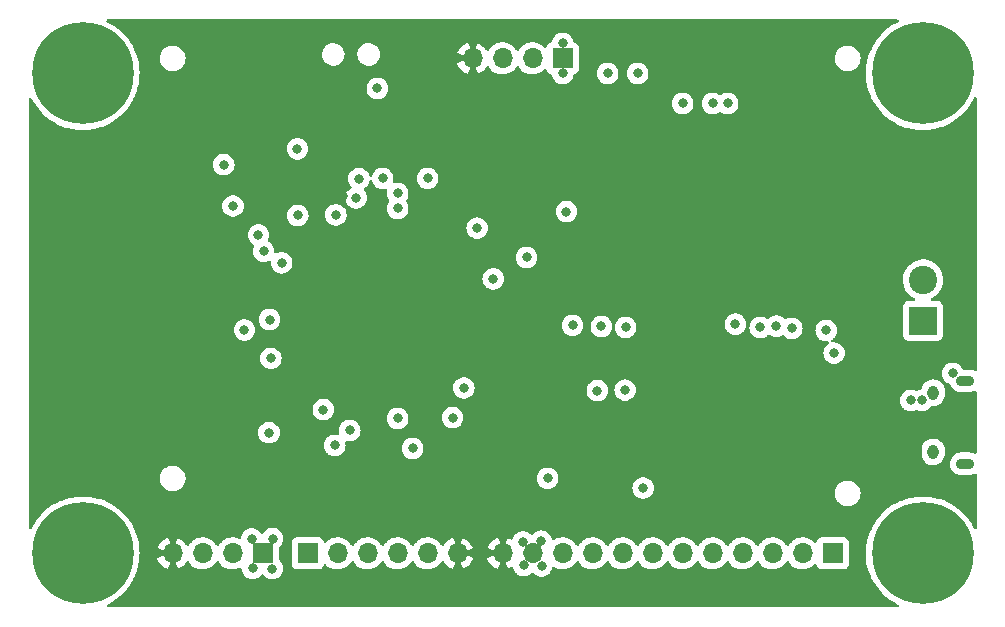
<source format=gbr>
%TF.GenerationSoftware,KiCad,Pcbnew,(6.0.6)*%
%TF.CreationDate,2023-08-27T23:28:48-04:00*%
%TF.ProjectId,STM32,53544d33-322e-46b6-9963-61645f706362,rev?*%
%TF.SameCoordinates,Original*%
%TF.FileFunction,Copper,L3,Inr*%
%TF.FilePolarity,Positive*%
%FSLAX46Y46*%
G04 Gerber Fmt 4.6, Leading zero omitted, Abs format (unit mm)*
G04 Created by KiCad (PCBNEW (6.0.6)) date 2023-08-27 23:28:48*
%MOMM*%
%LPD*%
G01*
G04 APERTURE LIST*
%TA.AperFunction,ComponentPad*%
%ADD10R,1.700000X1.700000*%
%TD*%
%TA.AperFunction,ComponentPad*%
%ADD11O,1.700000X1.700000*%
%TD*%
%TA.AperFunction,ComponentPad*%
%ADD12R,2.400000X2.400000*%
%TD*%
%TA.AperFunction,ComponentPad*%
%ADD13C,2.400000*%
%TD*%
%TA.AperFunction,ComponentPad*%
%ADD14C,0.900000*%
%TD*%
%TA.AperFunction,ComponentPad*%
%ADD15C,8.600000*%
%TD*%
%TA.AperFunction,ComponentPad*%
%ADD16O,0.950000X1.250000*%
%TD*%
%TA.AperFunction,ComponentPad*%
%ADD17O,1.550000X0.890000*%
%TD*%
%TA.AperFunction,ViaPad*%
%ADD18C,0.800000*%
%TD*%
G04 APERTURE END LIST*
D10*
%TO.N,GND*%
%TO.C,J6*%
X104130000Y-74930000D03*
D11*
%TO.N,UART3_TX*%
X101590000Y-74930000D03*
%TO.N,UART3_RX*%
X99050000Y-74930000D03*
%TO.N,+3.3V*%
X96510000Y-74930000D03*
%TD*%
D12*
%TO.N,+12V*%
%TO.C,J1*%
X134648944Y-97166594D03*
D13*
%TO.N,GND*%
X134648944Y-93666594D03*
%TD*%
D10*
%TO.N,GPIO_AN1*%
%TO.C,J5*%
X82550000Y-116840000D03*
D11*
%TO.N,GPIO_AN2*%
X85090000Y-116840000D03*
%TO.N,GPIO_AN3*%
X87630000Y-116840000D03*
%TO.N,GPIO_AN4*%
X90170000Y-116840000D03*
%TO.N,GND*%
X92710000Y-116840000D03*
%TO.N,+3.3V*%
X95250000Y-116840000D03*
%TD*%
D10*
%TO.N,GPIO_IN1*%
%TO.C,J2*%
X127000000Y-116840000D03*
D11*
%TO.N,GPIO_IN2*%
X124460000Y-116840000D03*
%TO.N,GPIO_IN3*%
X121920000Y-116840000D03*
%TO.N,GPIO_IN4*%
X119380000Y-116840000D03*
%TO.N,GPIO_IN5*%
X116840000Y-116840000D03*
%TO.N,GPIO_OUT1*%
X114300000Y-116840000D03*
%TO.N,GPIO_OUT2*%
X111760000Y-116840000D03*
%TO.N,GPIO_OUT3*%
X109220000Y-116840000D03*
%TO.N,GPIO_OUT4*%
X106680000Y-116840000D03*
%TO.N,GPIO_OUT5*%
X104140000Y-116840000D03*
%TO.N,GND*%
X101600000Y-116840000D03*
%TO.N,+3.3V*%
X99060000Y-116840000D03*
%TD*%
D14*
%TO.N,GND*%
%TO.C,H2*%
X65780419Y-78480419D03*
X61219581Y-73919581D03*
X66725000Y-76200000D03*
X63500000Y-72975000D03*
X65780419Y-73919581D03*
X61219581Y-78480419D03*
D15*
X63500000Y-76200000D03*
D14*
X60275000Y-76200000D03*
X63500000Y-79425000D03*
%TD*%
D15*
%TO.N,GND*%
%TO.C,H4*%
X134620000Y-116840000D03*
D14*
X136900419Y-114559581D03*
X136900419Y-119120419D03*
X134620000Y-113615000D03*
X132339581Y-119120419D03*
X131395000Y-116840000D03*
X132339581Y-114559581D03*
X134620000Y-120065000D03*
X137845000Y-116840000D03*
%TD*%
%TO.N,GND*%
%TO.C,H1*%
X61219581Y-119120419D03*
X63500000Y-120065000D03*
X61219581Y-114559581D03*
X65780419Y-114559581D03*
D15*
X63500000Y-116840000D03*
D14*
X63500000Y-113615000D03*
X60275000Y-116840000D03*
X65780419Y-119120419D03*
X66725000Y-116840000D03*
%TD*%
D10*
%TO.N,GND*%
%TO.C,J7*%
X78740000Y-116840000D03*
D11*
%TO.N,I2C2_SDA*%
X76200000Y-116840000D03*
%TO.N,I2C2_SCL*%
X73660000Y-116840000D03*
%TO.N,+3.3V*%
X71120000Y-116840000D03*
%TD*%
D14*
%TO.N,GND*%
%TO.C,H3*%
X131395000Y-76200000D03*
X136900419Y-73919581D03*
X132339581Y-78480419D03*
X132339581Y-73919581D03*
X137845000Y-76200000D03*
X136900419Y-78480419D03*
X134620000Y-79425000D03*
D15*
X134620000Y-76200000D03*
D14*
X134620000Y-72975000D03*
%TD*%
D16*
%TO.N,unconnected-(J3-Pad6)*%
%TO.C,J3*%
X135514065Y-108250371D03*
X135514065Y-103250371D03*
D17*
X138214065Y-109250371D03*
X138214065Y-102250371D03*
%TD*%
D18*
%TO.N,GND*%
X80348754Y-92239112D03*
X102348839Y-117901535D03*
X102322781Y-115803865D03*
X107073591Y-103055301D03*
X79567013Y-118125528D03*
X123538752Y-97790000D03*
X96896528Y-89297056D03*
X122235851Y-97607593D03*
X78820548Y-91252063D03*
X76224214Y-87426535D03*
X118761450Y-97433873D03*
X77812441Y-115623959D03*
X100772330Y-115869010D03*
X94822551Y-105346414D03*
X104974512Y-97529419D03*
X134561236Y-103897029D03*
X84939935Y-88180234D03*
X127119229Y-99880171D03*
X109474393Y-97705639D03*
X83875271Y-104664315D03*
X100850504Y-117862448D03*
X95773668Y-102831816D03*
X79575699Y-115597901D03*
X77200733Y-97928976D03*
X116840000Y-78740000D03*
X126454750Y-97964907D03*
X109424603Y-103016696D03*
X77881929Y-118099470D03*
X79272741Y-106622093D03*
X98262234Y-93597588D03*
X81682451Y-82589482D03*
X81708509Y-88236090D03*
X78377031Y-89885205D03*
X107415810Y-97627465D03*
X101087219Y-91780596D03*
X79428037Y-100321313D03*
X104140000Y-76200000D03*
X118110000Y-78740000D03*
X75442474Y-83926075D03*
X88450499Y-77470000D03*
X120865306Y-97710841D03*
X114300000Y-78740000D03*
X104461382Y-87909795D03*
X79328804Y-97043003D03*
X104140000Y-73660000D03*
X133612423Y-103889070D03*
%TO.N,+3.3V*%
X99060000Y-118110000D03*
X72023875Y-106653941D03*
X96520000Y-76200000D03*
X69850000Y-116840000D03*
X115908754Y-92350718D03*
X97790000Y-116840000D03*
X71120000Y-118110000D03*
X123352534Y-92859505D03*
X80244522Y-99365853D03*
X96520000Y-116840000D03*
X77062809Y-100332661D03*
X115921783Y-95607969D03*
X124642406Y-93849709D03*
X99060000Y-115570000D03*
X119530817Y-92832791D03*
X77045437Y-101571865D03*
X86132320Y-82073582D03*
X96520000Y-73660000D03*
X81814585Y-90482696D03*
X98303661Y-89974564D03*
X93132073Y-103172175D03*
X95250000Y-74930000D03*
X83414735Y-89193302D03*
X117511321Y-92311631D03*
X77906230Y-112941209D03*
X75442474Y-82414710D03*
X78620239Y-98749147D03*
X86371581Y-104780747D03*
X79122184Y-88216701D03*
X72056776Y-112875495D03*
X117602524Y-95634027D03*
X120690399Y-92832791D03*
X95250000Y-118110000D03*
X95250000Y-115570000D03*
X83949238Y-77470000D03*
X85506928Y-86591626D03*
X97521921Y-90886595D03*
X80708567Y-89938373D03*
X119380000Y-78740000D03*
X71120000Y-115570000D03*
%TO.N,GPIO_IN4*%
X102870000Y-110490000D03*
X110947871Y-111302129D03*
%TO.N,unconnected-(J3-Pad6)*%
X135514065Y-103250371D03*
X137160000Y-101600000D03*
%TO.N,Net-(J4-Pad4)*%
X107950000Y-76200000D03*
X110490000Y-76200000D03*
%TO.N,Net-(J4-Pad6)*%
X90170000Y-87630000D03*
X92710000Y-85090000D03*
%TO.N,I2C1_SCL*%
X88900000Y-85090000D03*
X86900500Y-85108825D03*
%TO.N,/SW_BOOT*%
X86648639Y-86737181D03*
X90170000Y-86360000D03*
%TO.N,I2C2_SCL*%
X86111470Y-106431470D03*
X90170000Y-105410000D03*
%TO.N,I2C2_SDA*%
X84841470Y-107701470D03*
X91440000Y-107950000D03*
%TD*%
%TA.AperFunction,Conductor*%
%TO.N,+3.3V*%
G36*
X132544543Y-71648502D02*
G01*
X132591036Y-71702158D01*
X132601140Y-71772432D01*
X132571646Y-71837012D01*
X132529173Y-71868926D01*
X132412361Y-71922777D01*
X132040880Y-72135957D01*
X132038577Y-72137566D01*
X132038570Y-72137571D01*
X131692129Y-72379701D01*
X131689820Y-72381315D01*
X131361961Y-72656909D01*
X131059899Y-72960557D01*
X130786025Y-73289855D01*
X130784431Y-73292162D01*
X130784429Y-73292164D01*
X130561311Y-73614989D01*
X130542508Y-73642194D01*
X130331276Y-74014786D01*
X130330117Y-74017335D01*
X130330115Y-74017339D01*
X130293315Y-74098277D01*
X130154002Y-74404680D01*
X130153080Y-74407306D01*
X130153075Y-74407318D01*
X130104157Y-74546618D01*
X130012089Y-74808790D01*
X130011398Y-74811510D01*
X130011397Y-74811514D01*
X129934171Y-75115594D01*
X129906661Y-75223914D01*
X129838552Y-75646768D01*
X129808302Y-76074001D01*
X129816151Y-76502233D01*
X129862036Y-76928071D01*
X129862582Y-76930817D01*
X129862583Y-76930822D01*
X129894787Y-77092721D01*
X129945594Y-77348144D01*
X130066163Y-77759127D01*
X130067190Y-77761740D01*
X130067190Y-77761741D01*
X130219293Y-78148866D01*
X130222789Y-78157765D01*
X130272492Y-78257237D01*
X130392161Y-78496731D01*
X130414231Y-78540901D01*
X130638974Y-78905502D01*
X130895239Y-79248682D01*
X130897100Y-79250760D01*
X130897101Y-79250761D01*
X131179127Y-79565637D01*
X131179133Y-79565643D01*
X131180995Y-79567722D01*
X131493981Y-79860098D01*
X131831719Y-80123493D01*
X132191533Y-80355822D01*
X132194012Y-80357126D01*
X132194015Y-80357128D01*
X132568077Y-80553932D01*
X132568083Y-80553935D01*
X132570577Y-80555247D01*
X132573175Y-80556331D01*
X132573179Y-80556333D01*
X132963263Y-80719109D01*
X132963268Y-80719111D01*
X132965847Y-80720187D01*
X132968512Y-80721030D01*
X132968518Y-80721032D01*
X133190561Y-80791254D01*
X133374214Y-80849336D01*
X133792446Y-80941673D01*
X133795220Y-80942031D01*
X133795221Y-80942031D01*
X134214460Y-80996109D01*
X134214467Y-80996110D01*
X134217230Y-80996466D01*
X134220017Y-80996576D01*
X134220023Y-80996576D01*
X134468238Y-81006328D01*
X134645203Y-81013281D01*
X134647995Y-81013142D01*
X134648000Y-81013142D01*
X135070172Y-80992125D01*
X135070181Y-80992124D01*
X135072976Y-80991985D01*
X135075753Y-80991597D01*
X135075755Y-80991597D01*
X135150066Y-80981219D01*
X135497163Y-80932747D01*
X135914404Y-80836036D01*
X136128307Y-80765915D01*
X136318744Y-80703487D01*
X136318750Y-80703485D01*
X136321397Y-80702617D01*
X136714918Y-80533547D01*
X137091852Y-80330164D01*
X137449214Y-80094080D01*
X137784175Y-79827162D01*
X138094082Y-79531525D01*
X138095919Y-79529431D01*
X138095927Y-79529422D01*
X138374635Y-79211616D01*
X138376482Y-79209510D01*
X138448043Y-79111556D01*
X138627490Y-78865923D01*
X138629139Y-78863666D01*
X138699640Y-78746565D01*
X138848601Y-78499142D01*
X138848606Y-78499133D01*
X138850052Y-78496731D01*
X138952204Y-78286823D01*
X138999998Y-78234323D01*
X139068588Y-78215997D01*
X139136198Y-78237663D01*
X139181362Y-78292442D01*
X139191500Y-78341959D01*
X139191500Y-101300246D01*
X139171498Y-101368367D01*
X139117842Y-101414860D01*
X139047568Y-101424964D01*
X139011992Y-101412930D01*
X139011638Y-101413748D01*
X138839717Y-101339351D01*
X138839716Y-101339351D01*
X138833861Y-101336817D01*
X138787765Y-101327187D01*
X138648992Y-101298195D01*
X138648988Y-101298195D01*
X138644247Y-101297204D01*
X138637893Y-101296871D01*
X138106062Y-101296871D01*
X138037941Y-101276869D01*
X137995769Y-101227727D01*
X137994527Y-101228444D01*
X137902341Y-101068774D01*
X137899040Y-101063056D01*
X137842426Y-101000179D01*
X137775675Y-100926045D01*
X137775674Y-100926044D01*
X137771253Y-100921134D01*
X137616752Y-100808882D01*
X137610724Y-100806198D01*
X137610722Y-100806197D01*
X137448319Y-100733891D01*
X137448318Y-100733891D01*
X137442288Y-100731206D01*
X137348888Y-100711353D01*
X137261944Y-100692872D01*
X137261939Y-100692872D01*
X137255487Y-100691500D01*
X137064513Y-100691500D01*
X137058061Y-100692872D01*
X137058056Y-100692872D01*
X136971112Y-100711353D01*
X136877712Y-100731206D01*
X136871682Y-100733891D01*
X136871681Y-100733891D01*
X136709278Y-100806197D01*
X136709276Y-100806198D01*
X136703248Y-100808882D01*
X136548747Y-100921134D01*
X136544326Y-100926044D01*
X136544325Y-100926045D01*
X136477575Y-101000179D01*
X136420960Y-101063056D01*
X136325473Y-101228444D01*
X136266458Y-101410072D01*
X136246496Y-101600000D01*
X136266458Y-101789928D01*
X136325473Y-101971556D01*
X136420960Y-102136944D01*
X136425378Y-102141851D01*
X136425379Y-102141852D01*
X136454145Y-102173800D01*
X136548747Y-102278866D01*
X136596794Y-102313774D01*
X136694105Y-102384475D01*
X136703248Y-102391118D01*
X136709276Y-102393802D01*
X136709278Y-102393803D01*
X136835581Y-102450036D01*
X136877712Y-102468794D01*
X136884167Y-102470166D01*
X136884173Y-102470168D01*
X136886397Y-102470641D01*
X136887559Y-102471268D01*
X136890451Y-102472208D01*
X136890279Y-102472737D01*
X136948869Y-102504372D01*
X136978444Y-102550378D01*
X137022646Y-102670513D01*
X137026004Y-102675929D01*
X137026006Y-102675933D01*
X137121358Y-102829721D01*
X137121361Y-102829725D01*
X137124721Y-102835144D01*
X137129107Y-102839782D01*
X137234542Y-102951276D01*
X137257816Y-102975888D01*
X137416492Y-103086994D01*
X137594269Y-103163925D01*
X137600517Y-103165230D01*
X137600516Y-103165230D01*
X137779138Y-103202547D01*
X137779142Y-103202547D01*
X137783883Y-103203538D01*
X137790237Y-103203871D01*
X138592473Y-103203871D01*
X138638226Y-103199224D01*
X138730433Y-103189858D01*
X138730435Y-103189858D01*
X138736781Y-103189213D01*
X138921626Y-103131286D01*
X138967404Y-103105911D01*
X139004414Y-103085396D01*
X139073691Y-103069865D01*
X139140367Y-103094253D01*
X139183274Y-103150817D01*
X139191500Y-103195598D01*
X139191500Y-108300246D01*
X139171498Y-108368367D01*
X139117842Y-108414860D01*
X139047568Y-108424964D01*
X139011992Y-108412930D01*
X139011638Y-108413748D01*
X138839717Y-108339351D01*
X138839716Y-108339351D01*
X138833861Y-108336817D01*
X138721954Y-108313438D01*
X138648992Y-108298195D01*
X138648988Y-108298195D01*
X138644247Y-108297204D01*
X138637893Y-108296871D01*
X137835657Y-108296871D01*
X137802430Y-108300246D01*
X137697697Y-108310884D01*
X137697695Y-108310884D01*
X137691349Y-108311529D01*
X137506504Y-108369456D01*
X137337083Y-108463368D01*
X137332235Y-108467524D01*
X137332234Y-108467524D01*
X137215498Y-108567579D01*
X137190006Y-108589428D01*
X137175136Y-108608598D01*
X137109642Y-108693033D01*
X137071281Y-108742487D01*
X136985758Y-108916294D01*
X136984151Y-108922464D01*
X136984149Y-108922469D01*
X136950746Y-109050706D01*
X136936930Y-109103747D01*
X136936596Y-109110127D01*
X136927227Y-109288894D01*
X136926792Y-109297189D01*
X136955758Y-109488720D01*
X136957961Y-109494708D01*
X136957962Y-109494711D01*
X136968240Y-109522645D01*
X137022646Y-109670513D01*
X137026004Y-109675929D01*
X137026006Y-109675933D01*
X137121358Y-109829721D01*
X137121361Y-109829725D01*
X137124721Y-109835144D01*
X137129107Y-109839782D01*
X137234542Y-109951276D01*
X137257816Y-109975888D01*
X137416492Y-110086994D01*
X137594269Y-110163925D01*
X137600517Y-110165230D01*
X137600516Y-110165230D01*
X137779138Y-110202547D01*
X137779142Y-110202547D01*
X137783883Y-110203538D01*
X137790237Y-110203871D01*
X138592473Y-110203871D01*
X138673921Y-110195598D01*
X138730433Y-110189858D01*
X138730435Y-110189858D01*
X138736781Y-110189213D01*
X138921626Y-110131286D01*
X138933455Y-110124729D01*
X139004414Y-110085396D01*
X139073691Y-110069865D01*
X139140367Y-110094253D01*
X139183274Y-110150817D01*
X139191500Y-110195598D01*
X139191500Y-114689490D01*
X139171498Y-114757611D01*
X139117842Y-114804104D01*
X139047568Y-114814208D01*
X138982988Y-114784714D01*
X138954300Y-114748740D01*
X138902939Y-114652347D01*
X138763050Y-114389807D01*
X138528840Y-114031214D01*
X138263680Y-113694860D01*
X137969670Y-113383409D01*
X137967579Y-113381556D01*
X137967571Y-113381548D01*
X137651237Y-113101188D01*
X137651235Y-113101186D01*
X137649137Y-113099327D01*
X137304621Y-112844863D01*
X137001850Y-112660413D01*
X136941237Y-112623487D01*
X136941230Y-112623483D01*
X136938848Y-112622032D01*
X136913710Y-112609635D01*
X136625172Y-112467344D01*
X136554714Y-112432598D01*
X136155262Y-112278062D01*
X135875344Y-112197532D01*
X135746335Y-112160417D01*
X135746329Y-112160415D01*
X135743654Y-112159646D01*
X135740917Y-112159117D01*
X135740911Y-112159115D01*
X135584258Y-112128807D01*
X135323148Y-112078289D01*
X135320374Y-112078005D01*
X135320362Y-112078003D01*
X135037111Y-112048982D01*
X134897076Y-112034634D01*
X134894286Y-112034597D01*
X134894278Y-112034597D01*
X134626825Y-112031096D01*
X134468809Y-112029028D01*
X134466009Y-112029241D01*
X134466008Y-112029241D01*
X134391364Y-112034919D01*
X134041740Y-112061514D01*
X133619249Y-112131836D01*
X133533671Y-112154048D01*
X133207400Y-112238731D01*
X133207389Y-112238734D01*
X133204682Y-112239437D01*
X133036952Y-112299328D01*
X132803964Y-112382520D01*
X132803959Y-112382522D01*
X132801321Y-112383464D01*
X132798781Y-112384635D01*
X132798776Y-112384637D01*
X132696930Y-112431589D01*
X132412361Y-112562777D01*
X132040880Y-112775957D01*
X132038577Y-112777566D01*
X132038570Y-112777571D01*
X131692129Y-113019701D01*
X131689820Y-113021315D01*
X131361961Y-113296909D01*
X131059899Y-113600557D01*
X130786025Y-113929855D01*
X130542508Y-114282194D01*
X130331276Y-114654786D01*
X130330117Y-114657335D01*
X130330115Y-114657339D01*
X130289201Y-114747325D01*
X130154002Y-115044680D01*
X130153080Y-115047306D01*
X130153075Y-115047318D01*
X130083065Y-115246680D01*
X130012089Y-115448790D01*
X130011398Y-115451510D01*
X130011397Y-115451514D01*
X129910990Y-115846870D01*
X129906661Y-115863914D01*
X129838552Y-116286768D01*
X129808302Y-116714001D01*
X129816151Y-117142233D01*
X129862036Y-117568071D01*
X129945594Y-117988144D01*
X130066163Y-118399127D01*
X130067190Y-118401740D01*
X130067190Y-118401741D01*
X130213226Y-118773425D01*
X130222789Y-118797765D01*
X130283532Y-118919331D01*
X130392161Y-119136731D01*
X130414231Y-119180901D01*
X130638974Y-119545502D01*
X130895239Y-119888682D01*
X130897100Y-119890760D01*
X130897101Y-119890761D01*
X131179127Y-120205637D01*
X131179133Y-120205643D01*
X131180995Y-120207722D01*
X131493981Y-120500098D01*
X131831719Y-120763493D01*
X132191533Y-120995822D01*
X132194012Y-120997126D01*
X132194015Y-120997128D01*
X132530178Y-121173992D01*
X132581151Y-121223411D01*
X132597314Y-121292544D01*
X132573535Y-121359440D01*
X132517364Y-121402860D01*
X132471511Y-121411500D01*
X65652547Y-121411500D01*
X65584426Y-121391498D01*
X65537933Y-121337842D01*
X65527829Y-121267568D01*
X65557323Y-121202988D01*
X65595166Y-121174006D01*
X65594918Y-121173547D01*
X65971852Y-120970164D01*
X66329214Y-120734080D01*
X66664175Y-120467162D01*
X66974082Y-120171525D01*
X66975919Y-120169431D01*
X66975927Y-120169422D01*
X67254635Y-119851616D01*
X67256482Y-119849510D01*
X67509139Y-119503666D01*
X67510585Y-119501265D01*
X67728601Y-119139142D01*
X67728606Y-119139133D01*
X67730052Y-119136731D01*
X67865551Y-118858299D01*
X67916238Y-118754145D01*
X67916239Y-118754142D01*
X67917471Y-118751611D01*
X68024336Y-118471026D01*
X68068918Y-118353971D01*
X68068920Y-118353964D01*
X68069914Y-118351355D01*
X68186173Y-117939132D01*
X68188018Y-117929322D01*
X68264811Y-117520954D01*
X68264813Y-117520942D01*
X68265327Y-117518207D01*
X68305190Y-117107966D01*
X69788257Y-117107966D01*
X69818565Y-117242446D01*
X69821645Y-117252275D01*
X69901770Y-117449603D01*
X69906413Y-117458794D01*
X70017694Y-117640388D01*
X70023777Y-117648699D01*
X70163213Y-117809667D01*
X70170580Y-117816883D01*
X70334434Y-117952916D01*
X70342881Y-117958831D01*
X70526756Y-118066279D01*
X70536042Y-118070729D01*
X70735001Y-118146703D01*
X70744899Y-118149579D01*
X70848250Y-118170606D01*
X70862299Y-118169410D01*
X70866000Y-118159065D01*
X70866000Y-118158517D01*
X71374000Y-118158517D01*
X71378064Y-118172359D01*
X71391478Y-118174393D01*
X71398184Y-118173534D01*
X71408262Y-118171392D01*
X71612255Y-118110191D01*
X71621842Y-118106433D01*
X71813095Y-118012739D01*
X71821945Y-118007464D01*
X71995328Y-117883792D01*
X72003200Y-117877139D01*
X72154052Y-117726812D01*
X72160730Y-117718965D01*
X72288022Y-117541819D01*
X72289279Y-117542722D01*
X72336373Y-117499362D01*
X72406311Y-117487145D01*
X72471751Y-117514678D01*
X72499579Y-117546511D01*
X72559987Y-117645088D01*
X72706250Y-117813938D01*
X72878126Y-117956632D01*
X73071000Y-118069338D01*
X73279692Y-118149030D01*
X73284760Y-118150061D01*
X73284763Y-118150062D01*
X73379862Y-118169410D01*
X73498597Y-118193567D01*
X73503772Y-118193757D01*
X73503774Y-118193757D01*
X73716673Y-118201564D01*
X73716677Y-118201564D01*
X73721837Y-118201753D01*
X73726957Y-118201097D01*
X73726959Y-118201097D01*
X73938288Y-118174025D01*
X73938289Y-118174025D01*
X73943416Y-118173368D01*
X73948366Y-118171883D01*
X74152429Y-118110661D01*
X74152434Y-118110659D01*
X74157384Y-118109174D01*
X74357994Y-118010896D01*
X74539860Y-117881173D01*
X74546279Y-117874777D01*
X74640268Y-117781115D01*
X74698096Y-117723489D01*
X74828453Y-117542077D01*
X74829776Y-117543028D01*
X74876645Y-117499857D01*
X74946580Y-117487625D01*
X75012026Y-117515144D01*
X75039875Y-117546994D01*
X75099987Y-117645088D01*
X75246250Y-117813938D01*
X75418126Y-117956632D01*
X75611000Y-118069338D01*
X75819692Y-118149030D01*
X75824760Y-118150061D01*
X75824763Y-118150062D01*
X75919862Y-118169410D01*
X76038597Y-118193567D01*
X76043772Y-118193757D01*
X76043774Y-118193757D01*
X76256673Y-118201564D01*
X76256677Y-118201564D01*
X76261837Y-118201753D01*
X76266957Y-118201097D01*
X76266959Y-118201097D01*
X76478288Y-118174025D01*
X76478289Y-118174025D01*
X76483416Y-118173368D01*
X76488366Y-118171883D01*
X76692429Y-118110661D01*
X76692434Y-118110659D01*
X76697384Y-118109174D01*
X76794225Y-118061732D01*
X76864199Y-118049725D01*
X76929556Y-118077455D01*
X76969546Y-118136118D01*
X76974967Y-118161713D01*
X76987275Y-118278814D01*
X76988387Y-118289398D01*
X77047402Y-118471026D01*
X77142889Y-118636414D01*
X77270676Y-118778336D01*
X77425177Y-118890588D01*
X77431205Y-118893272D01*
X77431207Y-118893273D01*
X77519183Y-118932442D01*
X77599641Y-118968264D01*
X77693042Y-118988117D01*
X77779985Y-119006598D01*
X77779990Y-119006598D01*
X77786442Y-119007970D01*
X77977416Y-119007970D01*
X77983868Y-119006598D01*
X77983873Y-119006598D01*
X78070816Y-118988117D01*
X78164217Y-118968264D01*
X78244675Y-118932442D01*
X78332651Y-118893273D01*
X78332653Y-118893272D01*
X78338681Y-118890588D01*
X78493182Y-118778336D01*
X78620969Y-118636414D01*
X78622966Y-118638212D01*
X78669739Y-118602150D01*
X78740476Y-118596079D01*
X78803265Y-118629215D01*
X78820635Y-118651522D01*
X78820789Y-118651410D01*
X78824139Y-118656021D01*
X78824562Y-118656564D01*
X78827973Y-118662472D01*
X78832391Y-118667379D01*
X78832392Y-118667380D01*
X78947438Y-118795152D01*
X78955760Y-118804394D01*
X79110261Y-118916646D01*
X79116289Y-118919330D01*
X79116291Y-118919331D01*
X79226197Y-118968264D01*
X79284725Y-118994322D01*
X79378126Y-119014175D01*
X79465069Y-119032656D01*
X79465074Y-119032656D01*
X79471526Y-119034028D01*
X79662500Y-119034028D01*
X79668952Y-119032656D01*
X79668957Y-119032656D01*
X79755900Y-119014175D01*
X79849301Y-118994322D01*
X79907829Y-118968264D01*
X80017735Y-118919331D01*
X80017737Y-118919330D01*
X80023765Y-118916646D01*
X80178266Y-118804394D01*
X80186588Y-118795152D01*
X80301634Y-118667380D01*
X80301635Y-118667379D01*
X80306053Y-118662472D01*
X80378839Y-118536403D01*
X80398236Y-118502807D01*
X80398237Y-118502806D01*
X80401540Y-118497084D01*
X80460555Y-118315456D01*
X80469777Y-118227719D01*
X80479827Y-118132093D01*
X80480517Y-118125528D01*
X80474805Y-118071181D01*
X80461245Y-117942163D01*
X80461245Y-117942161D01*
X80460555Y-117935600D01*
X80401540Y-117753972D01*
X80396125Y-117744592D01*
X80392396Y-117738134D01*
X81191500Y-117738134D01*
X81198255Y-117800316D01*
X81249385Y-117936705D01*
X81336739Y-118053261D01*
X81453295Y-118140615D01*
X81589684Y-118191745D01*
X81651866Y-118198500D01*
X83448134Y-118198500D01*
X83510316Y-118191745D01*
X83646705Y-118140615D01*
X83763261Y-118053261D01*
X83850615Y-117936705D01*
X83872799Y-117877529D01*
X83894598Y-117819382D01*
X83937240Y-117762618D01*
X84003802Y-117737918D01*
X84073150Y-117753126D01*
X84107817Y-117781114D01*
X84136250Y-117813938D01*
X84308126Y-117956632D01*
X84501000Y-118069338D01*
X84709692Y-118149030D01*
X84714760Y-118150061D01*
X84714763Y-118150062D01*
X84809862Y-118169410D01*
X84928597Y-118193567D01*
X84933772Y-118193757D01*
X84933774Y-118193757D01*
X85146673Y-118201564D01*
X85146677Y-118201564D01*
X85151837Y-118201753D01*
X85156957Y-118201097D01*
X85156959Y-118201097D01*
X85368288Y-118174025D01*
X85368289Y-118174025D01*
X85373416Y-118173368D01*
X85378366Y-118171883D01*
X85582429Y-118110661D01*
X85582434Y-118110659D01*
X85587384Y-118109174D01*
X85787994Y-118010896D01*
X85969860Y-117881173D01*
X85976279Y-117874777D01*
X86070268Y-117781115D01*
X86128096Y-117723489D01*
X86258453Y-117542077D01*
X86259776Y-117543028D01*
X86306645Y-117499857D01*
X86376580Y-117487625D01*
X86442026Y-117515144D01*
X86469875Y-117546994D01*
X86529987Y-117645088D01*
X86676250Y-117813938D01*
X86848126Y-117956632D01*
X87041000Y-118069338D01*
X87249692Y-118149030D01*
X87254760Y-118150061D01*
X87254763Y-118150062D01*
X87349862Y-118169410D01*
X87468597Y-118193567D01*
X87473772Y-118193757D01*
X87473774Y-118193757D01*
X87686673Y-118201564D01*
X87686677Y-118201564D01*
X87691837Y-118201753D01*
X87696957Y-118201097D01*
X87696959Y-118201097D01*
X87908288Y-118174025D01*
X87908289Y-118174025D01*
X87913416Y-118173368D01*
X87918366Y-118171883D01*
X88122429Y-118110661D01*
X88122434Y-118110659D01*
X88127384Y-118109174D01*
X88327994Y-118010896D01*
X88509860Y-117881173D01*
X88516279Y-117874777D01*
X88610268Y-117781115D01*
X88668096Y-117723489D01*
X88798453Y-117542077D01*
X88799776Y-117543028D01*
X88846645Y-117499857D01*
X88916580Y-117487625D01*
X88982026Y-117515144D01*
X89009875Y-117546994D01*
X89069987Y-117645088D01*
X89216250Y-117813938D01*
X89388126Y-117956632D01*
X89581000Y-118069338D01*
X89789692Y-118149030D01*
X89794760Y-118150061D01*
X89794763Y-118150062D01*
X89889862Y-118169410D01*
X90008597Y-118193567D01*
X90013772Y-118193757D01*
X90013774Y-118193757D01*
X90226673Y-118201564D01*
X90226677Y-118201564D01*
X90231837Y-118201753D01*
X90236957Y-118201097D01*
X90236959Y-118201097D01*
X90448288Y-118174025D01*
X90448289Y-118174025D01*
X90453416Y-118173368D01*
X90458366Y-118171883D01*
X90662429Y-118110661D01*
X90662434Y-118110659D01*
X90667384Y-118109174D01*
X90867994Y-118010896D01*
X91049860Y-117881173D01*
X91056279Y-117874777D01*
X91150268Y-117781115D01*
X91208096Y-117723489D01*
X91338453Y-117542077D01*
X91339776Y-117543028D01*
X91386645Y-117499857D01*
X91456580Y-117487625D01*
X91522026Y-117515144D01*
X91549875Y-117546994D01*
X91609987Y-117645088D01*
X91756250Y-117813938D01*
X91928126Y-117956632D01*
X92121000Y-118069338D01*
X92329692Y-118149030D01*
X92334760Y-118150061D01*
X92334763Y-118150062D01*
X92429862Y-118169410D01*
X92548597Y-118193567D01*
X92553772Y-118193757D01*
X92553774Y-118193757D01*
X92766673Y-118201564D01*
X92766677Y-118201564D01*
X92771837Y-118201753D01*
X92776957Y-118201097D01*
X92776959Y-118201097D01*
X92988288Y-118174025D01*
X92988289Y-118174025D01*
X92993416Y-118173368D01*
X92998366Y-118171883D01*
X93202429Y-118110661D01*
X93202434Y-118110659D01*
X93207384Y-118109174D01*
X93407994Y-118010896D01*
X93589860Y-117881173D01*
X93596279Y-117874777D01*
X93690268Y-117781115D01*
X93748096Y-117723489D01*
X93878453Y-117542077D01*
X93879640Y-117542930D01*
X93926960Y-117499362D01*
X93996897Y-117487145D01*
X94062338Y-117514678D01*
X94090166Y-117546511D01*
X94147694Y-117640388D01*
X94153777Y-117648699D01*
X94293213Y-117809667D01*
X94300580Y-117816883D01*
X94464434Y-117952916D01*
X94472881Y-117958831D01*
X94656756Y-118066279D01*
X94666042Y-118070729D01*
X94865001Y-118146703D01*
X94874899Y-118149579D01*
X94978250Y-118170606D01*
X94992299Y-118169410D01*
X94996000Y-118159065D01*
X94996000Y-118158517D01*
X95504000Y-118158517D01*
X95508064Y-118172359D01*
X95521478Y-118174393D01*
X95528184Y-118173534D01*
X95538262Y-118171392D01*
X95742255Y-118110191D01*
X95751842Y-118106433D01*
X95943095Y-118012739D01*
X95951945Y-118007464D01*
X96125328Y-117883792D01*
X96133200Y-117877139D01*
X96284052Y-117726812D01*
X96290730Y-117718965D01*
X96415003Y-117546020D01*
X96420313Y-117537183D01*
X96514670Y-117346267D01*
X96518469Y-117336672D01*
X96580377Y-117132910D01*
X96582555Y-117122837D01*
X96583986Y-117111962D01*
X96583363Y-117107966D01*
X97728257Y-117107966D01*
X97758565Y-117242446D01*
X97761645Y-117252275D01*
X97841770Y-117449603D01*
X97846413Y-117458794D01*
X97957694Y-117640388D01*
X97963777Y-117648699D01*
X98103213Y-117809667D01*
X98110580Y-117816883D01*
X98274434Y-117952916D01*
X98282881Y-117958831D01*
X98466756Y-118066279D01*
X98476042Y-118070729D01*
X98675001Y-118146703D01*
X98684899Y-118149579D01*
X98788250Y-118170606D01*
X98802299Y-118169410D01*
X98806000Y-118159065D01*
X98806000Y-118158517D01*
X99314000Y-118158517D01*
X99318064Y-118172359D01*
X99331478Y-118174393D01*
X99338184Y-118173534D01*
X99348262Y-118171392D01*
X99552255Y-118110191D01*
X99561842Y-118106433D01*
X99753095Y-118012739D01*
X99761948Y-118007462D01*
X99768526Y-118002770D01*
X99835600Y-117979498D01*
X99904608Y-117996184D01*
X99953640Y-118047530D01*
X99961522Y-118066411D01*
X100015977Y-118234004D01*
X100111464Y-118399392D01*
X100115882Y-118404299D01*
X100115883Y-118404300D01*
X100181116Y-118476749D01*
X100239251Y-118541314D01*
X100298394Y-118584284D01*
X100376900Y-118641322D01*
X100393752Y-118653566D01*
X100399780Y-118656250D01*
X100399782Y-118656251D01*
X100562185Y-118728557D01*
X100568216Y-118731242D01*
X100651662Y-118748979D01*
X100748560Y-118769576D01*
X100748565Y-118769576D01*
X100755017Y-118770948D01*
X100945991Y-118770948D01*
X100952443Y-118769576D01*
X100952448Y-118769576D01*
X101049346Y-118748979D01*
X101132792Y-118731242D01*
X101138823Y-118728557D01*
X101301226Y-118656251D01*
X101301228Y-118656250D01*
X101307256Y-118653566D01*
X101312598Y-118649685D01*
X101456413Y-118545197D01*
X101456415Y-118545195D01*
X101461757Y-118541314D01*
X101468189Y-118534170D01*
X101488439Y-118511681D01*
X101548885Y-118474442D01*
X101619869Y-118475794D01*
X101675709Y-118511680D01*
X101737586Y-118580401D01*
X101892087Y-118692653D01*
X101898115Y-118695337D01*
X101898117Y-118695338D01*
X102024509Y-118751611D01*
X102066551Y-118770329D01*
X102159952Y-118790182D01*
X102246895Y-118808663D01*
X102246900Y-118808663D01*
X102253352Y-118810035D01*
X102444326Y-118810035D01*
X102450778Y-118808663D01*
X102450783Y-118808663D01*
X102537726Y-118790182D01*
X102631127Y-118770329D01*
X102673169Y-118751611D01*
X102799561Y-118695338D01*
X102799563Y-118695337D01*
X102805591Y-118692653D01*
X102960092Y-118580401D01*
X103053421Y-118476749D01*
X103083460Y-118443387D01*
X103083461Y-118443386D01*
X103087879Y-118438479D01*
X103183366Y-118273091D01*
X103225386Y-118143767D01*
X103240341Y-118097742D01*
X103240341Y-118097740D01*
X103242381Y-118091463D01*
X103243071Y-118084900D01*
X103243779Y-118081568D01*
X103277508Y-118019095D01*
X103339658Y-117984775D01*
X103410497Y-117989504D01*
X103430592Y-117998978D01*
X103551000Y-118069338D01*
X103759692Y-118149030D01*
X103764760Y-118150061D01*
X103764763Y-118150062D01*
X103859862Y-118169410D01*
X103978597Y-118193567D01*
X103983772Y-118193757D01*
X103983774Y-118193757D01*
X104196673Y-118201564D01*
X104196677Y-118201564D01*
X104201837Y-118201753D01*
X104206957Y-118201097D01*
X104206959Y-118201097D01*
X104418288Y-118174025D01*
X104418289Y-118174025D01*
X104423416Y-118173368D01*
X104428366Y-118171883D01*
X104632429Y-118110661D01*
X104632434Y-118110659D01*
X104637384Y-118109174D01*
X104837994Y-118010896D01*
X105019860Y-117881173D01*
X105026279Y-117874777D01*
X105120268Y-117781115D01*
X105178096Y-117723489D01*
X105308453Y-117542077D01*
X105309776Y-117543028D01*
X105356645Y-117499857D01*
X105426580Y-117487625D01*
X105492026Y-117515144D01*
X105519875Y-117546994D01*
X105579987Y-117645088D01*
X105726250Y-117813938D01*
X105898126Y-117956632D01*
X106091000Y-118069338D01*
X106299692Y-118149030D01*
X106304760Y-118150061D01*
X106304763Y-118150062D01*
X106399862Y-118169410D01*
X106518597Y-118193567D01*
X106523772Y-118193757D01*
X106523774Y-118193757D01*
X106736673Y-118201564D01*
X106736677Y-118201564D01*
X106741837Y-118201753D01*
X106746957Y-118201097D01*
X106746959Y-118201097D01*
X106958288Y-118174025D01*
X106958289Y-118174025D01*
X106963416Y-118173368D01*
X106968366Y-118171883D01*
X107172429Y-118110661D01*
X107172434Y-118110659D01*
X107177384Y-118109174D01*
X107377994Y-118010896D01*
X107559860Y-117881173D01*
X107566279Y-117874777D01*
X107660268Y-117781115D01*
X107718096Y-117723489D01*
X107848453Y-117542077D01*
X107849776Y-117543028D01*
X107896645Y-117499857D01*
X107966580Y-117487625D01*
X108032026Y-117515144D01*
X108059875Y-117546994D01*
X108119987Y-117645088D01*
X108266250Y-117813938D01*
X108438126Y-117956632D01*
X108631000Y-118069338D01*
X108839692Y-118149030D01*
X108844760Y-118150061D01*
X108844763Y-118150062D01*
X108939862Y-118169410D01*
X109058597Y-118193567D01*
X109063772Y-118193757D01*
X109063774Y-118193757D01*
X109276673Y-118201564D01*
X109276677Y-118201564D01*
X109281837Y-118201753D01*
X109286957Y-118201097D01*
X109286959Y-118201097D01*
X109498288Y-118174025D01*
X109498289Y-118174025D01*
X109503416Y-118173368D01*
X109508366Y-118171883D01*
X109712429Y-118110661D01*
X109712434Y-118110659D01*
X109717384Y-118109174D01*
X109917994Y-118010896D01*
X110099860Y-117881173D01*
X110106279Y-117874777D01*
X110200268Y-117781115D01*
X110258096Y-117723489D01*
X110388453Y-117542077D01*
X110389776Y-117543028D01*
X110436645Y-117499857D01*
X110506580Y-117487625D01*
X110572026Y-117515144D01*
X110599875Y-117546994D01*
X110659987Y-117645088D01*
X110806250Y-117813938D01*
X110978126Y-117956632D01*
X111171000Y-118069338D01*
X111379692Y-118149030D01*
X111384760Y-118150061D01*
X111384763Y-118150062D01*
X111479862Y-118169410D01*
X111598597Y-118193567D01*
X111603772Y-118193757D01*
X111603774Y-118193757D01*
X111816673Y-118201564D01*
X111816677Y-118201564D01*
X111821837Y-118201753D01*
X111826957Y-118201097D01*
X111826959Y-118201097D01*
X112038288Y-118174025D01*
X112038289Y-118174025D01*
X112043416Y-118173368D01*
X112048366Y-118171883D01*
X112252429Y-118110661D01*
X112252434Y-118110659D01*
X112257384Y-118109174D01*
X112457994Y-118010896D01*
X112639860Y-117881173D01*
X112646279Y-117874777D01*
X112740268Y-117781115D01*
X112798096Y-117723489D01*
X112928453Y-117542077D01*
X112929776Y-117543028D01*
X112976645Y-117499857D01*
X113046580Y-117487625D01*
X113112026Y-117515144D01*
X113139875Y-117546994D01*
X113199987Y-117645088D01*
X113346250Y-117813938D01*
X113518126Y-117956632D01*
X113711000Y-118069338D01*
X113919692Y-118149030D01*
X113924760Y-118150061D01*
X113924763Y-118150062D01*
X114019862Y-118169410D01*
X114138597Y-118193567D01*
X114143772Y-118193757D01*
X114143774Y-118193757D01*
X114356673Y-118201564D01*
X114356677Y-118201564D01*
X114361837Y-118201753D01*
X114366957Y-118201097D01*
X114366959Y-118201097D01*
X114578288Y-118174025D01*
X114578289Y-118174025D01*
X114583416Y-118173368D01*
X114588366Y-118171883D01*
X114792429Y-118110661D01*
X114792434Y-118110659D01*
X114797384Y-118109174D01*
X114997994Y-118010896D01*
X115179860Y-117881173D01*
X115186279Y-117874777D01*
X115280268Y-117781115D01*
X115338096Y-117723489D01*
X115468453Y-117542077D01*
X115469776Y-117543028D01*
X115516645Y-117499857D01*
X115586580Y-117487625D01*
X115652026Y-117515144D01*
X115679875Y-117546994D01*
X115739987Y-117645088D01*
X115886250Y-117813938D01*
X116058126Y-117956632D01*
X116251000Y-118069338D01*
X116459692Y-118149030D01*
X116464760Y-118150061D01*
X116464763Y-118150062D01*
X116559862Y-118169410D01*
X116678597Y-118193567D01*
X116683772Y-118193757D01*
X116683774Y-118193757D01*
X116896673Y-118201564D01*
X116896677Y-118201564D01*
X116901837Y-118201753D01*
X116906957Y-118201097D01*
X116906959Y-118201097D01*
X117118288Y-118174025D01*
X117118289Y-118174025D01*
X117123416Y-118173368D01*
X117128366Y-118171883D01*
X117332429Y-118110661D01*
X117332434Y-118110659D01*
X117337384Y-118109174D01*
X117537994Y-118010896D01*
X117719860Y-117881173D01*
X117726279Y-117874777D01*
X117820268Y-117781115D01*
X117878096Y-117723489D01*
X118008453Y-117542077D01*
X118009776Y-117543028D01*
X118056645Y-117499857D01*
X118126580Y-117487625D01*
X118192026Y-117515144D01*
X118219875Y-117546994D01*
X118279987Y-117645088D01*
X118426250Y-117813938D01*
X118598126Y-117956632D01*
X118791000Y-118069338D01*
X118999692Y-118149030D01*
X119004760Y-118150061D01*
X119004763Y-118150062D01*
X119099862Y-118169410D01*
X119218597Y-118193567D01*
X119223772Y-118193757D01*
X119223774Y-118193757D01*
X119436673Y-118201564D01*
X119436677Y-118201564D01*
X119441837Y-118201753D01*
X119446957Y-118201097D01*
X119446959Y-118201097D01*
X119658288Y-118174025D01*
X119658289Y-118174025D01*
X119663416Y-118173368D01*
X119668366Y-118171883D01*
X119872429Y-118110661D01*
X119872434Y-118110659D01*
X119877384Y-118109174D01*
X120077994Y-118010896D01*
X120259860Y-117881173D01*
X120266279Y-117874777D01*
X120360268Y-117781115D01*
X120418096Y-117723489D01*
X120548453Y-117542077D01*
X120549776Y-117543028D01*
X120596645Y-117499857D01*
X120666580Y-117487625D01*
X120732026Y-117515144D01*
X120759875Y-117546994D01*
X120819987Y-117645088D01*
X120966250Y-117813938D01*
X121138126Y-117956632D01*
X121331000Y-118069338D01*
X121539692Y-118149030D01*
X121544760Y-118150061D01*
X121544763Y-118150062D01*
X121639862Y-118169410D01*
X121758597Y-118193567D01*
X121763772Y-118193757D01*
X121763774Y-118193757D01*
X121976673Y-118201564D01*
X121976677Y-118201564D01*
X121981837Y-118201753D01*
X121986957Y-118201097D01*
X121986959Y-118201097D01*
X122198288Y-118174025D01*
X122198289Y-118174025D01*
X122203416Y-118173368D01*
X122208366Y-118171883D01*
X122412429Y-118110661D01*
X122412434Y-118110659D01*
X122417384Y-118109174D01*
X122617994Y-118010896D01*
X122799860Y-117881173D01*
X122806279Y-117874777D01*
X122900268Y-117781115D01*
X122958096Y-117723489D01*
X123088453Y-117542077D01*
X123089776Y-117543028D01*
X123136645Y-117499857D01*
X123206580Y-117487625D01*
X123272026Y-117515144D01*
X123299875Y-117546994D01*
X123359987Y-117645088D01*
X123506250Y-117813938D01*
X123678126Y-117956632D01*
X123871000Y-118069338D01*
X124079692Y-118149030D01*
X124084760Y-118150061D01*
X124084763Y-118150062D01*
X124179862Y-118169410D01*
X124298597Y-118193567D01*
X124303772Y-118193757D01*
X124303774Y-118193757D01*
X124516673Y-118201564D01*
X124516677Y-118201564D01*
X124521837Y-118201753D01*
X124526957Y-118201097D01*
X124526959Y-118201097D01*
X124738288Y-118174025D01*
X124738289Y-118174025D01*
X124743416Y-118173368D01*
X124748366Y-118171883D01*
X124952429Y-118110661D01*
X124952434Y-118110659D01*
X124957384Y-118109174D01*
X125157994Y-118010896D01*
X125339860Y-117881173D01*
X125448091Y-117773319D01*
X125510462Y-117739404D01*
X125581268Y-117744592D01*
X125638030Y-117787238D01*
X125655012Y-117818341D01*
X125671547Y-117862448D01*
X125699385Y-117936705D01*
X125786739Y-118053261D01*
X125903295Y-118140615D01*
X126039684Y-118191745D01*
X126101866Y-118198500D01*
X127898134Y-118198500D01*
X127960316Y-118191745D01*
X128096705Y-118140615D01*
X128213261Y-118053261D01*
X128300615Y-117936705D01*
X128351745Y-117800316D01*
X128358500Y-117738134D01*
X128358500Y-115941866D01*
X128351745Y-115879684D01*
X128300615Y-115743295D01*
X128213261Y-115626739D01*
X128096705Y-115539385D01*
X127960316Y-115488255D01*
X127898134Y-115481500D01*
X126101866Y-115481500D01*
X126039684Y-115488255D01*
X125903295Y-115539385D01*
X125786739Y-115626739D01*
X125699385Y-115743295D01*
X125696233Y-115751703D01*
X125654919Y-115861907D01*
X125612277Y-115918671D01*
X125545716Y-115943371D01*
X125476367Y-115928163D01*
X125443743Y-115902476D01*
X125393151Y-115846875D01*
X125393142Y-115846866D01*
X125389670Y-115843051D01*
X125385619Y-115839852D01*
X125385615Y-115839848D01*
X125218414Y-115707800D01*
X125218410Y-115707798D01*
X125214359Y-115704598D01*
X125178028Y-115684542D01*
X125091472Y-115636761D01*
X125018789Y-115596638D01*
X125013920Y-115594914D01*
X125013916Y-115594912D01*
X124813087Y-115523795D01*
X124813083Y-115523794D01*
X124808212Y-115522069D01*
X124803119Y-115521162D01*
X124803116Y-115521161D01*
X124593373Y-115483800D01*
X124593367Y-115483799D01*
X124588284Y-115482894D01*
X124514452Y-115481992D01*
X124370081Y-115480228D01*
X124370079Y-115480228D01*
X124364911Y-115480165D01*
X124144091Y-115513955D01*
X123931756Y-115583357D01*
X123891206Y-115604466D01*
X123751705Y-115677086D01*
X123733607Y-115686507D01*
X123729474Y-115689610D01*
X123729471Y-115689612D01*
X123559100Y-115817530D01*
X123554965Y-115820635D01*
X123529541Y-115847240D01*
X123443729Y-115937037D01*
X123400629Y-115982138D01*
X123293201Y-116139621D01*
X123238293Y-116184621D01*
X123167768Y-116192792D01*
X123104021Y-116161538D01*
X123083324Y-116137054D01*
X123002822Y-116012617D01*
X123002820Y-116012614D01*
X123000014Y-116008277D01*
X122849670Y-115843051D01*
X122845619Y-115839852D01*
X122845615Y-115839848D01*
X122678414Y-115707800D01*
X122678410Y-115707798D01*
X122674359Y-115704598D01*
X122638028Y-115684542D01*
X122551472Y-115636761D01*
X122478789Y-115596638D01*
X122473920Y-115594914D01*
X122473916Y-115594912D01*
X122273087Y-115523795D01*
X122273083Y-115523794D01*
X122268212Y-115522069D01*
X122263119Y-115521162D01*
X122263116Y-115521161D01*
X122053373Y-115483800D01*
X122053367Y-115483799D01*
X122048284Y-115482894D01*
X121974452Y-115481992D01*
X121830081Y-115480228D01*
X121830079Y-115480228D01*
X121824911Y-115480165D01*
X121604091Y-115513955D01*
X121391756Y-115583357D01*
X121351206Y-115604466D01*
X121211705Y-115677086D01*
X121193607Y-115686507D01*
X121189474Y-115689610D01*
X121189471Y-115689612D01*
X121019100Y-115817530D01*
X121014965Y-115820635D01*
X120989541Y-115847240D01*
X120903729Y-115937037D01*
X120860629Y-115982138D01*
X120753201Y-116139621D01*
X120698293Y-116184621D01*
X120627768Y-116192792D01*
X120564021Y-116161538D01*
X120543324Y-116137054D01*
X120462822Y-116012617D01*
X120462820Y-116012614D01*
X120460014Y-116008277D01*
X120309670Y-115843051D01*
X120305619Y-115839852D01*
X120305615Y-115839848D01*
X120138414Y-115707800D01*
X120138410Y-115707798D01*
X120134359Y-115704598D01*
X120098028Y-115684542D01*
X120011472Y-115636761D01*
X119938789Y-115596638D01*
X119933920Y-115594914D01*
X119933916Y-115594912D01*
X119733087Y-115523795D01*
X119733083Y-115523794D01*
X119728212Y-115522069D01*
X119723119Y-115521162D01*
X119723116Y-115521161D01*
X119513373Y-115483800D01*
X119513367Y-115483799D01*
X119508284Y-115482894D01*
X119434452Y-115481992D01*
X119290081Y-115480228D01*
X119290079Y-115480228D01*
X119284911Y-115480165D01*
X119064091Y-115513955D01*
X118851756Y-115583357D01*
X118811206Y-115604466D01*
X118671705Y-115677086D01*
X118653607Y-115686507D01*
X118649474Y-115689610D01*
X118649471Y-115689612D01*
X118479100Y-115817530D01*
X118474965Y-115820635D01*
X118449541Y-115847240D01*
X118363729Y-115937037D01*
X118320629Y-115982138D01*
X118213201Y-116139621D01*
X118158293Y-116184621D01*
X118087768Y-116192792D01*
X118024021Y-116161538D01*
X118003324Y-116137054D01*
X117922822Y-116012617D01*
X117922820Y-116012614D01*
X117920014Y-116008277D01*
X117769670Y-115843051D01*
X117765619Y-115839852D01*
X117765615Y-115839848D01*
X117598414Y-115707800D01*
X117598410Y-115707798D01*
X117594359Y-115704598D01*
X117558028Y-115684542D01*
X117471472Y-115636761D01*
X117398789Y-115596638D01*
X117393920Y-115594914D01*
X117393916Y-115594912D01*
X117193087Y-115523795D01*
X117193083Y-115523794D01*
X117188212Y-115522069D01*
X117183119Y-115521162D01*
X117183116Y-115521161D01*
X116973373Y-115483800D01*
X116973367Y-115483799D01*
X116968284Y-115482894D01*
X116894452Y-115481992D01*
X116750081Y-115480228D01*
X116750079Y-115480228D01*
X116744911Y-115480165D01*
X116524091Y-115513955D01*
X116311756Y-115583357D01*
X116271206Y-115604466D01*
X116131705Y-115677086D01*
X116113607Y-115686507D01*
X116109474Y-115689610D01*
X116109471Y-115689612D01*
X115939100Y-115817530D01*
X115934965Y-115820635D01*
X115909541Y-115847240D01*
X115823729Y-115937037D01*
X115780629Y-115982138D01*
X115673201Y-116139621D01*
X115618293Y-116184621D01*
X115547768Y-116192792D01*
X115484021Y-116161538D01*
X115463324Y-116137054D01*
X115382822Y-116012617D01*
X115382820Y-116012614D01*
X115380014Y-116008277D01*
X115229670Y-115843051D01*
X115225619Y-115839852D01*
X115225615Y-115839848D01*
X115058414Y-115707800D01*
X115058410Y-115707798D01*
X115054359Y-115704598D01*
X115018028Y-115684542D01*
X114931472Y-115636761D01*
X114858789Y-115596638D01*
X114853920Y-115594914D01*
X114853916Y-115594912D01*
X114653087Y-115523795D01*
X114653083Y-115523794D01*
X114648212Y-115522069D01*
X114643119Y-115521162D01*
X114643116Y-115521161D01*
X114433373Y-115483800D01*
X114433367Y-115483799D01*
X114428284Y-115482894D01*
X114354452Y-115481992D01*
X114210081Y-115480228D01*
X114210079Y-115480228D01*
X114204911Y-115480165D01*
X113984091Y-115513955D01*
X113771756Y-115583357D01*
X113731206Y-115604466D01*
X113591705Y-115677086D01*
X113573607Y-115686507D01*
X113569474Y-115689610D01*
X113569471Y-115689612D01*
X113399100Y-115817530D01*
X113394965Y-115820635D01*
X113369541Y-115847240D01*
X113283729Y-115937037D01*
X113240629Y-115982138D01*
X113133201Y-116139621D01*
X113078293Y-116184621D01*
X113007768Y-116192792D01*
X112944021Y-116161538D01*
X112923324Y-116137054D01*
X112842822Y-116012617D01*
X112842820Y-116012614D01*
X112840014Y-116008277D01*
X112689670Y-115843051D01*
X112685619Y-115839852D01*
X112685615Y-115839848D01*
X112518414Y-115707800D01*
X112518410Y-115707798D01*
X112514359Y-115704598D01*
X112478028Y-115684542D01*
X112391472Y-115636761D01*
X112318789Y-115596638D01*
X112313920Y-115594914D01*
X112313916Y-115594912D01*
X112113087Y-115523795D01*
X112113083Y-115523794D01*
X112108212Y-115522069D01*
X112103119Y-115521162D01*
X112103116Y-115521161D01*
X111893373Y-115483800D01*
X111893367Y-115483799D01*
X111888284Y-115482894D01*
X111814452Y-115481992D01*
X111670081Y-115480228D01*
X111670079Y-115480228D01*
X111664911Y-115480165D01*
X111444091Y-115513955D01*
X111231756Y-115583357D01*
X111191206Y-115604466D01*
X111051705Y-115677086D01*
X111033607Y-115686507D01*
X111029474Y-115689610D01*
X111029471Y-115689612D01*
X110859100Y-115817530D01*
X110854965Y-115820635D01*
X110829541Y-115847240D01*
X110743729Y-115937037D01*
X110700629Y-115982138D01*
X110593201Y-116139621D01*
X110538293Y-116184621D01*
X110467768Y-116192792D01*
X110404021Y-116161538D01*
X110383324Y-116137054D01*
X110302822Y-116012617D01*
X110302820Y-116012614D01*
X110300014Y-116008277D01*
X110149670Y-115843051D01*
X110145619Y-115839852D01*
X110145615Y-115839848D01*
X109978414Y-115707800D01*
X109978410Y-115707798D01*
X109974359Y-115704598D01*
X109938028Y-115684542D01*
X109851472Y-115636761D01*
X109778789Y-115596638D01*
X109773920Y-115594914D01*
X109773916Y-115594912D01*
X109573087Y-115523795D01*
X109573083Y-115523794D01*
X109568212Y-115522069D01*
X109563119Y-115521162D01*
X109563116Y-115521161D01*
X109353373Y-115483800D01*
X109353367Y-115483799D01*
X109348284Y-115482894D01*
X109274452Y-115481992D01*
X109130081Y-115480228D01*
X109130079Y-115480228D01*
X109124911Y-115480165D01*
X108904091Y-115513955D01*
X108691756Y-115583357D01*
X108651206Y-115604466D01*
X108511705Y-115677086D01*
X108493607Y-115686507D01*
X108489474Y-115689610D01*
X108489471Y-115689612D01*
X108319100Y-115817530D01*
X108314965Y-115820635D01*
X108289541Y-115847240D01*
X108203729Y-115937037D01*
X108160629Y-115982138D01*
X108053201Y-116139621D01*
X107998293Y-116184621D01*
X107927768Y-116192792D01*
X107864021Y-116161538D01*
X107843324Y-116137054D01*
X107762822Y-116012617D01*
X107762820Y-116012614D01*
X107760014Y-116008277D01*
X107609670Y-115843051D01*
X107605619Y-115839852D01*
X107605615Y-115839848D01*
X107438414Y-115707800D01*
X107438410Y-115707798D01*
X107434359Y-115704598D01*
X107398028Y-115684542D01*
X107311472Y-115636761D01*
X107238789Y-115596638D01*
X107233920Y-115594914D01*
X107233916Y-115594912D01*
X107033087Y-115523795D01*
X107033083Y-115523794D01*
X107028212Y-115522069D01*
X107023119Y-115521162D01*
X107023116Y-115521161D01*
X106813373Y-115483800D01*
X106813367Y-115483799D01*
X106808284Y-115482894D01*
X106734452Y-115481992D01*
X106590081Y-115480228D01*
X106590079Y-115480228D01*
X106584911Y-115480165D01*
X106364091Y-115513955D01*
X106151756Y-115583357D01*
X106111206Y-115604466D01*
X105971705Y-115677086D01*
X105953607Y-115686507D01*
X105949474Y-115689610D01*
X105949471Y-115689612D01*
X105779100Y-115817530D01*
X105774965Y-115820635D01*
X105749541Y-115847240D01*
X105663729Y-115937037D01*
X105620629Y-115982138D01*
X105513201Y-116139621D01*
X105458293Y-116184621D01*
X105387768Y-116192792D01*
X105324021Y-116161538D01*
X105303324Y-116137054D01*
X105222822Y-116012617D01*
X105222820Y-116012614D01*
X105220014Y-116008277D01*
X105069670Y-115843051D01*
X105065619Y-115839852D01*
X105065615Y-115839848D01*
X104898414Y-115707800D01*
X104898410Y-115707798D01*
X104894359Y-115704598D01*
X104858028Y-115684542D01*
X104771472Y-115636761D01*
X104698789Y-115596638D01*
X104693920Y-115594914D01*
X104693916Y-115594912D01*
X104493087Y-115523795D01*
X104493083Y-115523794D01*
X104488212Y-115522069D01*
X104483119Y-115521162D01*
X104483116Y-115521161D01*
X104273373Y-115483800D01*
X104273367Y-115483799D01*
X104268284Y-115482894D01*
X104194452Y-115481992D01*
X104050081Y-115480228D01*
X104050079Y-115480228D01*
X104044911Y-115480165D01*
X103824091Y-115513955D01*
X103611756Y-115583357D01*
X103413607Y-115686507D01*
X103409465Y-115689617D01*
X103405525Y-115692098D01*
X103337223Y-115711472D01*
X103269289Y-115690843D01*
X103223292Y-115636761D01*
X103216539Y-115615988D01*
X103216323Y-115613937D01*
X103157308Y-115432309D01*
X103061821Y-115266921D01*
X102989195Y-115186261D01*
X102938456Y-115129910D01*
X102938452Y-115129906D01*
X102934034Y-115124999D01*
X102779533Y-115012747D01*
X102773505Y-115010063D01*
X102773503Y-115010062D01*
X102611100Y-114937756D01*
X102611099Y-114937756D01*
X102605069Y-114935071D01*
X102511358Y-114915152D01*
X102424725Y-114896737D01*
X102424720Y-114896737D01*
X102418268Y-114895365D01*
X102227294Y-114895365D01*
X102220842Y-114896737D01*
X102220837Y-114896737D01*
X102134204Y-114915152D01*
X102040493Y-114935071D01*
X102034463Y-114937756D01*
X102034462Y-114937756D01*
X101872059Y-115010062D01*
X101872057Y-115010063D01*
X101866029Y-115012747D01*
X101711528Y-115124999D01*
X101611862Y-115235690D01*
X101551417Y-115272928D01*
X101480433Y-115271576D01*
X101424591Y-115235688D01*
X101388005Y-115195055D01*
X101388004Y-115195054D01*
X101383583Y-115190144D01*
X101241639Y-115087015D01*
X101234424Y-115081773D01*
X101234423Y-115081772D01*
X101229082Y-115077892D01*
X101223054Y-115075208D01*
X101223052Y-115075207D01*
X101060649Y-115002901D01*
X101060648Y-115002901D01*
X101054618Y-115000216D01*
X100961218Y-114980363D01*
X100874274Y-114961882D01*
X100874269Y-114961882D01*
X100867817Y-114960510D01*
X100676843Y-114960510D01*
X100670391Y-114961882D01*
X100670386Y-114961882D01*
X100583442Y-114980363D01*
X100490042Y-115000216D01*
X100484012Y-115002901D01*
X100484011Y-115002901D01*
X100321608Y-115075207D01*
X100321606Y-115075208D01*
X100315578Y-115077892D01*
X100310237Y-115081772D01*
X100310236Y-115081773D01*
X100303021Y-115087015D01*
X100161077Y-115190144D01*
X100156656Y-115195054D01*
X100156655Y-115195055D01*
X100128482Y-115226345D01*
X100033290Y-115332066D01*
X100023724Y-115348635D01*
X99943607Y-115487402D01*
X99937803Y-115497454D01*
X99929805Y-115522069D01*
X99908951Y-115586250D01*
X99868877Y-115644855D01*
X99803480Y-115672492D01*
X99728224Y-115657622D01*
X99623107Y-115599594D01*
X99613705Y-115595369D01*
X99412959Y-115524280D01*
X99402988Y-115521646D01*
X99331837Y-115508972D01*
X99318540Y-115510432D01*
X99314000Y-115524989D01*
X99314000Y-118158517D01*
X98806000Y-118158517D01*
X98806000Y-117112115D01*
X98801525Y-117096876D01*
X98800135Y-117095671D01*
X98792452Y-117094000D01*
X97743225Y-117094000D01*
X97729694Y-117097973D01*
X97728257Y-117107966D01*
X96583363Y-117107966D01*
X96581775Y-117097778D01*
X96568617Y-117094000D01*
X95522115Y-117094000D01*
X95506876Y-117098475D01*
X95505671Y-117099865D01*
X95504000Y-117107548D01*
X95504000Y-118158517D01*
X94996000Y-118158517D01*
X94996000Y-116567885D01*
X95504000Y-116567885D01*
X95508475Y-116583124D01*
X95509865Y-116584329D01*
X95517548Y-116586000D01*
X96568344Y-116586000D01*
X96581875Y-116582027D01*
X96583002Y-116574183D01*
X97724389Y-116574183D01*
X97725912Y-116582607D01*
X97738292Y-116586000D01*
X98787885Y-116586000D01*
X98803124Y-116581525D01*
X98804329Y-116580135D01*
X98806000Y-116572452D01*
X98806000Y-115523102D01*
X98802082Y-115509758D01*
X98787806Y-115507771D01*
X98749324Y-115513660D01*
X98739288Y-115516051D01*
X98536868Y-115582212D01*
X98527359Y-115586209D01*
X98338463Y-115684542D01*
X98329738Y-115690036D01*
X98159433Y-115817905D01*
X98151726Y-115824748D01*
X98004590Y-115978717D01*
X97998104Y-115986727D01*
X97878098Y-116162649D01*
X97873000Y-116171623D01*
X97783338Y-116364783D01*
X97779775Y-116374470D01*
X97724389Y-116574183D01*
X96583002Y-116574183D01*
X96583180Y-116572947D01*
X96541214Y-116405875D01*
X96537894Y-116396124D01*
X96452972Y-116200814D01*
X96448105Y-116191739D01*
X96332426Y-116012926D01*
X96326136Y-116004757D01*
X96182806Y-115847240D01*
X96175273Y-115840215D01*
X96008139Y-115708222D01*
X95999552Y-115702517D01*
X95813117Y-115599599D01*
X95803705Y-115595369D01*
X95602959Y-115524280D01*
X95592988Y-115521646D01*
X95521837Y-115508972D01*
X95508540Y-115510432D01*
X95504000Y-115524989D01*
X95504000Y-116567885D01*
X94996000Y-116567885D01*
X94996000Y-115523102D01*
X94992082Y-115509758D01*
X94977806Y-115507771D01*
X94939324Y-115513660D01*
X94929288Y-115516051D01*
X94726868Y-115582212D01*
X94717359Y-115586209D01*
X94528463Y-115684542D01*
X94519738Y-115690036D01*
X94349433Y-115817905D01*
X94341726Y-115824748D01*
X94194590Y-115978717D01*
X94188109Y-115986722D01*
X94083498Y-116140074D01*
X94028587Y-116185076D01*
X93958062Y-116193247D01*
X93894315Y-116161993D01*
X93873618Y-116137509D01*
X93792822Y-116012617D01*
X93792820Y-116012614D01*
X93790014Y-116008277D01*
X93639670Y-115843051D01*
X93635619Y-115839852D01*
X93635615Y-115839848D01*
X93468414Y-115707800D01*
X93468410Y-115707798D01*
X93464359Y-115704598D01*
X93428028Y-115684542D01*
X93341472Y-115636761D01*
X93268789Y-115596638D01*
X93263920Y-115594914D01*
X93263916Y-115594912D01*
X93063087Y-115523795D01*
X93063083Y-115523794D01*
X93058212Y-115522069D01*
X93053119Y-115521162D01*
X93053116Y-115521161D01*
X92843373Y-115483800D01*
X92843367Y-115483799D01*
X92838284Y-115482894D01*
X92764452Y-115481992D01*
X92620081Y-115480228D01*
X92620079Y-115480228D01*
X92614911Y-115480165D01*
X92394091Y-115513955D01*
X92181756Y-115583357D01*
X92141206Y-115604466D01*
X92001705Y-115677086D01*
X91983607Y-115686507D01*
X91979474Y-115689610D01*
X91979471Y-115689612D01*
X91809100Y-115817530D01*
X91804965Y-115820635D01*
X91779541Y-115847240D01*
X91693729Y-115937037D01*
X91650629Y-115982138D01*
X91543201Y-116139621D01*
X91488293Y-116184621D01*
X91417768Y-116192792D01*
X91354021Y-116161538D01*
X91333324Y-116137054D01*
X91252822Y-116012617D01*
X91252820Y-116012614D01*
X91250014Y-116008277D01*
X91099670Y-115843051D01*
X91095619Y-115839852D01*
X91095615Y-115839848D01*
X90928414Y-115707800D01*
X90928410Y-115707798D01*
X90924359Y-115704598D01*
X90888028Y-115684542D01*
X90801472Y-115636761D01*
X90728789Y-115596638D01*
X90723920Y-115594914D01*
X90723916Y-115594912D01*
X90523087Y-115523795D01*
X90523083Y-115523794D01*
X90518212Y-115522069D01*
X90513119Y-115521162D01*
X90513116Y-115521161D01*
X90303373Y-115483800D01*
X90303367Y-115483799D01*
X90298284Y-115482894D01*
X90224452Y-115481992D01*
X90080081Y-115480228D01*
X90080079Y-115480228D01*
X90074911Y-115480165D01*
X89854091Y-115513955D01*
X89641756Y-115583357D01*
X89601206Y-115604466D01*
X89461705Y-115677086D01*
X89443607Y-115686507D01*
X89439474Y-115689610D01*
X89439471Y-115689612D01*
X89269100Y-115817530D01*
X89264965Y-115820635D01*
X89239541Y-115847240D01*
X89153729Y-115937037D01*
X89110629Y-115982138D01*
X89003201Y-116139621D01*
X88948293Y-116184621D01*
X88877768Y-116192792D01*
X88814021Y-116161538D01*
X88793324Y-116137054D01*
X88712822Y-116012617D01*
X88712820Y-116012614D01*
X88710014Y-116008277D01*
X88559670Y-115843051D01*
X88555619Y-115839852D01*
X88555615Y-115839848D01*
X88388414Y-115707800D01*
X88388410Y-115707798D01*
X88384359Y-115704598D01*
X88348028Y-115684542D01*
X88261472Y-115636761D01*
X88188789Y-115596638D01*
X88183920Y-115594914D01*
X88183916Y-115594912D01*
X87983087Y-115523795D01*
X87983083Y-115523794D01*
X87978212Y-115522069D01*
X87973119Y-115521162D01*
X87973116Y-115521161D01*
X87763373Y-115483800D01*
X87763367Y-115483799D01*
X87758284Y-115482894D01*
X87684452Y-115481992D01*
X87540081Y-115480228D01*
X87540079Y-115480228D01*
X87534911Y-115480165D01*
X87314091Y-115513955D01*
X87101756Y-115583357D01*
X87061206Y-115604466D01*
X86921705Y-115677086D01*
X86903607Y-115686507D01*
X86899474Y-115689610D01*
X86899471Y-115689612D01*
X86729100Y-115817530D01*
X86724965Y-115820635D01*
X86699541Y-115847240D01*
X86613729Y-115937037D01*
X86570629Y-115982138D01*
X86463201Y-116139621D01*
X86408293Y-116184621D01*
X86337768Y-116192792D01*
X86274021Y-116161538D01*
X86253324Y-116137054D01*
X86172822Y-116012617D01*
X86172820Y-116012614D01*
X86170014Y-116008277D01*
X86019670Y-115843051D01*
X86015619Y-115839852D01*
X86015615Y-115839848D01*
X85848414Y-115707800D01*
X85848410Y-115707798D01*
X85844359Y-115704598D01*
X85808028Y-115684542D01*
X85721472Y-115636761D01*
X85648789Y-115596638D01*
X85643920Y-115594914D01*
X85643916Y-115594912D01*
X85443087Y-115523795D01*
X85443083Y-115523794D01*
X85438212Y-115522069D01*
X85433119Y-115521162D01*
X85433116Y-115521161D01*
X85223373Y-115483800D01*
X85223367Y-115483799D01*
X85218284Y-115482894D01*
X85144452Y-115481992D01*
X85000081Y-115480228D01*
X85000079Y-115480228D01*
X84994911Y-115480165D01*
X84774091Y-115513955D01*
X84561756Y-115583357D01*
X84521206Y-115604466D01*
X84381705Y-115677086D01*
X84363607Y-115686507D01*
X84359474Y-115689610D01*
X84359471Y-115689612D01*
X84189100Y-115817530D01*
X84184965Y-115820635D01*
X84128537Y-115879684D01*
X84104283Y-115905064D01*
X84042759Y-115940494D01*
X83971846Y-115937037D01*
X83914060Y-115895791D01*
X83895207Y-115862243D01*
X83853767Y-115751703D01*
X83850615Y-115743295D01*
X83763261Y-115626739D01*
X83646705Y-115539385D01*
X83510316Y-115488255D01*
X83448134Y-115481500D01*
X81651866Y-115481500D01*
X81589684Y-115488255D01*
X81453295Y-115539385D01*
X81336739Y-115626739D01*
X81249385Y-115743295D01*
X81198255Y-115879684D01*
X81191500Y-115941866D01*
X81191500Y-117738134D01*
X80392396Y-117738134D01*
X80309354Y-117594302D01*
X80306053Y-117588584D01*
X80268171Y-117546511D01*
X80182688Y-117451573D01*
X80182687Y-117451572D01*
X80178266Y-117446662D01*
X80172919Y-117442777D01*
X80150438Y-117426443D01*
X80107085Y-117370220D01*
X80098500Y-117324508D01*
X80098500Y-116405231D01*
X80118502Y-116337110D01*
X80150440Y-116303295D01*
X80181604Y-116280654D01*
X80181612Y-116280646D01*
X80186952Y-116276767D01*
X80191374Y-116271856D01*
X80310320Y-116139753D01*
X80310321Y-116139752D01*
X80314739Y-116134845D01*
X80387813Y-116008277D01*
X80406922Y-115975180D01*
X80406923Y-115975179D01*
X80410226Y-115969457D01*
X80469241Y-115787829D01*
X80480881Y-115677086D01*
X80488513Y-115604466D01*
X80489203Y-115597901D01*
X80478044Y-115491731D01*
X80469931Y-115414536D01*
X80469931Y-115414534D01*
X80469241Y-115407973D01*
X80410226Y-115226345D01*
X80387084Y-115186261D01*
X80371710Y-115159634D01*
X80314739Y-115060957D01*
X80302459Y-115047318D01*
X80191374Y-114923946D01*
X80191373Y-114923945D01*
X80186952Y-114919035D01*
X80064621Y-114830156D01*
X80037793Y-114810664D01*
X80037792Y-114810663D01*
X80032451Y-114806783D01*
X80026423Y-114804099D01*
X80026421Y-114804098D01*
X79864018Y-114731792D01*
X79864017Y-114731792D01*
X79857987Y-114729107D01*
X79764586Y-114709254D01*
X79677643Y-114690773D01*
X79677638Y-114690773D01*
X79671186Y-114689401D01*
X79480212Y-114689401D01*
X79473760Y-114690773D01*
X79473755Y-114690773D01*
X79386812Y-114709254D01*
X79293411Y-114729107D01*
X79287381Y-114731792D01*
X79287380Y-114731792D01*
X79124977Y-114804098D01*
X79124975Y-114804099D01*
X79118947Y-114806783D01*
X79113606Y-114810663D01*
X79113605Y-114810664D01*
X79086777Y-114830156D01*
X78964446Y-114919035D01*
X78960025Y-114923945D01*
X78960024Y-114923946D01*
X78848940Y-115047318D01*
X78836659Y-115060957D01*
X78833358Y-115066675D01*
X78833355Y-115066679D01*
X78795667Y-115131957D01*
X78744285Y-115180951D01*
X78674572Y-115194388D01*
X78608660Y-115168001D01*
X78577429Y-115131958D01*
X78554782Y-115092733D01*
X78551481Y-115087015D01*
X78533171Y-115066679D01*
X78428116Y-114950004D01*
X78428115Y-114950003D01*
X78423694Y-114945093D01*
X78269193Y-114832841D01*
X78263165Y-114830157D01*
X78263163Y-114830156D01*
X78100760Y-114757850D01*
X78100759Y-114757850D01*
X78094729Y-114755165D01*
X78001328Y-114735312D01*
X77914385Y-114716831D01*
X77914380Y-114716831D01*
X77907928Y-114715459D01*
X77716954Y-114715459D01*
X77710502Y-114716831D01*
X77710497Y-114716831D01*
X77623554Y-114735312D01*
X77530153Y-114755165D01*
X77524123Y-114757850D01*
X77524122Y-114757850D01*
X77361719Y-114830156D01*
X77361717Y-114830157D01*
X77355689Y-114832841D01*
X77201188Y-114945093D01*
X77196767Y-114950003D01*
X77196766Y-114950004D01*
X77091712Y-115066679D01*
X77073401Y-115087015D01*
X76977914Y-115252403D01*
X76918899Y-115434031D01*
X76918209Y-115440592D01*
X76918209Y-115440594D01*
X76913383Y-115486512D01*
X76886370Y-115552169D01*
X76828148Y-115592798D01*
X76757203Y-115595501D01*
X76746017Y-115592115D01*
X76612321Y-115544771D01*
X76553087Y-115523795D01*
X76553083Y-115523794D01*
X76548212Y-115522069D01*
X76543119Y-115521162D01*
X76543116Y-115521161D01*
X76333373Y-115483800D01*
X76333367Y-115483799D01*
X76328284Y-115482894D01*
X76254452Y-115481992D01*
X76110081Y-115480228D01*
X76110079Y-115480228D01*
X76104911Y-115480165D01*
X75884091Y-115513955D01*
X75671756Y-115583357D01*
X75631206Y-115604466D01*
X75491705Y-115677086D01*
X75473607Y-115686507D01*
X75469474Y-115689610D01*
X75469471Y-115689612D01*
X75299100Y-115817530D01*
X75294965Y-115820635D01*
X75269541Y-115847240D01*
X75183729Y-115937037D01*
X75140629Y-115982138D01*
X75033201Y-116139621D01*
X74978293Y-116184621D01*
X74907768Y-116192792D01*
X74844021Y-116161538D01*
X74823324Y-116137054D01*
X74742822Y-116012617D01*
X74742820Y-116012614D01*
X74740014Y-116008277D01*
X74589670Y-115843051D01*
X74585619Y-115839852D01*
X74585615Y-115839848D01*
X74418414Y-115707800D01*
X74418410Y-115707798D01*
X74414359Y-115704598D01*
X74378028Y-115684542D01*
X74291472Y-115636761D01*
X74218789Y-115596638D01*
X74213920Y-115594914D01*
X74213916Y-115594912D01*
X74013087Y-115523795D01*
X74013083Y-115523794D01*
X74008212Y-115522069D01*
X74003119Y-115521162D01*
X74003116Y-115521161D01*
X73793373Y-115483800D01*
X73793367Y-115483799D01*
X73788284Y-115482894D01*
X73714452Y-115481992D01*
X73570081Y-115480228D01*
X73570079Y-115480228D01*
X73564911Y-115480165D01*
X73344091Y-115513955D01*
X73131756Y-115583357D01*
X73091206Y-115604466D01*
X72951705Y-115677086D01*
X72933607Y-115686507D01*
X72929474Y-115689610D01*
X72929471Y-115689612D01*
X72759100Y-115817530D01*
X72754965Y-115820635D01*
X72729541Y-115847240D01*
X72643729Y-115937037D01*
X72600629Y-115982138D01*
X72597720Y-115986403D01*
X72597714Y-115986411D01*
X72585404Y-116004457D01*
X72493112Y-116139753D01*
X72492898Y-116140066D01*
X72437987Y-116185069D01*
X72367462Y-116193240D01*
X72303715Y-116161986D01*
X72283018Y-116137502D01*
X72202426Y-116012926D01*
X72196136Y-116004757D01*
X72052806Y-115847240D01*
X72045273Y-115840215D01*
X71878139Y-115708222D01*
X71869552Y-115702517D01*
X71683117Y-115599599D01*
X71673705Y-115595369D01*
X71472959Y-115524280D01*
X71462988Y-115521646D01*
X71391837Y-115508972D01*
X71378540Y-115510432D01*
X71374000Y-115524989D01*
X71374000Y-118158517D01*
X70866000Y-118158517D01*
X70866000Y-117112115D01*
X70861525Y-117096876D01*
X70860135Y-117095671D01*
X70852452Y-117094000D01*
X69803225Y-117094000D01*
X69789694Y-117097973D01*
X69788257Y-117107966D01*
X68305190Y-117107966D01*
X68306750Y-117091911D01*
X68311603Y-116906590D01*
X68313289Y-116842234D01*
X68313289Y-116842220D01*
X68313347Y-116840000D01*
X68301509Y-116574183D01*
X69784389Y-116574183D01*
X69785912Y-116582607D01*
X69798292Y-116586000D01*
X70847885Y-116586000D01*
X70863124Y-116581525D01*
X70864329Y-116580135D01*
X70866000Y-116572452D01*
X70866000Y-115523102D01*
X70862082Y-115509758D01*
X70847806Y-115507771D01*
X70809324Y-115513660D01*
X70799288Y-115516051D01*
X70596868Y-115582212D01*
X70587359Y-115586209D01*
X70398463Y-115684542D01*
X70389738Y-115690036D01*
X70219433Y-115817905D01*
X70211726Y-115824748D01*
X70064590Y-115978717D01*
X70058104Y-115986727D01*
X69938098Y-116162649D01*
X69933000Y-116171623D01*
X69843338Y-116364783D01*
X69839775Y-116374470D01*
X69784389Y-116574183D01*
X68301509Y-116574183D01*
X68294291Y-116412121D01*
X68292143Y-116396124D01*
X68264892Y-116193240D01*
X68237275Y-115987630D01*
X68236033Y-115982138D01*
X68143368Y-115572618D01*
X68143368Y-115572617D01*
X68142750Y-115569887D01*
X68068006Y-115337784D01*
X68012318Y-115164856D01*
X68012316Y-115164849D01*
X68011463Y-115162202D01*
X67858635Y-114801285D01*
X67845550Y-114770384D01*
X67845548Y-114770379D01*
X67844456Y-114767801D01*
X67643050Y-114389807D01*
X67408840Y-114031214D01*
X67143680Y-113694860D01*
X66849670Y-113383409D01*
X66847579Y-113381556D01*
X66847571Y-113381548D01*
X66531237Y-113101188D01*
X66531235Y-113101186D01*
X66529137Y-113099327D01*
X66184621Y-112844863D01*
X65881850Y-112660413D01*
X65821237Y-112623487D01*
X65821230Y-112623483D01*
X65818848Y-112622032D01*
X65793710Y-112609635D01*
X65505172Y-112467344D01*
X65434714Y-112432598D01*
X65035262Y-112278062D01*
X64755344Y-112197532D01*
X64626335Y-112160417D01*
X64626329Y-112160415D01*
X64623654Y-112159646D01*
X64620917Y-112159117D01*
X64620911Y-112159115D01*
X64464258Y-112128807D01*
X64203148Y-112078289D01*
X64200374Y-112078005D01*
X64200362Y-112078003D01*
X63917111Y-112048982D01*
X63777076Y-112034634D01*
X63774286Y-112034597D01*
X63774278Y-112034597D01*
X63506825Y-112031096D01*
X63348809Y-112029028D01*
X63346009Y-112029241D01*
X63346008Y-112029241D01*
X63271364Y-112034919D01*
X62921740Y-112061514D01*
X62499249Y-112131836D01*
X62413671Y-112154048D01*
X62087400Y-112238731D01*
X62087389Y-112238734D01*
X62084682Y-112239437D01*
X61916952Y-112299328D01*
X61683964Y-112382520D01*
X61683959Y-112382522D01*
X61681321Y-112383464D01*
X61678781Y-112384635D01*
X61678776Y-112384637D01*
X61576930Y-112431589D01*
X61292361Y-112562777D01*
X60920880Y-112775957D01*
X60918577Y-112777566D01*
X60918570Y-112777571D01*
X60572129Y-113019701D01*
X60569820Y-113021315D01*
X60241961Y-113296909D01*
X59939899Y-113600557D01*
X59666025Y-113929855D01*
X59422508Y-114282194D01*
X59211276Y-114654786D01*
X59210117Y-114657335D01*
X59210115Y-114657339D01*
X59169201Y-114747325D01*
X59122797Y-114801058D01*
X59054710Y-114821174D01*
X58986556Y-114801285D01*
X58939974Y-114747707D01*
X58928500Y-114695174D01*
X58928500Y-110461489D01*
X70031227Y-110461489D01*
X70033096Y-110490000D01*
X70044263Y-110660380D01*
X70045684Y-110665976D01*
X70045685Y-110665981D01*
X70073869Y-110776953D01*
X70093326Y-110853564D01*
X70095743Y-110858807D01*
X70131725Y-110936858D01*
X70176772Y-111034573D01*
X70180105Y-111039289D01*
X70267021Y-111162272D01*
X70291807Y-111197344D01*
X70434578Y-111336425D01*
X70439382Y-111339635D01*
X70505634Y-111383903D01*
X70600304Y-111447160D01*
X70605607Y-111449438D01*
X70605610Y-111449440D01*
X70704805Y-111492057D01*
X70783435Y-111525839D01*
X70842849Y-111539283D01*
X70972201Y-111568553D01*
X70972207Y-111568554D01*
X70977838Y-111569828D01*
X70983609Y-111570055D01*
X70983611Y-111570055D01*
X71044556Y-111572449D01*
X71177001Y-111577653D01*
X71288278Y-111561519D01*
X71368535Y-111549883D01*
X71368540Y-111549882D01*
X71374256Y-111549053D01*
X71379728Y-111547195D01*
X71379730Y-111547195D01*
X71557532Y-111486839D01*
X71557534Y-111486838D01*
X71562996Y-111484984D01*
X71736899Y-111387594D01*
X71890143Y-111260143D01*
X72017594Y-111106899D01*
X72114984Y-110932996D01*
X72164400Y-110787424D01*
X72177195Y-110749730D01*
X72177195Y-110749728D01*
X72179053Y-110744256D01*
X72179882Y-110738540D01*
X72179883Y-110738535D01*
X72197159Y-110619380D01*
X72207653Y-110547001D01*
X72209146Y-110490000D01*
X101956496Y-110490000D01*
X101957186Y-110496565D01*
X101971019Y-110628174D01*
X101976458Y-110679928D01*
X102035473Y-110861556D01*
X102038776Y-110867278D01*
X102038777Y-110867279D01*
X102047664Y-110882672D01*
X102130960Y-111026944D01*
X102258747Y-111168866D01*
X102303497Y-111201379D01*
X102384379Y-111260143D01*
X102413248Y-111281118D01*
X102419276Y-111283802D01*
X102419278Y-111283803D01*
X102565101Y-111348727D01*
X102587712Y-111358794D01*
X102665103Y-111375244D01*
X102768056Y-111397128D01*
X102768061Y-111397128D01*
X102774513Y-111398500D01*
X102965487Y-111398500D01*
X102971939Y-111397128D01*
X102971944Y-111397128D01*
X103074897Y-111375244D01*
X103152288Y-111358794D01*
X103174899Y-111348727D01*
X103279561Y-111302129D01*
X110034367Y-111302129D01*
X110035057Y-111308694D01*
X110053586Y-111484984D01*
X110054329Y-111492057D01*
X110113344Y-111673685D01*
X110208831Y-111839073D01*
X110336618Y-111980995D01*
X110410838Y-112034919D01*
X110470138Y-112078003D01*
X110491119Y-112093247D01*
X110497147Y-112095931D01*
X110497149Y-112095932D01*
X110640254Y-112159646D01*
X110665583Y-112170923D01*
X110758983Y-112190776D01*
X110845927Y-112209257D01*
X110845932Y-112209257D01*
X110852384Y-112210629D01*
X111043358Y-112210629D01*
X111049810Y-112209257D01*
X111049815Y-112209257D01*
X111136758Y-112190776D01*
X111230159Y-112170923D01*
X111255488Y-112159646D01*
X111398593Y-112095932D01*
X111398595Y-112095931D01*
X111404623Y-112093247D01*
X111425605Y-112078003D01*
X111484904Y-112034919D01*
X111559124Y-111980995D01*
X111686911Y-111839073D01*
X111749025Y-111731489D01*
X127181227Y-111731489D01*
X127183096Y-111760000D01*
X127194263Y-111930380D01*
X127195684Y-111935976D01*
X127195685Y-111935981D01*
X127219326Y-112029065D01*
X127243326Y-112123564D01*
X127245743Y-112128807D01*
X127296744Y-112239437D01*
X127326772Y-112304573D01*
X127330105Y-112309289D01*
X127383356Y-112384637D01*
X127441807Y-112467344D01*
X127584578Y-112606425D01*
X127750304Y-112717160D01*
X127755607Y-112719438D01*
X127755610Y-112719440D01*
X127883902Y-112774558D01*
X127933435Y-112795839D01*
X128005516Y-112812149D01*
X128122201Y-112838553D01*
X128122207Y-112838554D01*
X128127838Y-112839828D01*
X128133609Y-112840055D01*
X128133611Y-112840055D01*
X128194556Y-112842449D01*
X128327001Y-112847653D01*
X128426959Y-112833160D01*
X128518535Y-112819883D01*
X128518540Y-112819882D01*
X128524256Y-112819053D01*
X128529728Y-112817195D01*
X128529730Y-112817195D01*
X128707532Y-112756839D01*
X128707534Y-112756838D01*
X128712996Y-112754984D01*
X128886899Y-112657594D01*
X129040143Y-112530143D01*
X129167594Y-112376899D01*
X129264984Y-112202996D01*
X129275872Y-112170923D01*
X129327195Y-112019730D01*
X129327195Y-112019728D01*
X129329053Y-112014256D01*
X129329882Y-112008540D01*
X129329883Y-112008535D01*
X129355282Y-111833355D01*
X129357653Y-111817001D01*
X129359146Y-111760000D01*
X129342370Y-111577426D01*
X129341437Y-111567273D01*
X129341436Y-111567270D01*
X129340908Y-111561519D01*
X129337627Y-111549883D01*
X129288373Y-111375244D01*
X129288372Y-111375242D01*
X129286805Y-111369685D01*
X129281435Y-111358794D01*
X129201205Y-111196104D01*
X129198650Y-111190923D01*
X129079393Y-111031219D01*
X128933030Y-110895922D01*
X128928147Y-110892841D01*
X128928143Y-110892838D01*
X128769346Y-110792645D01*
X128769341Y-110792643D01*
X128764462Y-110789564D01*
X128579334Y-110715705D01*
X128383847Y-110676820D01*
X128378072Y-110676744D01*
X128378068Y-110676744D01*
X128278588Y-110675442D01*
X128184547Y-110674211D01*
X128178850Y-110675190D01*
X128178849Y-110675190D01*
X128114741Y-110686206D01*
X127988108Y-110707966D01*
X127801111Y-110776953D01*
X127796149Y-110779905D01*
X127663526Y-110858807D01*
X127629816Y-110878862D01*
X127479961Y-111010281D01*
X127356565Y-111166809D01*
X127353876Y-111171920D01*
X127353874Y-111171923D01*
X127305518Y-111263834D01*
X127263760Y-111343202D01*
X127232477Y-111443950D01*
X127206654Y-111527114D01*
X127204654Y-111533554D01*
X127181227Y-111731489D01*
X111749025Y-111731489D01*
X111782398Y-111673685D01*
X111841413Y-111492057D01*
X111842157Y-111484984D01*
X111860685Y-111308694D01*
X111861375Y-111302129D01*
X111850362Y-111197344D01*
X111842103Y-111118764D01*
X111842103Y-111118762D01*
X111841413Y-111112201D01*
X111782398Y-110930573D01*
X111686911Y-110765185D01*
X111668067Y-110744256D01*
X111563546Y-110628174D01*
X111563545Y-110628173D01*
X111559124Y-110623263D01*
X111449054Y-110543292D01*
X111409965Y-110514892D01*
X111409964Y-110514891D01*
X111404623Y-110511011D01*
X111398595Y-110508327D01*
X111398593Y-110508326D01*
X111236190Y-110436020D01*
X111236189Y-110436020D01*
X111230159Y-110433335D01*
X111136759Y-110413482D01*
X111049815Y-110395001D01*
X111049810Y-110395001D01*
X111043358Y-110393629D01*
X110852384Y-110393629D01*
X110845932Y-110395001D01*
X110845927Y-110395001D01*
X110758983Y-110413482D01*
X110665583Y-110433335D01*
X110659553Y-110436020D01*
X110659552Y-110436020D01*
X110497149Y-110508326D01*
X110497147Y-110508327D01*
X110491119Y-110511011D01*
X110485778Y-110514891D01*
X110485777Y-110514892D01*
X110446688Y-110543292D01*
X110336618Y-110623263D01*
X110332197Y-110628173D01*
X110332196Y-110628174D01*
X110227676Y-110744256D01*
X110208831Y-110765185D01*
X110113344Y-110930573D01*
X110054329Y-111112201D01*
X110053639Y-111118762D01*
X110053639Y-111118764D01*
X110045380Y-111197344D01*
X110034367Y-111302129D01*
X103279561Y-111302129D01*
X103320722Y-111283803D01*
X103320724Y-111283802D01*
X103326752Y-111281118D01*
X103355622Y-111260143D01*
X103436503Y-111201379D01*
X103481253Y-111168866D01*
X103609040Y-111026944D01*
X103692336Y-110882672D01*
X103701223Y-110867279D01*
X103701224Y-110867278D01*
X103704527Y-110861556D01*
X103763542Y-110679928D01*
X103768982Y-110628174D01*
X103782814Y-110496565D01*
X103783504Y-110490000D01*
X103763542Y-110300072D01*
X103704527Y-110118444D01*
X103693697Y-110099685D01*
X103622222Y-109975888D01*
X103609040Y-109953056D01*
X103584773Y-109926104D01*
X103485675Y-109816045D01*
X103485674Y-109816044D01*
X103481253Y-109811134D01*
X103382157Y-109739136D01*
X103332094Y-109702763D01*
X103332093Y-109702762D01*
X103326752Y-109698882D01*
X103320724Y-109696198D01*
X103320722Y-109696197D01*
X103158319Y-109623891D01*
X103158318Y-109623891D01*
X103152288Y-109621206D01*
X103058888Y-109601353D01*
X102971944Y-109582872D01*
X102971939Y-109582872D01*
X102965487Y-109581500D01*
X102774513Y-109581500D01*
X102768061Y-109582872D01*
X102768056Y-109582872D01*
X102681112Y-109601353D01*
X102587712Y-109621206D01*
X102581682Y-109623891D01*
X102581681Y-109623891D01*
X102419278Y-109696197D01*
X102419276Y-109696198D01*
X102413248Y-109698882D01*
X102407907Y-109702762D01*
X102407906Y-109702763D01*
X102357843Y-109739136D01*
X102258747Y-109811134D01*
X102254326Y-109816044D01*
X102254325Y-109816045D01*
X102155228Y-109926104D01*
X102130960Y-109953056D01*
X102117778Y-109975888D01*
X102046304Y-110099685D01*
X102035473Y-110118444D01*
X101976458Y-110300072D01*
X101956496Y-110490000D01*
X72209146Y-110490000D01*
X72190908Y-110291519D01*
X72163856Y-110195598D01*
X72138373Y-110105244D01*
X72138372Y-110105242D01*
X72136805Y-110099685D01*
X72134127Y-110094253D01*
X72051205Y-109926104D01*
X72048650Y-109920923D01*
X71929393Y-109761219D01*
X71783030Y-109625922D01*
X71778147Y-109622841D01*
X71778143Y-109622838D01*
X71619346Y-109522645D01*
X71619341Y-109522643D01*
X71614462Y-109519564D01*
X71429334Y-109445705D01*
X71233847Y-109406820D01*
X71228072Y-109406744D01*
X71228068Y-109406744D01*
X71128588Y-109405442D01*
X71034547Y-109404211D01*
X71028850Y-109405190D01*
X71028849Y-109405190D01*
X71012805Y-109407947D01*
X70838108Y-109437966D01*
X70651111Y-109506953D01*
X70646149Y-109509905D01*
X70523502Y-109582872D01*
X70479816Y-109608862D01*
X70329961Y-109740281D01*
X70206565Y-109896809D01*
X70203876Y-109901920D01*
X70203874Y-109901923D01*
X70167401Y-109971247D01*
X70113760Y-110073202D01*
X70081334Y-110177631D01*
X70073290Y-110203538D01*
X70054654Y-110263554D01*
X70031227Y-110461489D01*
X58928500Y-110461489D01*
X58928500Y-107701470D01*
X83927966Y-107701470D01*
X83947928Y-107891398D01*
X84006943Y-108073026D01*
X84102430Y-108238414D01*
X84106848Y-108243321D01*
X84106849Y-108243322D01*
X84223210Y-108372554D01*
X84230217Y-108380336D01*
X84277735Y-108414860D01*
X84376950Y-108486944D01*
X84384718Y-108492588D01*
X84390746Y-108495272D01*
X84390748Y-108495273D01*
X84507509Y-108547258D01*
X84559182Y-108570264D01*
X84629775Y-108585269D01*
X84739526Y-108608598D01*
X84739531Y-108608598D01*
X84745983Y-108609970D01*
X84936957Y-108609970D01*
X84943409Y-108608598D01*
X84943414Y-108608598D01*
X85053165Y-108585269D01*
X85123758Y-108570264D01*
X85175431Y-108547258D01*
X85292192Y-108495273D01*
X85292194Y-108495272D01*
X85298222Y-108492588D01*
X85305991Y-108486944D01*
X85405205Y-108414860D01*
X85452723Y-108380336D01*
X85459730Y-108372554D01*
X85576091Y-108243322D01*
X85576092Y-108243321D01*
X85580510Y-108238414D01*
X85675997Y-108073026D01*
X85715971Y-107950000D01*
X90526496Y-107950000D01*
X90527186Y-107956565D01*
X90532305Y-108005265D01*
X90546458Y-108139928D01*
X90605473Y-108321556D01*
X90608776Y-108327278D01*
X90608777Y-108327279D01*
X90614284Y-108336817D01*
X90700960Y-108486944D01*
X90705378Y-108491851D01*
X90705379Y-108491852D01*
X90807472Y-108605238D01*
X90828747Y-108628866D01*
X90983248Y-108741118D01*
X90989276Y-108743802D01*
X90989278Y-108743803D01*
X91151681Y-108816109D01*
X91157712Y-108818794D01*
X91251113Y-108838647D01*
X91338056Y-108857128D01*
X91338061Y-108857128D01*
X91344513Y-108858500D01*
X91535487Y-108858500D01*
X91541939Y-108857128D01*
X91541944Y-108857128D01*
X91628887Y-108838647D01*
X91722288Y-108818794D01*
X91728319Y-108816109D01*
X91890722Y-108743803D01*
X91890724Y-108743802D01*
X91896752Y-108741118D01*
X92051253Y-108628866D01*
X92072528Y-108605238D01*
X92174621Y-108491852D01*
X92174622Y-108491851D01*
X92179040Y-108486944D01*
X92200194Y-108450305D01*
X134530565Y-108450305D01*
X134531892Y-108463368D01*
X134542750Y-108570264D01*
X134545684Y-108599151D01*
X134605434Y-108789811D01*
X134608528Y-108795393D01*
X134608529Y-108795395D01*
X134622260Y-108820166D01*
X134702300Y-108964562D01*
X134706456Y-108969411D01*
X134816297Y-109097565D01*
X134832326Y-109116267D01*
X134837363Y-109120174D01*
X134837365Y-109120176D01*
X134985158Y-109234816D01*
X134985161Y-109234818D01*
X134990202Y-109238728D01*
X134995928Y-109241546D01*
X134995932Y-109241548D01*
X135109010Y-109297189D01*
X135169476Y-109326942D01*
X135258971Y-109350254D01*
X135356645Y-109375696D01*
X135356648Y-109375696D01*
X135362827Y-109377306D01*
X135456321Y-109382206D01*
X135555976Y-109387429D01*
X135555980Y-109387429D01*
X135562357Y-109387763D01*
X135759913Y-109357885D01*
X135947426Y-109288894D01*
X136117237Y-109183606D01*
X136262409Y-109046324D01*
X136377011Y-108882655D01*
X136456363Y-108699285D01*
X136497221Y-108503705D01*
X136497565Y-108497142D01*
X136497565Y-108050437D01*
X136487363Y-107950000D01*
X136483091Y-107907937D01*
X136483090Y-107907933D01*
X136482446Y-107901591D01*
X136422696Y-107710931D01*
X136325830Y-107536180D01*
X136321041Y-107530593D01*
X136199956Y-107389319D01*
X136199955Y-107389318D01*
X136195804Y-107384475D01*
X136190765Y-107380566D01*
X136042972Y-107265926D01*
X136042969Y-107265924D01*
X136037928Y-107262014D01*
X136032202Y-107259196D01*
X136032198Y-107259194D01*
X135864383Y-107176619D01*
X135858654Y-107173800D01*
X135739862Y-107142857D01*
X135671485Y-107125046D01*
X135671482Y-107125046D01*
X135665303Y-107123436D01*
X135571809Y-107118536D01*
X135472154Y-107113313D01*
X135472150Y-107113313D01*
X135465773Y-107112979D01*
X135268217Y-107142857D01*
X135262230Y-107145060D01*
X135262229Y-107145060D01*
X135210901Y-107163945D01*
X135080704Y-107211848D01*
X134999795Y-107262014D01*
X134936984Y-107300959D01*
X134910893Y-107317136D01*
X134906260Y-107321517D01*
X134906259Y-107321518D01*
X134887898Y-107338881D01*
X134765721Y-107454418D01*
X134651119Y-107618087D01*
X134571767Y-107801457D01*
X134530909Y-107997037D01*
X134530565Y-108003600D01*
X134530565Y-108450305D01*
X92200194Y-108450305D01*
X92265716Y-108336817D01*
X92271223Y-108327279D01*
X92271224Y-108327278D01*
X92274527Y-108321556D01*
X92333542Y-108139928D01*
X92347696Y-108005265D01*
X92352814Y-107956565D01*
X92353504Y-107950000D01*
X92333542Y-107760072D01*
X92274527Y-107578444D01*
X92179040Y-107413056D01*
X92051253Y-107271134D01*
X91914352Y-107171669D01*
X91902094Y-107162763D01*
X91902093Y-107162762D01*
X91896752Y-107158882D01*
X91890724Y-107156198D01*
X91890722Y-107156197D01*
X91728319Y-107083891D01*
X91728318Y-107083891D01*
X91722288Y-107081206D01*
X91628887Y-107061353D01*
X91541944Y-107042872D01*
X91541939Y-107042872D01*
X91535487Y-107041500D01*
X91344513Y-107041500D01*
X91338061Y-107042872D01*
X91338056Y-107042872D01*
X91251113Y-107061353D01*
X91157712Y-107081206D01*
X91151682Y-107083891D01*
X91151681Y-107083891D01*
X90989278Y-107156197D01*
X90989276Y-107156198D01*
X90983248Y-107158882D01*
X90977907Y-107162762D01*
X90977906Y-107162763D01*
X90965648Y-107171669D01*
X90828747Y-107271134D01*
X90700960Y-107413056D01*
X90605473Y-107578444D01*
X90546458Y-107760072D01*
X90526496Y-107950000D01*
X85715971Y-107950000D01*
X85735012Y-107891398D01*
X85754974Y-107701470D01*
X85741442Y-107572721D01*
X85735702Y-107518105D01*
X85735702Y-107518103D01*
X85735012Y-107511542D01*
X85721724Y-107470646D01*
X85719696Y-107399679D01*
X85756359Y-107338881D01*
X85820071Y-107307555D01*
X85867754Y-107308463D01*
X86009526Y-107338598D01*
X86009531Y-107338598D01*
X86015983Y-107339970D01*
X86206957Y-107339970D01*
X86213409Y-107338598D01*
X86213414Y-107338598D01*
X86314382Y-107317136D01*
X86393758Y-107300264D01*
X86399789Y-107297579D01*
X86562192Y-107225273D01*
X86562194Y-107225272D01*
X86568222Y-107222588D01*
X86583005Y-107211848D01*
X86663562Y-107153319D01*
X86722723Y-107110336D01*
X86801717Y-107022604D01*
X86846091Y-106973322D01*
X86846092Y-106973321D01*
X86850510Y-106968414D01*
X86945997Y-106803026D01*
X87005012Y-106621398D01*
X87024974Y-106431470D01*
X87012956Y-106317128D01*
X87005702Y-106248105D01*
X87005702Y-106248103D01*
X87005012Y-106241542D01*
X86945997Y-106059914D01*
X86850510Y-105894526D01*
X86844874Y-105888266D01*
X86727145Y-105757515D01*
X86727144Y-105757514D01*
X86722723Y-105752604D01*
X86568222Y-105640352D01*
X86562194Y-105637668D01*
X86562192Y-105637667D01*
X86399789Y-105565361D01*
X86399788Y-105565361D01*
X86393758Y-105562676D01*
X86299402Y-105542620D01*
X86213414Y-105524342D01*
X86213409Y-105524342D01*
X86206957Y-105522970D01*
X86015983Y-105522970D01*
X86009531Y-105524342D01*
X86009526Y-105524342D01*
X85923538Y-105542620D01*
X85829182Y-105562676D01*
X85823152Y-105565361D01*
X85823151Y-105565361D01*
X85660748Y-105637667D01*
X85660746Y-105637668D01*
X85654718Y-105640352D01*
X85500217Y-105752604D01*
X85495796Y-105757514D01*
X85495795Y-105757515D01*
X85378067Y-105888266D01*
X85372430Y-105894526D01*
X85276943Y-106059914D01*
X85217928Y-106241542D01*
X85217238Y-106248103D01*
X85217238Y-106248105D01*
X85209984Y-106317128D01*
X85197966Y-106431470D01*
X85217928Y-106621398D01*
X85219968Y-106627676D01*
X85231216Y-106662294D01*
X85233244Y-106733261D01*
X85196581Y-106794059D01*
X85132869Y-106825385D01*
X85085186Y-106824477D01*
X84943414Y-106794342D01*
X84943409Y-106794342D01*
X84936957Y-106792970D01*
X84745983Y-106792970D01*
X84739531Y-106794342D01*
X84739526Y-106794342D01*
X84652583Y-106812823D01*
X84559182Y-106832676D01*
X84553152Y-106835361D01*
X84553151Y-106835361D01*
X84390748Y-106907667D01*
X84390746Y-106907668D01*
X84384718Y-106910352D01*
X84230217Y-107022604D01*
X84225796Y-107027514D01*
X84225795Y-107027515D01*
X84139428Y-107123436D01*
X84102430Y-107164526D01*
X84099129Y-107170244D01*
X84026496Y-107296048D01*
X84006943Y-107329914D01*
X83947928Y-107511542D01*
X83947238Y-107518103D01*
X83947238Y-107518105D01*
X83941498Y-107572721D01*
X83927966Y-107701470D01*
X58928500Y-107701470D01*
X58928500Y-106622093D01*
X78359237Y-106622093D01*
X78359927Y-106628658D01*
X78378254Y-106803026D01*
X78379199Y-106812021D01*
X78438214Y-106993649D01*
X78441517Y-106999371D01*
X78441518Y-106999372D01*
X78465841Y-107041500D01*
X78533701Y-107159037D01*
X78538119Y-107163944D01*
X78538120Y-107163945D01*
X78593340Y-107225273D01*
X78661488Y-107300959D01*
X78713683Y-107338881D01*
X78783105Y-107389319D01*
X78815989Y-107413211D01*
X78822017Y-107415895D01*
X78822019Y-107415896D01*
X78984422Y-107488202D01*
X78990453Y-107490887D01*
X79083854Y-107510740D01*
X79170797Y-107529221D01*
X79170802Y-107529221D01*
X79177254Y-107530593D01*
X79368228Y-107530593D01*
X79374680Y-107529221D01*
X79374685Y-107529221D01*
X79461628Y-107510740D01*
X79555029Y-107490887D01*
X79561060Y-107488202D01*
X79723463Y-107415896D01*
X79723465Y-107415895D01*
X79729493Y-107413211D01*
X79762378Y-107389319D01*
X79831799Y-107338881D01*
X79883994Y-107300959D01*
X79952142Y-107225273D01*
X80007362Y-107163945D01*
X80007363Y-107163944D01*
X80011781Y-107159037D01*
X80079641Y-107041500D01*
X80103964Y-106999372D01*
X80103965Y-106999371D01*
X80107268Y-106993649D01*
X80166283Y-106812021D01*
X80167229Y-106803026D01*
X80185555Y-106628658D01*
X80186245Y-106622093D01*
X80166283Y-106432165D01*
X80107268Y-106250537D01*
X80011781Y-106085149D01*
X79994719Y-106066199D01*
X79888416Y-105948138D01*
X79888415Y-105948137D01*
X79883994Y-105943227D01*
X79729493Y-105830975D01*
X79723465Y-105828291D01*
X79723463Y-105828290D01*
X79561060Y-105755984D01*
X79561059Y-105755984D01*
X79555029Y-105753299D01*
X79461628Y-105733446D01*
X79374685Y-105714965D01*
X79374680Y-105714965D01*
X79368228Y-105713593D01*
X79177254Y-105713593D01*
X79170802Y-105714965D01*
X79170797Y-105714965D01*
X79083854Y-105733446D01*
X78990453Y-105753299D01*
X78984423Y-105755984D01*
X78984422Y-105755984D01*
X78822019Y-105828290D01*
X78822017Y-105828291D01*
X78815989Y-105830975D01*
X78661488Y-105943227D01*
X78657067Y-105948137D01*
X78657066Y-105948138D01*
X78550764Y-106066199D01*
X78533701Y-106085149D01*
X78438214Y-106250537D01*
X78379199Y-106432165D01*
X78359237Y-106622093D01*
X58928500Y-106622093D01*
X58928500Y-104664315D01*
X82961767Y-104664315D01*
X82962457Y-104670880D01*
X82972154Y-104763138D01*
X82981729Y-104854243D01*
X83040744Y-105035871D01*
X83136231Y-105201259D01*
X83140649Y-105206166D01*
X83140650Y-105206167D01*
X83259596Y-105338270D01*
X83264018Y-105343181D01*
X83418519Y-105455433D01*
X83424547Y-105458117D01*
X83424549Y-105458118D01*
X83586952Y-105530424D01*
X83592983Y-105533109D01*
X83686383Y-105552962D01*
X83773327Y-105571443D01*
X83773332Y-105571443D01*
X83779784Y-105572815D01*
X83970758Y-105572815D01*
X83977210Y-105571443D01*
X83977215Y-105571443D01*
X84064158Y-105552962D01*
X84157559Y-105533109D01*
X84163590Y-105530424D01*
X84325993Y-105458118D01*
X84325995Y-105458117D01*
X84332023Y-105455433D01*
X84394556Y-105410000D01*
X89256496Y-105410000D01*
X89257186Y-105416565D01*
X89272399Y-105561304D01*
X89276458Y-105599928D01*
X89335473Y-105781556D01*
X89430960Y-105946944D01*
X89435378Y-105951851D01*
X89435379Y-105951852D01*
X89550981Y-106080241D01*
X89558747Y-106088866D01*
X89713248Y-106201118D01*
X89719276Y-106203802D01*
X89719278Y-106203803D01*
X89881681Y-106276109D01*
X89887712Y-106278794D01*
X89981112Y-106298647D01*
X90068056Y-106317128D01*
X90068061Y-106317128D01*
X90074513Y-106318500D01*
X90265487Y-106318500D01*
X90271939Y-106317128D01*
X90271944Y-106317128D01*
X90358887Y-106298647D01*
X90452288Y-106278794D01*
X90458319Y-106276109D01*
X90620722Y-106203803D01*
X90620724Y-106203802D01*
X90626752Y-106201118D01*
X90781253Y-106088866D01*
X90789019Y-106080241D01*
X90904621Y-105951852D01*
X90904622Y-105951851D01*
X90909040Y-105946944D01*
X91004527Y-105781556D01*
X91063542Y-105599928D01*
X91067602Y-105561304D01*
X91082814Y-105416565D01*
X91083504Y-105410000D01*
X91076821Y-105346414D01*
X93909047Y-105346414D01*
X93909737Y-105352979D01*
X93927604Y-105522970D01*
X93929009Y-105536342D01*
X93988024Y-105717970D01*
X94083511Y-105883358D01*
X94087929Y-105888265D01*
X94087930Y-105888266D01*
X94137417Y-105943227D01*
X94211298Y-106025280D01*
X94365799Y-106137532D01*
X94371827Y-106140216D01*
X94371829Y-106140217D01*
X94534232Y-106212523D01*
X94540263Y-106215208D01*
X94633664Y-106235061D01*
X94720607Y-106253542D01*
X94720612Y-106253542D01*
X94727064Y-106254914D01*
X94918038Y-106254914D01*
X94924490Y-106253542D01*
X94924495Y-106253542D01*
X95011438Y-106235061D01*
X95104839Y-106215208D01*
X95110870Y-106212523D01*
X95273273Y-106140217D01*
X95273275Y-106140216D01*
X95279303Y-106137532D01*
X95433804Y-106025280D01*
X95507685Y-105943227D01*
X95557172Y-105888266D01*
X95557173Y-105888265D01*
X95561591Y-105883358D01*
X95657078Y-105717970D01*
X95716093Y-105536342D01*
X95717499Y-105522970D01*
X95735365Y-105352979D01*
X95736055Y-105346414D01*
X95716093Y-105156486D01*
X95657078Y-104974858D01*
X95561591Y-104809470D01*
X95523527Y-104767195D01*
X95438226Y-104672459D01*
X95438225Y-104672458D01*
X95433804Y-104667548D01*
X95334708Y-104595550D01*
X95284645Y-104559177D01*
X95284644Y-104559176D01*
X95279303Y-104555296D01*
X95273275Y-104552612D01*
X95273273Y-104552611D01*
X95110870Y-104480305D01*
X95110869Y-104480305D01*
X95104839Y-104477620D01*
X95011438Y-104457767D01*
X94924495Y-104439286D01*
X94924490Y-104439286D01*
X94918038Y-104437914D01*
X94727064Y-104437914D01*
X94720612Y-104439286D01*
X94720607Y-104439286D01*
X94633663Y-104457767D01*
X94540263Y-104477620D01*
X94534233Y-104480305D01*
X94534232Y-104480305D01*
X94371829Y-104552611D01*
X94371827Y-104552612D01*
X94365799Y-104555296D01*
X94360458Y-104559176D01*
X94360457Y-104559177D01*
X94310394Y-104595550D01*
X94211298Y-104667548D01*
X94206877Y-104672458D01*
X94206876Y-104672459D01*
X94121576Y-104767195D01*
X94083511Y-104809470D01*
X93988024Y-104974858D01*
X93929009Y-105156486D01*
X93909047Y-105346414D01*
X91076821Y-105346414D01*
X91063542Y-105220072D01*
X91004527Y-105038444D01*
X90909040Y-104873056D01*
X90897754Y-104860521D01*
X90785675Y-104736045D01*
X90785674Y-104736044D01*
X90781253Y-104731134D01*
X90626752Y-104618882D01*
X90620724Y-104616198D01*
X90620722Y-104616197D01*
X90458319Y-104543891D01*
X90458318Y-104543891D01*
X90452288Y-104541206D01*
X90358887Y-104521353D01*
X90271944Y-104502872D01*
X90271939Y-104502872D01*
X90265487Y-104501500D01*
X90074513Y-104501500D01*
X90068061Y-104502872D01*
X90068056Y-104502872D01*
X89981112Y-104521353D01*
X89887712Y-104541206D01*
X89881682Y-104543891D01*
X89881681Y-104543891D01*
X89719278Y-104616197D01*
X89719276Y-104616198D01*
X89713248Y-104618882D01*
X89558747Y-104731134D01*
X89554326Y-104736044D01*
X89554325Y-104736045D01*
X89442247Y-104860521D01*
X89430960Y-104873056D01*
X89335473Y-105038444D01*
X89276458Y-105220072D01*
X89256496Y-105410000D01*
X84394556Y-105410000D01*
X84486524Y-105343181D01*
X84490946Y-105338270D01*
X84609892Y-105206167D01*
X84609893Y-105206166D01*
X84614311Y-105201259D01*
X84709798Y-105035871D01*
X84768813Y-104854243D01*
X84778389Y-104763138D01*
X84788085Y-104670880D01*
X84788775Y-104664315D01*
X84768813Y-104474387D01*
X84709798Y-104292759D01*
X84614311Y-104127371D01*
X84564847Y-104072435D01*
X84490946Y-103990360D01*
X84490945Y-103990359D01*
X84486524Y-103985449D01*
X84345041Y-103882655D01*
X84337365Y-103877078D01*
X84337364Y-103877077D01*
X84332023Y-103873197D01*
X84325995Y-103870513D01*
X84325993Y-103870512D01*
X84163590Y-103798206D01*
X84163589Y-103798206D01*
X84157559Y-103795521D01*
X84064158Y-103775668D01*
X83977215Y-103757187D01*
X83977210Y-103757187D01*
X83970758Y-103755815D01*
X83779784Y-103755815D01*
X83773332Y-103757187D01*
X83773327Y-103757187D01*
X83686383Y-103775668D01*
X83592983Y-103795521D01*
X83586953Y-103798206D01*
X83586952Y-103798206D01*
X83424549Y-103870512D01*
X83424547Y-103870513D01*
X83418519Y-103873197D01*
X83413178Y-103877077D01*
X83413177Y-103877078D01*
X83405501Y-103882655D01*
X83264018Y-103985449D01*
X83259597Y-103990359D01*
X83259596Y-103990360D01*
X83185696Y-104072435D01*
X83136231Y-104127371D01*
X83040744Y-104292759D01*
X82981729Y-104474387D01*
X82961767Y-104664315D01*
X58928500Y-104664315D01*
X58928500Y-102831816D01*
X94860164Y-102831816D01*
X94860854Y-102838381D01*
X94874819Y-102971247D01*
X94880126Y-103021744D01*
X94939141Y-103203372D01*
X95034628Y-103368760D01*
X95039046Y-103373667D01*
X95039047Y-103373668D01*
X95151725Y-103498810D01*
X95162415Y-103510682D01*
X95316916Y-103622934D01*
X95322944Y-103625618D01*
X95322946Y-103625619D01*
X95480042Y-103695562D01*
X95491380Y-103700610D01*
X95584781Y-103720463D01*
X95671724Y-103738944D01*
X95671729Y-103738944D01*
X95678181Y-103740316D01*
X95869155Y-103740316D01*
X95875607Y-103738944D01*
X95875612Y-103738944D01*
X95962555Y-103720463D01*
X96055956Y-103700610D01*
X96067294Y-103695562D01*
X96224390Y-103625619D01*
X96224392Y-103625618D01*
X96230420Y-103622934D01*
X96384921Y-103510682D01*
X96395611Y-103498810D01*
X96508289Y-103373668D01*
X96508290Y-103373667D01*
X96512708Y-103368760D01*
X96608195Y-103203372D01*
X96656307Y-103055301D01*
X106160087Y-103055301D01*
X106160777Y-103061866D01*
X106175960Y-103206321D01*
X106180049Y-103245229D01*
X106239064Y-103426857D01*
X106334551Y-103592245D01*
X106338969Y-103597152D01*
X106338970Y-103597153D01*
X106436711Y-103705705D01*
X106462338Y-103734167D01*
X106616839Y-103846419D01*
X106622867Y-103849103D01*
X106622869Y-103849104D01*
X106712635Y-103889070D01*
X106791303Y-103924095D01*
X106884704Y-103943948D01*
X106971647Y-103962429D01*
X106971652Y-103962429D01*
X106978104Y-103963801D01*
X107169078Y-103963801D01*
X107175530Y-103962429D01*
X107175535Y-103962429D01*
X107262478Y-103943948D01*
X107355879Y-103924095D01*
X107434547Y-103889070D01*
X107524313Y-103849104D01*
X107524315Y-103849103D01*
X107530343Y-103846419D01*
X107684844Y-103734167D01*
X107710471Y-103705705D01*
X107808212Y-103597153D01*
X107808213Y-103597152D01*
X107812631Y-103592245D01*
X107908118Y-103426857D01*
X107967133Y-103245229D01*
X107971223Y-103206321D01*
X107986405Y-103061866D01*
X107987095Y-103055301D01*
X107983270Y-103018904D01*
X107983038Y-103016696D01*
X108511099Y-103016696D01*
X108511789Y-103023261D01*
X108530059Y-103197087D01*
X108531061Y-103206624D01*
X108590076Y-103388252D01*
X108685563Y-103553640D01*
X108689981Y-103558547D01*
X108689982Y-103558548D01*
X108750373Y-103625619D01*
X108813350Y-103695562D01*
X108967851Y-103807814D01*
X108973879Y-103810498D01*
X108973881Y-103810499D01*
X109135947Y-103882655D01*
X109142315Y-103885490D01*
X109235716Y-103905343D01*
X109322659Y-103923824D01*
X109322664Y-103923824D01*
X109329116Y-103925196D01*
X109520090Y-103925196D01*
X109526542Y-103923824D01*
X109526547Y-103923824D01*
X109613491Y-103905343D01*
X109690049Y-103889070D01*
X132698919Y-103889070D01*
X132699609Y-103895635D01*
X132714898Y-104041098D01*
X132718881Y-104078998D01*
X132777896Y-104260626D01*
X132781199Y-104266348D01*
X132781200Y-104266349D01*
X132795489Y-104291098D01*
X132873383Y-104426014D01*
X132877801Y-104430921D01*
X132877802Y-104430922D01*
X132941351Y-104501500D01*
X133001170Y-104567936D01*
X133067595Y-104616197D01*
X133142860Y-104670880D01*
X133155671Y-104680188D01*
X133161699Y-104682872D01*
X133161701Y-104682873D01*
X133270098Y-104731134D01*
X133330135Y-104757864D01*
X133423536Y-104777717D01*
X133510479Y-104796198D01*
X133510484Y-104796198D01*
X133516936Y-104797570D01*
X133707910Y-104797570D01*
X133714362Y-104796198D01*
X133714367Y-104796198D01*
X133801311Y-104777717D01*
X133894711Y-104757864D01*
X133900738Y-104755181D01*
X133900746Y-104755178D01*
X134026643Y-104699125D01*
X134097010Y-104689691D01*
X134129139Y-104699125D01*
X134272913Y-104763137D01*
X134272921Y-104763140D01*
X134278948Y-104765823D01*
X134372348Y-104785676D01*
X134459292Y-104804157D01*
X134459297Y-104804157D01*
X134465749Y-104805529D01*
X134656723Y-104805529D01*
X134663175Y-104804157D01*
X134663180Y-104804157D01*
X134750123Y-104785676D01*
X134843524Y-104765823D01*
X134858319Y-104759236D01*
X135011958Y-104690832D01*
X135011960Y-104690831D01*
X135017988Y-104688147D01*
X135034285Y-104676307D01*
X135107981Y-104622763D01*
X135172489Y-104575895D01*
X135187542Y-104559177D01*
X135295857Y-104438881D01*
X135295858Y-104438880D01*
X135300276Y-104433973D01*
X135302080Y-104430848D01*
X135357425Y-104388174D01*
X135409728Y-104379764D01*
X135555976Y-104387429D01*
X135555980Y-104387429D01*
X135562357Y-104387763D01*
X135759913Y-104357885D01*
X135936922Y-104292759D01*
X135941436Y-104291098D01*
X135941437Y-104291098D01*
X135947426Y-104288894D01*
X136117237Y-104183606D01*
X136262409Y-104046324D01*
X136377011Y-103882655D01*
X136456363Y-103699285D01*
X136497221Y-103503705D01*
X136497565Y-103497142D01*
X136497565Y-103050437D01*
X136482446Y-102901591D01*
X136422696Y-102710931D01*
X136411111Y-102690030D01*
X136328925Y-102541764D01*
X136325830Y-102536180D01*
X136306347Y-102513449D01*
X136199956Y-102389319D01*
X136199955Y-102389318D01*
X136195804Y-102384475D01*
X136130664Y-102333947D01*
X136042972Y-102265926D01*
X136042969Y-102265924D01*
X136037928Y-102262014D01*
X136032202Y-102259196D01*
X136032198Y-102259194D01*
X135864383Y-102176619D01*
X135858654Y-102173800D01*
X135739862Y-102142857D01*
X135671485Y-102125046D01*
X135671482Y-102125046D01*
X135665303Y-102123436D01*
X135571809Y-102118536D01*
X135472154Y-102113313D01*
X135472150Y-102113313D01*
X135465773Y-102112979D01*
X135268217Y-102142857D01*
X135262230Y-102145060D01*
X135262229Y-102145060D01*
X135086694Y-102209644D01*
X135080704Y-102211848D01*
X134910893Y-102317136D01*
X134765721Y-102454418D01*
X134651119Y-102618087D01*
X134571767Y-102801457D01*
X134570461Y-102807707D01*
X134570461Y-102807708D01*
X134552593Y-102893237D01*
X134519083Y-102955828D01*
X134455453Y-102990716D01*
X134285414Y-103026860D01*
X134285409Y-103026862D01*
X134278948Y-103028235D01*
X134272921Y-103030918D01*
X134272913Y-103030921D01*
X134147016Y-103086974D01*
X134076649Y-103096408D01*
X134044520Y-103086974D01*
X133900746Y-103022962D01*
X133900738Y-103022959D01*
X133894711Y-103020276D01*
X133801311Y-103000423D01*
X133714367Y-102981942D01*
X133714362Y-102981942D01*
X133707910Y-102980570D01*
X133516936Y-102980570D01*
X133510484Y-102981942D01*
X133510479Y-102981942D01*
X133423536Y-103000423D01*
X133330135Y-103020276D01*
X133324105Y-103022961D01*
X133324104Y-103022961D01*
X133161701Y-103095267D01*
X133161699Y-103095268D01*
X133155671Y-103097952D01*
X133150330Y-103101832D01*
X133150329Y-103101833D01*
X133114055Y-103128188D01*
X133001170Y-103210204D01*
X132873383Y-103352126D01*
X132833866Y-103420572D01*
X132785869Y-103503705D01*
X132777896Y-103517514D01*
X132718881Y-103699142D01*
X132718191Y-103705703D01*
X132718191Y-103705705D01*
X132700587Y-103873197D01*
X132698919Y-103889070D01*
X109690049Y-103889070D01*
X109706891Y-103885490D01*
X109713259Y-103882655D01*
X109875325Y-103810499D01*
X109875327Y-103810498D01*
X109881355Y-103807814D01*
X110035856Y-103695562D01*
X110098833Y-103625619D01*
X110159224Y-103558548D01*
X110159225Y-103558547D01*
X110163643Y-103553640D01*
X110259130Y-103388252D01*
X110318145Y-103206624D01*
X110319148Y-103197087D01*
X110337417Y-103023261D01*
X110338107Y-103016696D01*
X110319366Y-102838381D01*
X110318835Y-102833331D01*
X110318835Y-102833329D01*
X110318145Y-102826768D01*
X110259130Y-102645140D01*
X110163643Y-102479752D01*
X110156851Y-102472208D01*
X110040278Y-102342741D01*
X110040277Y-102342740D01*
X110035856Y-102337830D01*
X109881355Y-102225578D01*
X109875327Y-102222894D01*
X109875325Y-102222893D01*
X109712922Y-102150587D01*
X109712921Y-102150587D01*
X109706891Y-102147902D01*
X109599363Y-102125046D01*
X109526547Y-102109568D01*
X109526542Y-102109568D01*
X109520090Y-102108196D01*
X109329116Y-102108196D01*
X109322664Y-102109568D01*
X109322659Y-102109568D01*
X109249843Y-102125046D01*
X109142315Y-102147902D01*
X109136285Y-102150587D01*
X109136284Y-102150587D01*
X108973881Y-102222893D01*
X108973879Y-102222894D01*
X108967851Y-102225578D01*
X108813350Y-102337830D01*
X108808929Y-102342740D01*
X108808928Y-102342741D01*
X108692356Y-102472208D01*
X108685563Y-102479752D01*
X108590076Y-102645140D01*
X108531061Y-102826768D01*
X108530371Y-102833329D01*
X108530371Y-102833331D01*
X108529840Y-102838381D01*
X108511099Y-103016696D01*
X107983038Y-103016696D01*
X107967823Y-102871936D01*
X107967823Y-102871934D01*
X107967133Y-102865373D01*
X107908118Y-102683745D01*
X107900479Y-102670513D01*
X107822921Y-102536180D01*
X107812631Y-102518357D01*
X107783020Y-102485470D01*
X107689266Y-102381346D01*
X107689265Y-102381345D01*
X107684844Y-102376435D01*
X107555897Y-102282749D01*
X107535685Y-102268064D01*
X107535684Y-102268063D01*
X107530343Y-102264183D01*
X107524315Y-102261499D01*
X107524313Y-102261498D01*
X107361910Y-102189192D01*
X107361909Y-102189192D01*
X107355879Y-102186507D01*
X107262479Y-102166654D01*
X107175535Y-102148173D01*
X107175530Y-102148173D01*
X107169078Y-102146801D01*
X106978104Y-102146801D01*
X106971652Y-102148173D01*
X106971647Y-102148173D01*
X106884703Y-102166654D01*
X106791303Y-102186507D01*
X106785273Y-102189192D01*
X106785272Y-102189192D01*
X106622869Y-102261498D01*
X106622867Y-102261499D01*
X106616839Y-102264183D01*
X106611498Y-102268063D01*
X106611497Y-102268064D01*
X106591285Y-102282749D01*
X106462338Y-102376435D01*
X106457917Y-102381345D01*
X106457916Y-102381346D01*
X106364163Y-102485470D01*
X106334551Y-102518357D01*
X106324261Y-102536180D01*
X106246704Y-102670513D01*
X106239064Y-102683745D01*
X106180049Y-102865373D01*
X106179359Y-102871934D01*
X106179359Y-102871936D01*
X106163912Y-103018904D01*
X106160087Y-103055301D01*
X96656307Y-103055301D01*
X96667210Y-103021744D01*
X96672518Y-102971247D01*
X96686482Y-102838381D01*
X96687172Y-102831816D01*
X96670219Y-102670513D01*
X96667900Y-102648451D01*
X96667900Y-102648449D01*
X96667210Y-102641888D01*
X96608195Y-102460260D01*
X96512708Y-102294872D01*
X96501793Y-102282749D01*
X96389343Y-102157861D01*
X96389342Y-102157860D01*
X96384921Y-102152950D01*
X96230420Y-102040698D01*
X96224392Y-102038014D01*
X96224390Y-102038013D01*
X96061987Y-101965707D01*
X96061986Y-101965707D01*
X96055956Y-101963022D01*
X95962555Y-101943169D01*
X95875612Y-101924688D01*
X95875607Y-101924688D01*
X95869155Y-101923316D01*
X95678181Y-101923316D01*
X95671729Y-101924688D01*
X95671724Y-101924688D01*
X95584781Y-101943169D01*
X95491380Y-101963022D01*
X95485350Y-101965707D01*
X95485349Y-101965707D01*
X95322946Y-102038013D01*
X95322944Y-102038014D01*
X95316916Y-102040698D01*
X95162415Y-102152950D01*
X95157994Y-102157860D01*
X95157993Y-102157861D01*
X95045544Y-102282749D01*
X95034628Y-102294872D01*
X94939141Y-102460260D01*
X94880126Y-102641888D01*
X94879436Y-102648449D01*
X94879436Y-102648451D01*
X94877117Y-102670513D01*
X94860164Y-102831816D01*
X58928500Y-102831816D01*
X58928500Y-100321313D01*
X78514533Y-100321313D01*
X78534495Y-100511241D01*
X78593510Y-100692869D01*
X78688997Y-100858257D01*
X78693415Y-100863164D01*
X78693416Y-100863165D01*
X78812362Y-100995268D01*
X78816784Y-101000179D01*
X78971285Y-101112431D01*
X78977313Y-101115115D01*
X78977315Y-101115116D01*
X79139718Y-101187422D01*
X79145749Y-101190107D01*
X79239149Y-101209960D01*
X79326093Y-101228441D01*
X79326098Y-101228441D01*
X79332550Y-101229813D01*
X79523524Y-101229813D01*
X79529976Y-101228441D01*
X79529981Y-101228441D01*
X79616925Y-101209960D01*
X79710325Y-101190107D01*
X79716356Y-101187422D01*
X79878759Y-101115116D01*
X79878761Y-101115115D01*
X79884789Y-101112431D01*
X80039290Y-101000179D01*
X80043712Y-100995268D01*
X80162658Y-100863165D01*
X80162659Y-100863164D01*
X80167077Y-100858257D01*
X80262564Y-100692869D01*
X80321579Y-100511241D01*
X80341541Y-100321313D01*
X80321579Y-100131385D01*
X80262564Y-99949757D01*
X80167077Y-99784369D01*
X80039290Y-99642447D01*
X79884789Y-99530195D01*
X79878761Y-99527511D01*
X79878759Y-99527510D01*
X79716356Y-99455204D01*
X79716355Y-99455204D01*
X79710325Y-99452519D01*
X79616924Y-99432666D01*
X79529981Y-99414185D01*
X79529976Y-99414185D01*
X79523524Y-99412813D01*
X79332550Y-99412813D01*
X79326098Y-99414185D01*
X79326093Y-99414185D01*
X79239150Y-99432666D01*
X79145749Y-99452519D01*
X79139719Y-99455204D01*
X79139718Y-99455204D01*
X78977315Y-99527510D01*
X78977313Y-99527511D01*
X78971285Y-99530195D01*
X78816784Y-99642447D01*
X78688997Y-99784369D01*
X78593510Y-99949757D01*
X78534495Y-100131385D01*
X78514533Y-100321313D01*
X58928500Y-100321313D01*
X58928500Y-97928976D01*
X76287229Y-97928976D01*
X76287919Y-97935541D01*
X76303956Y-98088120D01*
X76307191Y-98118904D01*
X76366206Y-98300532D01*
X76461693Y-98465920D01*
X76466111Y-98470827D01*
X76466112Y-98470828D01*
X76567835Y-98583803D01*
X76589480Y-98607842D01*
X76638935Y-98643773D01*
X76714260Y-98698500D01*
X76743981Y-98720094D01*
X76750009Y-98722778D01*
X76750011Y-98722779D01*
X76830714Y-98758710D01*
X76918445Y-98797770D01*
X77009898Y-98817209D01*
X77098789Y-98836104D01*
X77098794Y-98836104D01*
X77105246Y-98837476D01*
X77296220Y-98837476D01*
X77302672Y-98836104D01*
X77302677Y-98836104D01*
X77391568Y-98817209D01*
X77483021Y-98797770D01*
X77570752Y-98758710D01*
X77651455Y-98722779D01*
X77651457Y-98722778D01*
X77657485Y-98720094D01*
X77687207Y-98698500D01*
X77762531Y-98643773D01*
X77811986Y-98607842D01*
X77833631Y-98583803D01*
X77935354Y-98470828D01*
X77935355Y-98470827D01*
X77939773Y-98465920D01*
X78035260Y-98300532D01*
X78094275Y-98118904D01*
X78097511Y-98088120D01*
X78113547Y-97935541D01*
X78114237Y-97928976D01*
X78104550Y-97836806D01*
X78094965Y-97745611D01*
X78094965Y-97745609D01*
X78094275Y-97739048D01*
X78035260Y-97557420D01*
X77939773Y-97392032D01*
X77897939Y-97345570D01*
X77816408Y-97255021D01*
X77816407Y-97255020D01*
X77811986Y-97250110D01*
X77693173Y-97163787D01*
X77662827Y-97141739D01*
X77662826Y-97141738D01*
X77657485Y-97137858D01*
X77651457Y-97135174D01*
X77651455Y-97135173D01*
X77489052Y-97062867D01*
X77489051Y-97062867D01*
X77483021Y-97060182D01*
X77402201Y-97043003D01*
X78415300Y-97043003D01*
X78415990Y-97049568D01*
X78429112Y-97174413D01*
X78435262Y-97232931D01*
X78494277Y-97414559D01*
X78497580Y-97420281D01*
X78497581Y-97420282D01*
X78531490Y-97479013D01*
X78589764Y-97579947D01*
X78594182Y-97584854D01*
X78594183Y-97584855D01*
X78709371Y-97712784D01*
X78717551Y-97721869D01*
X78872052Y-97834121D01*
X78878080Y-97836805D01*
X78878082Y-97836806D01*
X79022209Y-97900975D01*
X79046516Y-97911797D01*
X79139917Y-97931650D01*
X79226860Y-97950131D01*
X79226865Y-97950131D01*
X79233317Y-97951503D01*
X79424291Y-97951503D01*
X79430743Y-97950131D01*
X79430748Y-97950131D01*
X79517692Y-97931650D01*
X79611092Y-97911797D01*
X79635399Y-97900975D01*
X79779526Y-97836806D01*
X79779528Y-97836805D01*
X79785556Y-97834121D01*
X79940057Y-97721869D01*
X79948237Y-97712784D01*
X80063425Y-97584855D01*
X80063426Y-97584854D01*
X80067844Y-97579947D01*
X80097016Y-97529419D01*
X104061008Y-97529419D01*
X104061698Y-97535984D01*
X104065899Y-97575950D01*
X104080970Y-97719347D01*
X104139985Y-97900975D01*
X104143288Y-97906697D01*
X104143289Y-97906698D01*
X104144683Y-97909112D01*
X104235472Y-98066363D01*
X104363259Y-98208285D01*
X104402596Y-98236865D01*
X104503552Y-98310214D01*
X104517760Y-98320537D01*
X104523788Y-98323221D01*
X104523790Y-98323222D01*
X104686193Y-98395528D01*
X104692224Y-98398213D01*
X104769921Y-98414728D01*
X104872568Y-98436547D01*
X104872573Y-98436547D01*
X104879025Y-98437919D01*
X105069999Y-98437919D01*
X105076451Y-98436547D01*
X105076456Y-98436547D01*
X105179103Y-98414728D01*
X105256800Y-98398213D01*
X105262831Y-98395528D01*
X105425234Y-98323222D01*
X105425236Y-98323221D01*
X105431264Y-98320537D01*
X105445473Y-98310214D01*
X105546428Y-98236865D01*
X105585765Y-98208285D01*
X105713552Y-98066363D01*
X105804341Y-97909112D01*
X105805735Y-97906698D01*
X105805736Y-97906697D01*
X105809039Y-97900975D01*
X105868054Y-97719347D01*
X105877711Y-97627465D01*
X106502306Y-97627465D01*
X106502996Y-97634030D01*
X106521011Y-97805429D01*
X106522268Y-97817393D01*
X106581283Y-97999021D01*
X106676770Y-98164409D01*
X106681188Y-98169316D01*
X106681189Y-98169317D01*
X106800135Y-98301420D01*
X106804557Y-98306331D01*
X106859955Y-98346580D01*
X106932910Y-98399585D01*
X106959058Y-98418583D01*
X106965086Y-98421267D01*
X106965088Y-98421268D01*
X107127491Y-98493574D01*
X107133522Y-98496259D01*
X107226833Y-98516093D01*
X107313866Y-98534593D01*
X107313871Y-98534593D01*
X107320323Y-98535965D01*
X107511297Y-98535965D01*
X107517749Y-98534593D01*
X107517754Y-98534593D01*
X107604787Y-98516093D01*
X107698098Y-98496259D01*
X107704129Y-98493574D01*
X107866532Y-98421268D01*
X107866534Y-98421267D01*
X107872562Y-98418583D01*
X107898711Y-98399585D01*
X107971665Y-98346580D01*
X108027063Y-98306331D01*
X108031485Y-98301420D01*
X108150431Y-98169317D01*
X108150432Y-98169316D01*
X108154850Y-98164409D01*
X108250337Y-97999021D01*
X108309352Y-97817393D01*
X108310610Y-97805429D01*
X108313810Y-97774979D01*
X108315683Y-97757153D01*
X108342696Y-97691497D01*
X108374438Y-97669346D01*
X108507758Y-97669346D01*
X108533007Y-97684246D01*
X108564937Y-97747656D01*
X108566303Y-97757153D01*
X108573985Y-97830240D01*
X108580851Y-97895567D01*
X108639866Y-98077195D01*
X108643169Y-98082917D01*
X108643170Y-98082918D01*
X108657552Y-98107828D01*
X108735353Y-98242583D01*
X108739771Y-98247490D01*
X108739772Y-98247491D01*
X108811312Y-98326944D01*
X108863140Y-98384505D01*
X108936658Y-98437919D01*
X108991493Y-98477759D01*
X109017641Y-98496757D01*
X109023669Y-98499441D01*
X109023671Y-98499442D01*
X109102622Y-98534593D01*
X109192105Y-98574433D01*
X109285505Y-98594286D01*
X109372449Y-98612767D01*
X109372454Y-98612767D01*
X109378906Y-98614139D01*
X109569880Y-98614139D01*
X109576332Y-98612767D01*
X109576337Y-98612767D01*
X109663280Y-98594286D01*
X109756681Y-98574433D01*
X109846164Y-98534593D01*
X109925115Y-98499442D01*
X109925117Y-98499441D01*
X109931145Y-98496757D01*
X109957294Y-98477759D01*
X110012128Y-98437919D01*
X110085646Y-98384505D01*
X110137474Y-98326944D01*
X110209014Y-98247491D01*
X110209015Y-98247490D01*
X110213433Y-98242583D01*
X110291234Y-98107828D01*
X110305616Y-98082918D01*
X110305617Y-98082917D01*
X110308920Y-98077195D01*
X110367935Y-97895567D01*
X110375492Y-97823671D01*
X110387207Y-97712204D01*
X110387897Y-97705639D01*
X110385649Y-97684246D01*
X110368625Y-97522274D01*
X110368625Y-97522272D01*
X110367935Y-97515711D01*
X110341344Y-97433873D01*
X117847946Y-97433873D01*
X117848636Y-97440438D01*
X117864708Y-97593351D01*
X117867908Y-97623801D01*
X117926923Y-97805429D01*
X117930226Y-97811151D01*
X117930227Y-97811152D01*
X117964136Y-97869883D01*
X118022410Y-97970817D01*
X118026828Y-97975724D01*
X118026829Y-97975725D01*
X118036266Y-97986206D01*
X118150197Y-98112739D01*
X118304698Y-98224991D01*
X118310726Y-98227675D01*
X118310728Y-98227676D01*
X118374067Y-98255876D01*
X118479162Y-98302667D01*
X118566475Y-98321226D01*
X118659506Y-98341001D01*
X118659511Y-98341001D01*
X118665963Y-98342373D01*
X118856937Y-98342373D01*
X118863389Y-98341001D01*
X118863394Y-98341001D01*
X118956425Y-98321226D01*
X119043738Y-98302667D01*
X119148833Y-98255876D01*
X119212172Y-98227676D01*
X119212174Y-98227675D01*
X119218202Y-98224991D01*
X119372703Y-98112739D01*
X119486634Y-97986206D01*
X119496071Y-97975725D01*
X119496072Y-97975724D01*
X119500490Y-97970817D01*
X119558764Y-97869883D01*
X119592673Y-97811152D01*
X119592674Y-97811151D01*
X119595977Y-97805429D01*
X119626711Y-97710841D01*
X119951802Y-97710841D01*
X119952492Y-97717406D01*
X119956670Y-97757153D01*
X119971764Y-97900769D01*
X120030779Y-98082397D01*
X120126266Y-98247785D01*
X120130684Y-98252692D01*
X120130685Y-98252693D01*
X120178981Y-98306331D01*
X120254053Y-98389707D01*
X120320411Y-98437919D01*
X120400709Y-98496259D01*
X120408554Y-98501959D01*
X120414582Y-98504643D01*
X120414584Y-98504644D01*
X120576987Y-98576950D01*
X120583018Y-98579635D01*
X120676419Y-98599488D01*
X120763362Y-98617969D01*
X120763367Y-98617969D01*
X120769819Y-98619341D01*
X120960793Y-98619341D01*
X120967245Y-98617969D01*
X120967250Y-98617969D01*
X121054193Y-98599488D01*
X121147594Y-98579635D01*
X121153625Y-98576950D01*
X121316028Y-98504644D01*
X121316030Y-98504643D01*
X121322058Y-98501959D01*
X121329904Y-98496259D01*
X121410201Y-98437919D01*
X121476559Y-98389707D01*
X121515393Y-98346578D01*
X121575835Y-98309340D01*
X121646818Y-98310691D01*
X121683087Y-98328954D01*
X121772051Y-98393590D01*
X121779099Y-98398711D01*
X121785127Y-98401395D01*
X121785129Y-98401396D01*
X121941077Y-98470828D01*
X121953563Y-98476387D01*
X122034421Y-98493574D01*
X122133907Y-98514721D01*
X122133912Y-98514721D01*
X122140364Y-98516093D01*
X122331338Y-98516093D01*
X122337790Y-98514721D01*
X122337795Y-98514721D01*
X122437281Y-98493574D01*
X122518139Y-98476387D01*
X122530625Y-98470828D01*
X122686573Y-98401396D01*
X122686575Y-98401395D01*
X122692603Y-98398711D01*
X122699652Y-98393590D01*
X122704634Y-98389970D01*
X122771502Y-98366111D01*
X122840654Y-98382192D01*
X122872329Y-98407593D01*
X122927499Y-98468866D01*
X123082000Y-98581118D01*
X123088028Y-98583802D01*
X123088030Y-98583803D01*
X123250433Y-98656109D01*
X123256464Y-98658794D01*
X123349865Y-98678647D01*
X123436808Y-98697128D01*
X123436813Y-98697128D01*
X123443265Y-98698500D01*
X123634239Y-98698500D01*
X123640691Y-98697128D01*
X123640696Y-98697128D01*
X123727639Y-98678647D01*
X123821040Y-98658794D01*
X123827071Y-98656109D01*
X123989474Y-98583803D01*
X123989476Y-98583802D01*
X123995504Y-98581118D01*
X124150005Y-98468866D01*
X124179105Y-98436547D01*
X124273373Y-98331852D01*
X124273374Y-98331851D01*
X124277792Y-98326944D01*
X124373279Y-98161556D01*
X124432294Y-97979928D01*
X124433873Y-97964907D01*
X125541246Y-97964907D01*
X125541936Y-97971472D01*
X125557432Y-98118904D01*
X125561208Y-98154835D01*
X125620223Y-98336463D01*
X125623526Y-98342185D01*
X125623527Y-98342186D01*
X125651115Y-98389970D01*
X125715710Y-98501851D01*
X125720128Y-98506758D01*
X125720129Y-98506759D01*
X125814641Y-98611725D01*
X125843497Y-98643773D01*
X125860476Y-98656109D01*
X125969385Y-98735236D01*
X125997998Y-98756025D01*
X126004026Y-98758709D01*
X126004028Y-98758710D01*
X126166431Y-98831016D01*
X126172462Y-98833701D01*
X126265862Y-98853554D01*
X126352806Y-98872035D01*
X126352811Y-98872035D01*
X126359263Y-98873407D01*
X126550237Y-98873407D01*
X126556689Y-98872036D01*
X126561929Y-98871485D01*
X126631767Y-98884259D01*
X126683613Y-98932762D01*
X126701005Y-99001596D01*
X126678421Y-99068905D01*
X126649158Y-99098730D01*
X126507976Y-99201305D01*
X126380189Y-99343227D01*
X126284702Y-99508615D01*
X126225687Y-99690243D01*
X126205725Y-99880171D01*
X126225687Y-100070099D01*
X126284702Y-100251727D01*
X126380189Y-100417115D01*
X126507976Y-100559037D01*
X126662477Y-100671289D01*
X126668505Y-100673973D01*
X126668507Y-100673974D01*
X126797053Y-100731206D01*
X126836941Y-100748965D01*
X126930342Y-100768818D01*
X127017285Y-100787299D01*
X127017290Y-100787299D01*
X127023742Y-100788671D01*
X127214716Y-100788671D01*
X127221168Y-100787299D01*
X127221173Y-100787299D01*
X127308116Y-100768818D01*
X127401517Y-100748965D01*
X127441405Y-100731206D01*
X127569951Y-100673974D01*
X127569953Y-100673973D01*
X127575981Y-100671289D01*
X127730482Y-100559037D01*
X127858269Y-100417115D01*
X127953756Y-100251727D01*
X128012771Y-100070099D01*
X128032733Y-99880171D01*
X128012771Y-99690243D01*
X127953756Y-99508615D01*
X127858269Y-99343227D01*
X127730482Y-99201305D01*
X127575981Y-99089053D01*
X127569953Y-99086369D01*
X127569951Y-99086368D01*
X127407548Y-99014062D01*
X127407547Y-99014062D01*
X127401517Y-99011377D01*
X127308117Y-98991524D01*
X127221173Y-98973043D01*
X127221168Y-98973043D01*
X127214716Y-98971671D01*
X127023742Y-98971671D01*
X127017290Y-98973042D01*
X127012050Y-98973593D01*
X126942212Y-98960819D01*
X126890366Y-98912316D01*
X126872974Y-98843482D01*
X126895558Y-98776173D01*
X126924821Y-98746348D01*
X127043440Y-98660166D01*
X127060659Y-98647656D01*
X127060661Y-98647654D01*
X127066003Y-98643773D01*
X127094859Y-98611725D01*
X127189371Y-98506759D01*
X127189372Y-98506758D01*
X127193790Y-98501851D01*
X127258385Y-98389970D01*
X127285973Y-98342186D01*
X127285974Y-98342185D01*
X127289277Y-98336463D01*
X127348292Y-98154835D01*
X127352069Y-98118904D01*
X127367564Y-97971472D01*
X127368254Y-97964907D01*
X127352060Y-97810830D01*
X127348982Y-97781542D01*
X127348982Y-97781540D01*
X127348292Y-97774979D01*
X127289277Y-97593351D01*
X127193790Y-97427963D01*
X127157019Y-97387124D01*
X127070425Y-97290952D01*
X127070424Y-97290951D01*
X127066003Y-97286041D01*
X126911502Y-97173789D01*
X126905474Y-97171105D01*
X126905472Y-97171104D01*
X126743069Y-97098798D01*
X126743068Y-97098798D01*
X126737038Y-97096113D01*
X126643637Y-97076260D01*
X126556694Y-97057779D01*
X126556689Y-97057779D01*
X126550237Y-97056407D01*
X126359263Y-97056407D01*
X126352811Y-97057779D01*
X126352806Y-97057779D01*
X126265863Y-97076260D01*
X126172462Y-97096113D01*
X126166432Y-97098798D01*
X126166431Y-97098798D01*
X126004028Y-97171104D01*
X126004026Y-97171105D01*
X125997998Y-97173789D01*
X125843497Y-97286041D01*
X125839076Y-97290951D01*
X125839075Y-97290952D01*
X125752482Y-97387124D01*
X125715710Y-97427963D01*
X125620223Y-97593351D01*
X125561208Y-97774979D01*
X125560518Y-97781540D01*
X125560518Y-97781542D01*
X125557440Y-97810830D01*
X125541246Y-97964907D01*
X124433873Y-97964907D01*
X124452256Y-97790000D01*
X124443246Y-97704276D01*
X124432984Y-97606635D01*
X124432984Y-97606633D01*
X124432294Y-97600072D01*
X124373279Y-97418444D01*
X124367408Y-97408274D01*
X124281093Y-97258774D01*
X124277792Y-97253056D01*
X124269589Y-97243945D01*
X124154427Y-97116045D01*
X124154426Y-97116044D01*
X124150005Y-97111134D01*
X124027114Y-97021848D01*
X124000846Y-97002763D01*
X124000845Y-97002762D01*
X123995504Y-96998882D01*
X123989476Y-96996198D01*
X123989474Y-96996197D01*
X123827071Y-96923891D01*
X123827070Y-96923891D01*
X123821040Y-96921206D01*
X123727640Y-96901353D01*
X123640696Y-96882872D01*
X123640691Y-96882872D01*
X123634239Y-96881500D01*
X123443265Y-96881500D01*
X123436813Y-96882872D01*
X123436808Y-96882872D01*
X123349864Y-96901353D01*
X123256464Y-96921206D01*
X123250434Y-96923891D01*
X123250433Y-96923891D01*
X123088030Y-96996197D01*
X123088028Y-96996198D01*
X123082000Y-96998882D01*
X123076659Y-97002762D01*
X123076658Y-97002763D01*
X123069969Y-97007623D01*
X123003101Y-97031482D01*
X122933949Y-97015401D01*
X122902274Y-96990000D01*
X122847104Y-96928727D01*
X122739507Y-96850553D01*
X122697945Y-96820356D01*
X122697944Y-96820355D01*
X122692603Y-96816475D01*
X122686575Y-96813791D01*
X122686573Y-96813790D01*
X122524170Y-96741484D01*
X122524169Y-96741484D01*
X122518139Y-96738799D01*
X122424739Y-96718946D01*
X122337795Y-96700465D01*
X122337790Y-96700465D01*
X122331338Y-96699093D01*
X122140364Y-96699093D01*
X122133912Y-96700465D01*
X122133907Y-96700465D01*
X122046964Y-96718946D01*
X121953563Y-96738799D01*
X121947533Y-96741484D01*
X121947532Y-96741484D01*
X121785129Y-96813790D01*
X121785127Y-96813791D01*
X121779099Y-96816475D01*
X121773758Y-96820355D01*
X121773757Y-96820356D01*
X121732195Y-96850553D01*
X121624598Y-96928727D01*
X121585764Y-96971856D01*
X121525322Y-97009094D01*
X121454339Y-97007743D01*
X121418070Y-96989480D01*
X121327400Y-96923604D01*
X121327399Y-96923603D01*
X121322058Y-96919723D01*
X121316030Y-96917039D01*
X121316028Y-96917038D01*
X121153625Y-96844732D01*
X121153624Y-96844732D01*
X121147594Y-96842047D01*
X121054193Y-96822194D01*
X120967250Y-96803713D01*
X120967245Y-96803713D01*
X120960793Y-96802341D01*
X120769819Y-96802341D01*
X120763367Y-96803713D01*
X120763362Y-96803713D01*
X120676418Y-96822194D01*
X120583018Y-96842047D01*
X120576988Y-96844732D01*
X120576987Y-96844732D01*
X120414584Y-96917038D01*
X120414582Y-96917039D01*
X120408554Y-96919723D01*
X120403213Y-96923603D01*
X120403212Y-96923604D01*
X120389407Y-96933634D01*
X120254053Y-97031975D01*
X120249632Y-97036885D01*
X120249631Y-97036886D01*
X120158716Y-97137858D01*
X120126266Y-97173897D01*
X120079429Y-97255021D01*
X120034285Y-97333213D01*
X120030779Y-97339285D01*
X119971764Y-97520913D01*
X119971074Y-97527474D01*
X119971074Y-97527476D01*
X119964104Y-97593794D01*
X119951802Y-97710841D01*
X119626711Y-97710841D01*
X119654992Y-97623801D01*
X119658193Y-97593351D01*
X119674264Y-97440438D01*
X119674954Y-97433873D01*
X119659933Y-97290952D01*
X119655682Y-97250508D01*
X119655682Y-97250506D01*
X119654992Y-97243945D01*
X119595977Y-97062317D01*
X119588617Y-97049568D01*
X119555654Y-96992475D01*
X119500490Y-96896929D01*
X119431544Y-96820356D01*
X119377125Y-96759918D01*
X119377124Y-96759917D01*
X119372703Y-96755007D01*
X119249816Y-96665724D01*
X119223544Y-96646636D01*
X119223543Y-96646635D01*
X119218202Y-96642755D01*
X119212174Y-96640071D01*
X119212172Y-96640070D01*
X119049769Y-96567764D01*
X119049768Y-96567764D01*
X119043738Y-96565079D01*
X118950338Y-96545226D01*
X118863394Y-96526745D01*
X118863389Y-96526745D01*
X118856937Y-96525373D01*
X118665963Y-96525373D01*
X118659511Y-96526745D01*
X118659506Y-96526745D01*
X118572562Y-96545226D01*
X118479162Y-96565079D01*
X118473132Y-96567764D01*
X118473131Y-96567764D01*
X118310728Y-96640070D01*
X118310726Y-96640071D01*
X118304698Y-96642755D01*
X118299357Y-96646635D01*
X118299356Y-96646636D01*
X118273084Y-96665724D01*
X118150197Y-96755007D01*
X118145776Y-96759917D01*
X118145775Y-96759918D01*
X118091357Y-96820356D01*
X118022410Y-96896929D01*
X117967246Y-96992475D01*
X117934284Y-97049568D01*
X117926923Y-97062317D01*
X117867908Y-97243945D01*
X117867218Y-97250506D01*
X117867218Y-97250508D01*
X117862967Y-97290952D01*
X117847946Y-97433873D01*
X110341344Y-97433873D01*
X110308920Y-97334083D01*
X110213433Y-97168695D01*
X110148194Y-97096239D01*
X110090068Y-97031684D01*
X110090067Y-97031683D01*
X110085646Y-97026773D01*
X109950698Y-96928727D01*
X109936487Y-96918402D01*
X109936486Y-96918401D01*
X109931145Y-96914521D01*
X109925117Y-96911837D01*
X109925115Y-96911836D01*
X109762712Y-96839530D01*
X109762711Y-96839530D01*
X109756681Y-96836845D01*
X109660848Y-96816475D01*
X109576337Y-96798511D01*
X109576332Y-96798511D01*
X109569880Y-96797139D01*
X109378906Y-96797139D01*
X109372454Y-96798511D01*
X109372449Y-96798511D01*
X109287938Y-96816475D01*
X109192105Y-96836845D01*
X109186075Y-96839530D01*
X109186074Y-96839530D01*
X109023671Y-96911836D01*
X109023669Y-96911837D01*
X109017641Y-96914521D01*
X109012300Y-96918401D01*
X109012299Y-96918402D01*
X108998088Y-96928727D01*
X108863140Y-97026773D01*
X108858719Y-97031683D01*
X108858718Y-97031684D01*
X108800593Y-97096239D01*
X108735353Y-97168695D01*
X108639866Y-97334083D01*
X108580851Y-97515711D01*
X108580161Y-97522272D01*
X108580161Y-97522274D01*
X108574520Y-97575950D01*
X108547507Y-97641607D01*
X108507758Y-97669346D01*
X108374438Y-97669346D01*
X108382445Y-97663758D01*
X108357196Y-97648858D01*
X108325266Y-97585448D01*
X108323900Y-97575951D01*
X108310042Y-97444100D01*
X108310042Y-97444098D01*
X108309352Y-97437537D01*
X108250337Y-97255909D01*
X108233282Y-97226368D01*
X108164509Y-97107251D01*
X108154850Y-97090521D01*
X108080317Y-97007743D01*
X108031485Y-96953510D01*
X108031484Y-96953509D01*
X108027063Y-96948599D01*
X107886945Y-96846797D01*
X107877904Y-96840228D01*
X107877903Y-96840227D01*
X107872562Y-96836347D01*
X107866534Y-96833663D01*
X107866532Y-96833662D01*
X107704129Y-96761356D01*
X107704128Y-96761356D01*
X107698098Y-96758671D01*
X107602265Y-96738301D01*
X107517754Y-96720337D01*
X107517749Y-96720337D01*
X107511297Y-96718965D01*
X107320323Y-96718965D01*
X107313871Y-96720337D01*
X107313866Y-96720337D01*
X107229355Y-96738301D01*
X107133522Y-96758671D01*
X107127492Y-96761356D01*
X107127491Y-96761356D01*
X106965088Y-96833662D01*
X106965086Y-96833663D01*
X106959058Y-96836347D01*
X106953717Y-96840227D01*
X106953716Y-96840228D01*
X106944675Y-96846797D01*
X106804557Y-96948599D01*
X106800136Y-96953509D01*
X106800135Y-96953510D01*
X106751304Y-97007743D01*
X106676770Y-97090521D01*
X106667111Y-97107251D01*
X106598339Y-97226368D01*
X106581283Y-97255909D01*
X106522268Y-97437537D01*
X106521578Y-97444098D01*
X106521578Y-97444100D01*
X106514165Y-97514635D01*
X106502306Y-97627465D01*
X105877711Y-97627465D01*
X105883126Y-97575950D01*
X105887326Y-97535984D01*
X105888016Y-97529419D01*
X105873576Y-97392032D01*
X105868744Y-97346054D01*
X105868744Y-97346052D01*
X105868054Y-97339491D01*
X105809039Y-97157863D01*
X105713552Y-96992475D01*
X105660572Y-96933634D01*
X105590187Y-96855464D01*
X105590186Y-96855463D01*
X105585765Y-96850553D01*
X105459301Y-96758671D01*
X105436606Y-96742182D01*
X105436605Y-96742181D01*
X105431264Y-96738301D01*
X105425236Y-96735617D01*
X105425234Y-96735616D01*
X105262831Y-96663310D01*
X105262830Y-96663310D01*
X105256800Y-96660625D01*
X105160097Y-96640070D01*
X105076456Y-96622291D01*
X105076451Y-96622291D01*
X105069999Y-96620919D01*
X104879025Y-96620919D01*
X104872573Y-96622291D01*
X104872568Y-96622291D01*
X104788927Y-96640070D01*
X104692224Y-96660625D01*
X104686194Y-96663310D01*
X104686193Y-96663310D01*
X104523790Y-96735616D01*
X104523788Y-96735617D01*
X104517760Y-96738301D01*
X104512419Y-96742181D01*
X104512418Y-96742182D01*
X104489723Y-96758671D01*
X104363259Y-96850553D01*
X104358838Y-96855463D01*
X104358837Y-96855464D01*
X104288453Y-96933634D01*
X104235472Y-96992475D01*
X104139985Y-97157863D01*
X104080970Y-97339491D01*
X104080280Y-97346052D01*
X104080280Y-97346054D01*
X104075448Y-97392032D01*
X104061008Y-97529419D01*
X80097016Y-97529419D01*
X80126118Y-97479013D01*
X80160027Y-97420282D01*
X80160028Y-97420281D01*
X80163331Y-97414559D01*
X80222346Y-97232931D01*
X80228497Y-97174413D01*
X80241618Y-97049568D01*
X80242308Y-97043003D01*
X80226955Y-96896929D01*
X80223036Y-96859638D01*
X80223036Y-96859636D01*
X80222346Y-96853075D01*
X80163331Y-96671447D01*
X80145216Y-96640070D01*
X80071145Y-96511777D01*
X80067844Y-96506059D01*
X79940057Y-96364137D01*
X79785556Y-96251885D01*
X79779528Y-96249201D01*
X79779526Y-96249200D01*
X79617123Y-96176894D01*
X79617122Y-96176894D01*
X79611092Y-96174209D01*
X79517692Y-96154356D01*
X79430748Y-96135875D01*
X79430743Y-96135875D01*
X79424291Y-96134503D01*
X79233317Y-96134503D01*
X79226865Y-96135875D01*
X79226860Y-96135875D01*
X79139916Y-96154356D01*
X79046516Y-96174209D01*
X79040486Y-96176894D01*
X79040485Y-96176894D01*
X78878082Y-96249200D01*
X78878080Y-96249201D01*
X78872052Y-96251885D01*
X78717551Y-96364137D01*
X78589764Y-96506059D01*
X78586463Y-96511777D01*
X78512393Y-96640070D01*
X78494277Y-96671447D01*
X78435262Y-96853075D01*
X78434572Y-96859636D01*
X78434572Y-96859638D01*
X78430653Y-96896929D01*
X78415300Y-97043003D01*
X77402201Y-97043003D01*
X77371315Y-97036438D01*
X77302677Y-97021848D01*
X77302672Y-97021848D01*
X77296220Y-97020476D01*
X77105246Y-97020476D01*
X77098794Y-97021848D01*
X77098789Y-97021848D01*
X77030151Y-97036438D01*
X76918445Y-97060182D01*
X76912415Y-97062867D01*
X76912414Y-97062867D01*
X76750011Y-97135173D01*
X76750009Y-97135174D01*
X76743981Y-97137858D01*
X76738640Y-97141738D01*
X76738639Y-97141739D01*
X76708293Y-97163787D01*
X76589480Y-97250110D01*
X76585059Y-97255020D01*
X76585058Y-97255021D01*
X76503528Y-97345570D01*
X76461693Y-97392032D01*
X76366206Y-97557420D01*
X76307191Y-97739048D01*
X76306501Y-97745609D01*
X76306501Y-97745611D01*
X76296916Y-97836806D01*
X76287229Y-97928976D01*
X58928500Y-97928976D01*
X58928500Y-93597588D01*
X97348730Y-93597588D01*
X97368692Y-93787516D01*
X97427707Y-93969144D01*
X97523194Y-94134532D01*
X97527612Y-94139439D01*
X97527613Y-94139440D01*
X97629479Y-94252574D01*
X97650981Y-94276454D01*
X97750077Y-94348452D01*
X97764655Y-94359043D01*
X97805482Y-94388706D01*
X97811510Y-94391390D01*
X97811512Y-94391391D01*
X97973915Y-94463697D01*
X97979946Y-94466382D01*
X98073347Y-94486235D01*
X98160290Y-94504716D01*
X98160295Y-94504716D01*
X98166747Y-94506088D01*
X98357721Y-94506088D01*
X98364173Y-94504716D01*
X98364178Y-94504716D01*
X98451122Y-94486235D01*
X98544522Y-94466382D01*
X98550553Y-94463697D01*
X98712956Y-94391391D01*
X98712958Y-94391390D01*
X98718986Y-94388706D01*
X98759814Y-94359043D01*
X98774391Y-94348452D01*
X98873487Y-94276454D01*
X98894989Y-94252574D01*
X98996855Y-94139440D01*
X98996856Y-94139439D01*
X99001274Y-94134532D01*
X99096761Y-93969144D01*
X99155776Y-93787516D01*
X99173199Y-93621745D01*
X132936240Y-93621745D01*
X132948424Y-93875392D01*
X132997965Y-94124451D01*
X132999544Y-94128849D01*
X132999546Y-94128856D01*
X133053934Y-94280337D01*
X133083775Y-94363452D01*
X133085992Y-94367578D01*
X133159679Y-94504716D01*
X133203969Y-94587145D01*
X133206764Y-94590888D01*
X133206766Y-94590891D01*
X133353115Y-94786876D01*
X133353120Y-94786882D01*
X133355907Y-94790614D01*
X133359216Y-94793894D01*
X133359221Y-94793900D01*
X133457803Y-94891625D01*
X133536251Y-94969391D01*
X133540013Y-94972149D01*
X133540016Y-94972152D01*
X133645708Y-95049648D01*
X133741038Y-95119547D01*
X133745173Y-95121723D01*
X133745177Y-95121725D01*
X133933081Y-95220586D01*
X133984053Y-95270005D01*
X134000216Y-95339138D01*
X133976437Y-95406034D01*
X133920266Y-95449454D01*
X133874413Y-95458094D01*
X133400810Y-95458094D01*
X133338628Y-95464849D01*
X133202239Y-95515979D01*
X133085683Y-95603333D01*
X132998329Y-95719889D01*
X132947199Y-95856278D01*
X132940444Y-95918460D01*
X132940444Y-98414728D01*
X132947199Y-98476910D01*
X132998329Y-98613299D01*
X133085683Y-98729855D01*
X133202239Y-98817209D01*
X133338628Y-98868339D01*
X133400810Y-98875094D01*
X135897078Y-98875094D01*
X135959260Y-98868339D01*
X136095649Y-98817209D01*
X136212205Y-98729855D01*
X136299559Y-98613299D01*
X136350689Y-98476910D01*
X136357444Y-98414728D01*
X136357444Y-95918460D01*
X136350689Y-95856278D01*
X136299559Y-95719889D01*
X136212205Y-95603333D01*
X136095649Y-95515979D01*
X135959260Y-95464849D01*
X135897078Y-95458094D01*
X135419908Y-95458094D01*
X135351787Y-95438092D01*
X135305294Y-95384436D01*
X135295190Y-95314162D01*
X135324684Y-95249582D01*
X135370169Y-95216327D01*
X135440054Y-95186302D01*
X135444034Y-95183839D01*
X135444038Y-95183837D01*
X135652008Y-95055141D01*
X135652010Y-95055139D01*
X135655991Y-95052676D01*
X135754372Y-94969391D01*
X135846233Y-94891625D01*
X135846235Y-94891623D01*
X135849806Y-94888600D01*
X136017239Y-94697678D01*
X136154613Y-94484106D01*
X136258911Y-94252574D01*
X136327840Y-94008169D01*
X136359887Y-93756261D01*
X136362235Y-93666594D01*
X136343416Y-93413353D01*
X136340708Y-93401382D01*
X136288403Y-93170233D01*
X136287372Y-93165676D01*
X136265440Y-93109278D01*
X136197028Y-92933356D01*
X136197027Y-92933354D01*
X136195335Y-92929003D01*
X136174810Y-92893092D01*
X136071646Y-92712591D01*
X136071644Y-92712589D01*
X136069327Y-92708534D01*
X135912115Y-92509111D01*
X135727153Y-92335117D01*
X135579299Y-92232547D01*
X135522337Y-92193031D01*
X135522334Y-92193029D01*
X135518505Y-92190373D01*
X135514328Y-92188313D01*
X135514321Y-92188309D01*
X135294940Y-92080122D01*
X135294936Y-92080121D01*
X135290754Y-92078058D01*
X135048904Y-92000641D01*
X135044299Y-91999891D01*
X134802879Y-91960574D01*
X134802878Y-91960574D01*
X134798267Y-91959823D01*
X134671308Y-91958161D01*
X134549027Y-91956560D01*
X134549024Y-91956560D01*
X134544350Y-91956499D01*
X134292731Y-91990743D01*
X134048937Y-92061802D01*
X133818324Y-92168116D01*
X133814415Y-92170679D01*
X133609872Y-92304783D01*
X133609867Y-92304787D01*
X133605959Y-92307349D01*
X133511232Y-92391896D01*
X133435531Y-92459462D01*
X133416506Y-92476442D01*
X133254127Y-92671681D01*
X133122391Y-92888776D01*
X133120582Y-92893090D01*
X133120581Y-92893092D01*
X133029927Y-93109278D01*
X133024190Y-93122959D01*
X133023039Y-93127491D01*
X133023038Y-93127494D01*
X132991961Y-93249861D01*
X132961682Y-93369084D01*
X132936240Y-93621745D01*
X99173199Y-93621745D01*
X99175738Y-93597588D01*
X99155776Y-93407660D01*
X99096761Y-93226032D01*
X99001274Y-93060644D01*
X98886664Y-92933356D01*
X98877909Y-92923633D01*
X98877908Y-92923632D01*
X98873487Y-92918722D01*
X98718986Y-92806470D01*
X98712958Y-92803786D01*
X98712956Y-92803785D01*
X98550553Y-92731479D01*
X98550552Y-92731479D01*
X98544522Y-92728794D01*
X98449207Y-92708534D01*
X98364178Y-92690460D01*
X98364173Y-92690460D01*
X98357721Y-92689088D01*
X98166747Y-92689088D01*
X98160295Y-92690460D01*
X98160290Y-92690460D01*
X98075261Y-92708534D01*
X97979946Y-92728794D01*
X97973916Y-92731479D01*
X97973915Y-92731479D01*
X97811512Y-92803785D01*
X97811510Y-92803786D01*
X97805482Y-92806470D01*
X97650981Y-92918722D01*
X97646560Y-92923632D01*
X97646559Y-92923633D01*
X97637805Y-92933356D01*
X97523194Y-93060644D01*
X97427707Y-93226032D01*
X97368692Y-93407660D01*
X97348730Y-93597588D01*
X58928500Y-93597588D01*
X58928500Y-89885205D01*
X77463527Y-89885205D01*
X77483489Y-90075133D01*
X77542504Y-90256761D01*
X77637991Y-90422149D01*
X77642409Y-90427056D01*
X77642410Y-90427057D01*
X77761356Y-90559160D01*
X77765778Y-90564071D01*
X77920279Y-90676323D01*
X77926308Y-90679007D01*
X77926311Y-90679009D01*
X77938520Y-90684445D01*
X77992615Y-90730427D01*
X78013263Y-90798354D01*
X77996388Y-90862551D01*
X77986021Y-90880507D01*
X77927006Y-91062135D01*
X77926316Y-91068696D01*
X77926316Y-91068698D01*
X77922844Y-91101730D01*
X77907044Y-91252063D01*
X77907734Y-91258628D01*
X77924900Y-91421950D01*
X77927006Y-91441991D01*
X77986021Y-91623619D01*
X78081508Y-91789007D01*
X78209295Y-91930929D01*
X78363796Y-92043181D01*
X78369824Y-92045865D01*
X78369826Y-92045866D01*
X78410024Y-92063763D01*
X78538260Y-92120857D01*
X78631661Y-92140710D01*
X78718604Y-92159191D01*
X78718609Y-92159191D01*
X78725061Y-92160563D01*
X78916035Y-92160563D01*
X78922487Y-92159191D01*
X78922492Y-92159191D01*
X79009435Y-92140710D01*
X79102836Y-92120857D01*
X79108863Y-92118174D01*
X79108871Y-92118171D01*
X79265238Y-92048552D01*
X79335605Y-92039118D01*
X79399902Y-92069225D01*
X79437715Y-92129314D01*
X79441796Y-92176829D01*
X79440373Y-92190373D01*
X79435250Y-92239112D01*
X79435940Y-92245677D01*
X79442750Y-92310466D01*
X79455212Y-92429040D01*
X79514227Y-92610668D01*
X79609714Y-92776056D01*
X79614132Y-92780963D01*
X79614133Y-92780964D01*
X79733079Y-92913067D01*
X79737501Y-92917978D01*
X79892002Y-93030230D01*
X79898030Y-93032914D01*
X79898032Y-93032915D01*
X79960313Y-93060644D01*
X80066466Y-93107906D01*
X80158620Y-93127494D01*
X80246810Y-93146240D01*
X80246815Y-93146240D01*
X80253267Y-93147612D01*
X80444241Y-93147612D01*
X80450693Y-93146240D01*
X80450698Y-93146240D01*
X80538888Y-93127494D01*
X80631042Y-93107906D01*
X80737195Y-93060644D01*
X80799476Y-93032915D01*
X80799478Y-93032914D01*
X80805506Y-93030230D01*
X80960007Y-92917978D01*
X80964429Y-92913067D01*
X81083375Y-92780964D01*
X81083376Y-92780963D01*
X81087794Y-92776056D01*
X81183281Y-92610668D01*
X81242296Y-92429040D01*
X81254759Y-92310466D01*
X81261568Y-92245677D01*
X81262258Y-92239112D01*
X81257135Y-92190373D01*
X81242986Y-92055747D01*
X81242986Y-92055745D01*
X81242296Y-92049184D01*
X81183281Y-91867556D01*
X81133075Y-91780596D01*
X100173715Y-91780596D01*
X100174405Y-91787161D01*
X100189924Y-91934812D01*
X100193677Y-91970524D01*
X100252692Y-92152152D01*
X100255995Y-92157874D01*
X100255996Y-92157875D01*
X100289905Y-92216606D01*
X100348179Y-92317540D01*
X100352597Y-92322447D01*
X100352598Y-92322448D01*
X100448574Y-92429040D01*
X100475966Y-92459462D01*
X100630467Y-92571714D01*
X100636495Y-92574398D01*
X100636497Y-92574399D01*
X100798900Y-92646705D01*
X100804931Y-92649390D01*
X100892888Y-92668086D01*
X100985275Y-92687724D01*
X100985280Y-92687724D01*
X100991732Y-92689096D01*
X101182706Y-92689096D01*
X101189158Y-92687724D01*
X101189163Y-92687724D01*
X101281550Y-92668086D01*
X101369507Y-92649390D01*
X101375538Y-92646705D01*
X101537941Y-92574399D01*
X101537943Y-92574398D01*
X101543971Y-92571714D01*
X101698472Y-92459462D01*
X101725864Y-92429040D01*
X101821840Y-92322448D01*
X101821841Y-92322447D01*
X101826259Y-92317540D01*
X101884533Y-92216606D01*
X101918442Y-92157875D01*
X101918443Y-92157874D01*
X101921746Y-92152152D01*
X101980761Y-91970524D01*
X101984515Y-91934812D01*
X102000033Y-91787161D01*
X102000723Y-91780596D01*
X101980761Y-91590668D01*
X101921746Y-91409040D01*
X101826259Y-91243652D01*
X101698472Y-91101730D01*
X101543971Y-90989478D01*
X101537943Y-90986794D01*
X101537941Y-90986793D01*
X101375538Y-90914487D01*
X101375537Y-90914487D01*
X101369507Y-90911802D01*
X101251845Y-90886792D01*
X101189163Y-90873468D01*
X101189158Y-90873468D01*
X101182706Y-90872096D01*
X100991732Y-90872096D01*
X100985280Y-90873468D01*
X100985275Y-90873468D01*
X100922593Y-90886792D01*
X100804931Y-90911802D01*
X100798901Y-90914487D01*
X100798900Y-90914487D01*
X100636497Y-90986793D01*
X100636495Y-90986794D01*
X100630467Y-90989478D01*
X100475966Y-91101730D01*
X100348179Y-91243652D01*
X100252692Y-91409040D01*
X100193677Y-91590668D01*
X100173715Y-91780596D01*
X81133075Y-91780596D01*
X81087794Y-91702168D01*
X80993309Y-91597231D01*
X80964429Y-91565157D01*
X80964428Y-91565156D01*
X80960007Y-91560246D01*
X80805506Y-91447994D01*
X80799478Y-91445310D01*
X80799476Y-91445309D01*
X80637073Y-91373003D01*
X80637072Y-91373003D01*
X80631042Y-91370318D01*
X80537641Y-91350465D01*
X80450698Y-91331984D01*
X80450693Y-91331984D01*
X80444241Y-91330612D01*
X80253267Y-91330612D01*
X80246815Y-91331984D01*
X80246810Y-91331984D01*
X80159867Y-91350465D01*
X80066466Y-91370318D01*
X80060439Y-91373001D01*
X80060431Y-91373004D01*
X79904064Y-91442623D01*
X79833697Y-91452057D01*
X79769400Y-91421950D01*
X79731587Y-91361861D01*
X79727506Y-91314346D01*
X79733362Y-91258628D01*
X79734052Y-91252063D01*
X79718252Y-91101730D01*
X79714780Y-91068698D01*
X79714780Y-91068696D01*
X79714090Y-91062135D01*
X79655075Y-90880507D01*
X79559588Y-90715119D01*
X79527075Y-90679009D01*
X79436223Y-90578108D01*
X79436222Y-90578107D01*
X79431801Y-90573197D01*
X79277300Y-90460945D01*
X79271271Y-90458261D01*
X79271268Y-90458259D01*
X79259059Y-90452823D01*
X79204964Y-90406841D01*
X79184316Y-90338914D01*
X79201191Y-90274717D01*
X79208254Y-90262484D01*
X79208255Y-90262483D01*
X79211558Y-90256761D01*
X79270573Y-90075133D01*
X79290535Y-89885205D01*
X79270573Y-89695277D01*
X79211558Y-89513649D01*
X79116071Y-89348261D01*
X79069966Y-89297056D01*
X95983024Y-89297056D01*
X96002986Y-89486984D01*
X96062001Y-89668612D01*
X96157488Y-89834000D01*
X96285275Y-89975922D01*
X96384371Y-90047920D01*
X96430468Y-90081411D01*
X96439776Y-90088174D01*
X96445804Y-90090858D01*
X96445806Y-90090859D01*
X96608209Y-90163165D01*
X96614240Y-90165850D01*
X96707640Y-90185703D01*
X96794584Y-90204184D01*
X96794589Y-90204184D01*
X96801041Y-90205556D01*
X96992015Y-90205556D01*
X96998467Y-90204184D01*
X96998472Y-90204184D01*
X97085416Y-90185703D01*
X97178816Y-90165850D01*
X97184847Y-90163165D01*
X97347250Y-90090859D01*
X97347252Y-90090858D01*
X97353280Y-90088174D01*
X97362589Y-90081411D01*
X97408685Y-90047920D01*
X97507781Y-89975922D01*
X97635568Y-89834000D01*
X97731055Y-89668612D01*
X97790070Y-89486984D01*
X97810032Y-89297056D01*
X97800089Y-89202456D01*
X97790760Y-89113691D01*
X97790760Y-89113689D01*
X97790070Y-89107128D01*
X97731055Y-88925500D01*
X97724968Y-88914956D01*
X97647028Y-88779961D01*
X97635568Y-88760112D01*
X97507781Y-88618190D01*
X97353280Y-88505938D01*
X97347252Y-88503254D01*
X97347250Y-88503253D01*
X97184847Y-88430947D01*
X97184846Y-88430947D01*
X97178816Y-88428262D01*
X97085415Y-88408409D01*
X96998472Y-88389928D01*
X96998467Y-88389928D01*
X96992015Y-88388556D01*
X96801041Y-88388556D01*
X96794589Y-88389928D01*
X96794584Y-88389928D01*
X96707641Y-88408409D01*
X96614240Y-88428262D01*
X96608210Y-88430947D01*
X96608209Y-88430947D01*
X96445806Y-88503253D01*
X96445804Y-88503254D01*
X96439776Y-88505938D01*
X96285275Y-88618190D01*
X96157488Y-88760112D01*
X96146028Y-88779961D01*
X96068089Y-88914956D01*
X96062001Y-88925500D01*
X96002986Y-89107128D01*
X96002296Y-89113689D01*
X96002296Y-89113691D01*
X95992967Y-89202456D01*
X95983024Y-89297056D01*
X79069966Y-89297056D01*
X78988284Y-89206339D01*
X78889188Y-89134341D01*
X78839125Y-89097968D01*
X78839124Y-89097967D01*
X78833783Y-89094087D01*
X78827755Y-89091403D01*
X78827753Y-89091402D01*
X78665350Y-89019096D01*
X78665349Y-89019096D01*
X78659319Y-89016411D01*
X78565919Y-88996558D01*
X78478975Y-88978077D01*
X78478970Y-88978077D01*
X78472518Y-88976705D01*
X78281544Y-88976705D01*
X78275092Y-88978077D01*
X78275087Y-88978077D01*
X78188143Y-88996558D01*
X78094743Y-89016411D01*
X78088713Y-89019096D01*
X78088712Y-89019096D01*
X77926309Y-89091402D01*
X77926307Y-89091403D01*
X77920279Y-89094087D01*
X77914938Y-89097967D01*
X77914937Y-89097968D01*
X77864874Y-89134341D01*
X77765778Y-89206339D01*
X77637991Y-89348261D01*
X77542504Y-89513649D01*
X77483489Y-89695277D01*
X77463527Y-89885205D01*
X58928500Y-89885205D01*
X58928500Y-87426535D01*
X75310710Y-87426535D01*
X75311400Y-87433100D01*
X75329570Y-87605975D01*
X75330672Y-87616463D01*
X75389687Y-87798091D01*
X75392990Y-87803813D01*
X75392991Y-87803814D01*
X75405919Y-87826206D01*
X75485174Y-87963479D01*
X75489592Y-87968386D01*
X75489593Y-87968387D01*
X75608539Y-88100490D01*
X75612961Y-88105401D01*
X75767462Y-88217653D01*
X75773490Y-88220337D01*
X75773492Y-88220338D01*
X75935895Y-88292644D01*
X75941926Y-88295329D01*
X76023880Y-88312749D01*
X76122270Y-88333663D01*
X76122275Y-88333663D01*
X76128727Y-88335035D01*
X76319701Y-88335035D01*
X76326153Y-88333663D01*
X76326158Y-88333663D01*
X76424548Y-88312749D01*
X76506502Y-88295329D01*
X76512533Y-88292644D01*
X76639556Y-88236090D01*
X80795005Y-88236090D01*
X80795695Y-88242655D01*
X80811030Y-88388556D01*
X80814967Y-88426018D01*
X80873982Y-88607646D01*
X80877285Y-88613368D01*
X80877286Y-88613369D01*
X80882905Y-88623101D01*
X80969469Y-88773034D01*
X81097256Y-88914956D01*
X81251757Y-89027208D01*
X81257785Y-89029892D01*
X81257787Y-89029893D01*
X81401970Y-89094087D01*
X81426221Y-89104884D01*
X81519621Y-89124737D01*
X81606565Y-89143218D01*
X81606570Y-89143218D01*
X81613022Y-89144590D01*
X81803996Y-89144590D01*
X81810448Y-89143218D01*
X81810453Y-89143218D01*
X81897397Y-89124737D01*
X81990797Y-89104884D01*
X82015048Y-89094087D01*
X82159231Y-89029893D01*
X82159233Y-89029892D01*
X82165261Y-89027208D01*
X82319762Y-88914956D01*
X82447549Y-88773034D01*
X82534113Y-88623101D01*
X82539732Y-88613369D01*
X82539733Y-88613368D01*
X82543036Y-88607646D01*
X82602051Y-88426018D01*
X82605989Y-88388556D01*
X82621323Y-88242655D01*
X82622013Y-88236090D01*
X82616142Y-88180234D01*
X84026431Y-88180234D01*
X84027121Y-88186799D01*
X84039951Y-88308866D01*
X84046393Y-88370162D01*
X84105408Y-88551790D01*
X84108711Y-88557512D01*
X84108712Y-88557513D01*
X84128937Y-88592544D01*
X84200895Y-88717178D01*
X84205313Y-88722085D01*
X84205314Y-88722086D01*
X84257425Y-88779961D01*
X84328682Y-88859100D01*
X84483183Y-88971352D01*
X84489211Y-88974036D01*
X84489213Y-88974037D01*
X84651616Y-89046343D01*
X84657647Y-89049028D01*
X84751048Y-89068881D01*
X84837991Y-89087362D01*
X84837996Y-89087362D01*
X84844448Y-89088734D01*
X85035422Y-89088734D01*
X85041874Y-89087362D01*
X85041879Y-89087362D01*
X85128822Y-89068881D01*
X85222223Y-89049028D01*
X85228254Y-89046343D01*
X85390657Y-88974037D01*
X85390659Y-88974036D01*
X85396687Y-88971352D01*
X85551188Y-88859100D01*
X85622445Y-88779961D01*
X85674556Y-88722086D01*
X85674557Y-88722085D01*
X85678975Y-88717178D01*
X85750933Y-88592544D01*
X85771158Y-88557513D01*
X85771159Y-88557512D01*
X85774462Y-88551790D01*
X85833477Y-88370162D01*
X85839920Y-88308866D01*
X85852749Y-88186799D01*
X85853439Y-88180234D01*
X85844287Y-88093160D01*
X85834167Y-87996869D01*
X85834167Y-87996867D01*
X85833477Y-87990306D01*
X85774462Y-87808678D01*
X85678975Y-87643290D01*
X85661098Y-87623435D01*
X85555610Y-87506279D01*
X85555609Y-87506278D01*
X85551188Y-87501368D01*
X85396687Y-87389116D01*
X85390659Y-87386432D01*
X85390657Y-87386431D01*
X85228254Y-87314125D01*
X85228253Y-87314125D01*
X85222223Y-87311440D01*
X85128822Y-87291587D01*
X85041879Y-87273106D01*
X85041874Y-87273106D01*
X85035422Y-87271734D01*
X84844448Y-87271734D01*
X84837996Y-87273106D01*
X84837991Y-87273106D01*
X84751048Y-87291587D01*
X84657647Y-87311440D01*
X84651617Y-87314125D01*
X84651616Y-87314125D01*
X84489213Y-87386431D01*
X84489211Y-87386432D01*
X84483183Y-87389116D01*
X84328682Y-87501368D01*
X84324261Y-87506278D01*
X84324260Y-87506279D01*
X84218773Y-87623435D01*
X84200895Y-87643290D01*
X84105408Y-87808678D01*
X84046393Y-87990306D01*
X84045703Y-87996867D01*
X84045703Y-87996869D01*
X84035583Y-88093160D01*
X84026431Y-88180234D01*
X82616142Y-88180234D01*
X82607761Y-88100490D01*
X82602741Y-88052725D01*
X82602741Y-88052723D01*
X82602051Y-88046162D01*
X82543036Y-87864534D01*
X82447549Y-87699146D01*
X82319762Y-87557224D01*
X82165261Y-87444972D01*
X82159233Y-87442288D01*
X82159231Y-87442287D01*
X81996828Y-87369981D01*
X81996827Y-87369981D01*
X81990797Y-87367296D01*
X81897397Y-87347443D01*
X81810453Y-87328962D01*
X81810448Y-87328962D01*
X81803996Y-87327590D01*
X81613022Y-87327590D01*
X81606570Y-87328962D01*
X81606565Y-87328962D01*
X81519621Y-87347443D01*
X81426221Y-87367296D01*
X81420191Y-87369981D01*
X81420190Y-87369981D01*
X81257787Y-87442287D01*
X81257785Y-87442288D01*
X81251757Y-87444972D01*
X81097256Y-87557224D01*
X80969469Y-87699146D01*
X80873982Y-87864534D01*
X80814967Y-88046162D01*
X80814277Y-88052723D01*
X80814277Y-88052725D01*
X80809257Y-88100490D01*
X80795005Y-88236090D01*
X76639556Y-88236090D01*
X76674936Y-88220338D01*
X76674938Y-88220337D01*
X76680966Y-88217653D01*
X76835467Y-88105401D01*
X76839889Y-88100490D01*
X76958835Y-87968387D01*
X76958836Y-87968386D01*
X76963254Y-87963479D01*
X77042509Y-87826206D01*
X77055437Y-87803814D01*
X77055438Y-87803813D01*
X77058741Y-87798091D01*
X77117756Y-87616463D01*
X77118859Y-87605975D01*
X77137028Y-87433100D01*
X77137718Y-87426535D01*
X77117756Y-87236607D01*
X77058741Y-87054979D01*
X76963254Y-86889591D01*
X76835467Y-86747669D01*
X76821032Y-86737181D01*
X85735135Y-86737181D01*
X85735825Y-86743746D01*
X85751927Y-86896944D01*
X85755097Y-86927109D01*
X85814112Y-87108737D01*
X85817415Y-87114459D01*
X85817416Y-87114460D01*
X85851325Y-87173191D01*
X85909599Y-87274125D01*
X85914017Y-87279032D01*
X85914018Y-87279033D01*
X85945615Y-87314125D01*
X86037386Y-87416047D01*
X86191887Y-87528299D01*
X86197915Y-87530983D01*
X86197917Y-87530984D01*
X86267884Y-87562135D01*
X86366351Y-87605975D01*
X86459751Y-87625828D01*
X86546695Y-87644309D01*
X86546700Y-87644309D01*
X86553152Y-87645681D01*
X86744126Y-87645681D01*
X86750578Y-87644309D01*
X86750583Y-87644309D01*
X86837527Y-87625828D01*
X86930927Y-87605975D01*
X87029394Y-87562135D01*
X87099361Y-87530984D01*
X87099363Y-87530983D01*
X87105391Y-87528299D01*
X87259892Y-87416047D01*
X87351663Y-87314125D01*
X87383260Y-87279033D01*
X87383261Y-87279032D01*
X87387679Y-87274125D01*
X87445953Y-87173191D01*
X87479862Y-87114460D01*
X87479863Y-87114459D01*
X87483166Y-87108737D01*
X87542181Y-86927109D01*
X87545352Y-86896944D01*
X87561453Y-86743746D01*
X87562143Y-86737181D01*
X87543566Y-86560426D01*
X87542871Y-86553816D01*
X87542871Y-86553814D01*
X87542181Y-86547253D01*
X87483166Y-86365625D01*
X87387679Y-86200237D01*
X87366428Y-86176635D01*
X87302005Y-86105086D01*
X87271287Y-86041079D01*
X87280052Y-85970625D01*
X87325515Y-85916094D01*
X87344390Y-85905670D01*
X87351220Y-85902629D01*
X87351223Y-85902627D01*
X87357252Y-85899943D01*
X87511753Y-85787691D01*
X87553866Y-85740920D01*
X87635121Y-85650677D01*
X87635122Y-85650676D01*
X87639540Y-85645769D01*
X87735027Y-85480381D01*
X87783475Y-85331273D01*
X87823549Y-85272668D01*
X87888945Y-85245031D01*
X87958902Y-85257138D01*
X88011208Y-85305144D01*
X88023141Y-85331273D01*
X88065473Y-85461556D01*
X88068776Y-85467278D01*
X88068777Y-85467279D01*
X88077858Y-85483007D01*
X88160960Y-85626944D01*
X88165378Y-85631851D01*
X88165379Y-85631852D01*
X88209753Y-85681134D01*
X88288747Y-85768866D01*
X88320002Y-85791574D01*
X88435352Y-85875381D01*
X88443248Y-85881118D01*
X88449276Y-85883802D01*
X88449278Y-85883803D01*
X88597834Y-85949944D01*
X88617712Y-85958794D01*
X88706276Y-85977619D01*
X88798056Y-85997128D01*
X88798061Y-85997128D01*
X88804513Y-85998500D01*
X88995487Y-85998500D01*
X89001939Y-85997128D01*
X89001944Y-85997128D01*
X89143716Y-85966993D01*
X89214507Y-85972395D01*
X89271139Y-86015212D01*
X89295633Y-86081850D01*
X89289746Y-86129176D01*
X89276458Y-86170072D01*
X89275768Y-86176633D01*
X89275768Y-86176635D01*
X89257186Y-86353435D01*
X89256496Y-86360000D01*
X89276458Y-86549928D01*
X89335473Y-86731556D01*
X89430960Y-86896944D01*
X89443338Y-86910691D01*
X89474054Y-86974697D01*
X89465290Y-87045150D01*
X89443339Y-87079307D01*
X89430960Y-87093056D01*
X89417718Y-87115992D01*
X89348081Y-87236607D01*
X89335473Y-87258444D01*
X89276458Y-87440072D01*
X89275768Y-87446633D01*
X89275768Y-87446635D01*
X89269499Y-87506279D01*
X89256496Y-87630000D01*
X89257186Y-87636565D01*
X89275276Y-87808678D01*
X89276458Y-87819928D01*
X89335473Y-88001556D01*
X89430960Y-88166944D01*
X89435378Y-88171851D01*
X89435379Y-88171852D01*
X89554325Y-88303955D01*
X89558747Y-88308866D01*
X89713248Y-88421118D01*
X89719276Y-88423802D01*
X89719278Y-88423803D01*
X89881681Y-88496109D01*
X89887712Y-88498794D01*
X89981113Y-88518647D01*
X90068056Y-88537128D01*
X90068061Y-88537128D01*
X90074513Y-88538500D01*
X90265487Y-88538500D01*
X90271939Y-88537128D01*
X90271944Y-88537128D01*
X90358887Y-88518647D01*
X90452288Y-88498794D01*
X90458319Y-88496109D01*
X90620722Y-88423803D01*
X90620724Y-88423802D01*
X90626752Y-88421118D01*
X90781253Y-88308866D01*
X90785675Y-88303955D01*
X90904621Y-88171852D01*
X90904622Y-88171851D01*
X90909040Y-88166944D01*
X91004527Y-88001556D01*
X91034342Y-87909795D01*
X103547878Y-87909795D01*
X103548568Y-87916360D01*
X103562211Y-88046162D01*
X103567840Y-88099723D01*
X103626855Y-88281351D01*
X103722342Y-88446739D01*
X103726760Y-88451646D01*
X103726761Y-88451647D01*
X103804964Y-88538500D01*
X103850129Y-88588661D01*
X104004630Y-88700913D01*
X104010658Y-88703597D01*
X104010660Y-88703598D01*
X104153774Y-88767316D01*
X104179094Y-88778589D01*
X104272494Y-88798442D01*
X104359438Y-88816923D01*
X104359443Y-88816923D01*
X104365895Y-88818295D01*
X104556869Y-88818295D01*
X104563321Y-88816923D01*
X104563326Y-88816923D01*
X104650270Y-88798442D01*
X104743670Y-88778589D01*
X104768990Y-88767316D01*
X104912104Y-88703598D01*
X104912106Y-88703597D01*
X104918134Y-88700913D01*
X105072635Y-88588661D01*
X105117800Y-88538500D01*
X105196003Y-88451647D01*
X105196004Y-88451646D01*
X105200422Y-88446739D01*
X105295909Y-88281351D01*
X105354924Y-88099723D01*
X105360554Y-88046162D01*
X105374196Y-87916360D01*
X105374886Y-87909795D01*
X105354924Y-87719867D01*
X105295909Y-87538239D01*
X105287930Y-87524418D01*
X105239232Y-87440072D01*
X105200422Y-87372851D01*
X105145128Y-87311440D01*
X105077057Y-87235840D01*
X105077056Y-87235839D01*
X105072635Y-87230929D01*
X104918134Y-87118677D01*
X104912106Y-87115993D01*
X104912104Y-87115992D01*
X104749701Y-87043686D01*
X104749700Y-87043686D01*
X104743670Y-87041001D01*
X104650269Y-87021148D01*
X104563326Y-87002667D01*
X104563321Y-87002667D01*
X104556869Y-87001295D01*
X104365895Y-87001295D01*
X104359443Y-87002667D01*
X104359438Y-87002667D01*
X104272495Y-87021148D01*
X104179094Y-87041001D01*
X104173064Y-87043686D01*
X104173063Y-87043686D01*
X104010660Y-87115992D01*
X104010658Y-87115993D01*
X104004630Y-87118677D01*
X103850129Y-87230929D01*
X103845708Y-87235839D01*
X103845707Y-87235840D01*
X103777637Y-87311440D01*
X103722342Y-87372851D01*
X103683532Y-87440072D01*
X103634835Y-87524418D01*
X103626855Y-87538239D01*
X103567840Y-87719867D01*
X103547878Y-87909795D01*
X91034342Y-87909795D01*
X91063542Y-87819928D01*
X91064725Y-87808678D01*
X91082814Y-87636565D01*
X91083504Y-87630000D01*
X91070501Y-87506279D01*
X91064232Y-87446635D01*
X91064232Y-87446633D01*
X91063542Y-87440072D01*
X91004527Y-87258444D01*
X90991920Y-87236607D01*
X90922282Y-87115992D01*
X90909040Y-87093056D01*
X90896662Y-87079309D01*
X90865946Y-87015303D01*
X90874710Y-86944850D01*
X90896661Y-86910693D01*
X90909040Y-86896944D01*
X91004527Y-86731556D01*
X91063542Y-86549928D01*
X91083504Y-86360000D01*
X91082814Y-86353435D01*
X91064232Y-86176635D01*
X91064232Y-86176633D01*
X91063542Y-86170072D01*
X91004527Y-85988444D01*
X90909040Y-85823056D01*
X90872776Y-85782780D01*
X90785675Y-85686045D01*
X90785674Y-85686044D01*
X90781253Y-85681134D01*
X90626752Y-85568882D01*
X90620724Y-85566198D01*
X90620722Y-85566197D01*
X90458319Y-85493891D01*
X90458318Y-85493891D01*
X90452288Y-85491206D01*
X90339721Y-85467279D01*
X90271944Y-85452872D01*
X90271939Y-85452872D01*
X90265487Y-85451500D01*
X90074513Y-85451500D01*
X90068061Y-85452872D01*
X90068056Y-85452872D01*
X89926284Y-85483007D01*
X89855493Y-85477605D01*
X89798861Y-85434788D01*
X89774367Y-85368150D01*
X89780254Y-85320824D01*
X89791502Y-85286206D01*
X89793542Y-85279928D01*
X89813504Y-85090000D01*
X91796496Y-85090000D01*
X91816458Y-85279928D01*
X91875473Y-85461556D01*
X91878776Y-85467278D01*
X91878777Y-85467279D01*
X91887858Y-85483007D01*
X91970960Y-85626944D01*
X91975378Y-85631851D01*
X91975379Y-85631852D01*
X92019753Y-85681134D01*
X92098747Y-85768866D01*
X92130002Y-85791574D01*
X92245352Y-85875381D01*
X92253248Y-85881118D01*
X92259276Y-85883802D01*
X92259278Y-85883803D01*
X92407834Y-85949944D01*
X92427712Y-85958794D01*
X92516276Y-85977619D01*
X92608056Y-85997128D01*
X92608061Y-85997128D01*
X92614513Y-85998500D01*
X92805487Y-85998500D01*
X92811939Y-85997128D01*
X92811944Y-85997128D01*
X92903724Y-85977619D01*
X92992288Y-85958794D01*
X93012166Y-85949944D01*
X93160722Y-85883803D01*
X93160724Y-85883802D01*
X93166752Y-85881118D01*
X93174649Y-85875381D01*
X93289998Y-85791574D01*
X93321253Y-85768866D01*
X93400247Y-85681134D01*
X93444621Y-85631852D01*
X93444622Y-85631851D01*
X93449040Y-85626944D01*
X93532142Y-85483007D01*
X93541223Y-85467279D01*
X93541224Y-85467278D01*
X93544527Y-85461556D01*
X93603542Y-85279928D01*
X93623504Y-85090000D01*
X93606284Y-84926157D01*
X93604232Y-84906635D01*
X93604232Y-84906633D01*
X93603542Y-84900072D01*
X93544527Y-84718444D01*
X93449040Y-84553056D01*
X93367971Y-84463019D01*
X93325675Y-84416045D01*
X93325674Y-84416044D01*
X93321253Y-84411134D01*
X93166752Y-84298882D01*
X93160724Y-84296198D01*
X93160722Y-84296197D01*
X92998319Y-84223891D01*
X92998318Y-84223891D01*
X92992288Y-84221206D01*
X92894051Y-84200325D01*
X92811944Y-84182872D01*
X92811939Y-84182872D01*
X92805487Y-84181500D01*
X92614513Y-84181500D01*
X92608061Y-84182872D01*
X92608056Y-84182872D01*
X92525949Y-84200325D01*
X92427712Y-84221206D01*
X92421682Y-84223891D01*
X92421681Y-84223891D01*
X92259278Y-84296197D01*
X92259276Y-84296198D01*
X92253248Y-84298882D01*
X92098747Y-84411134D01*
X92094326Y-84416044D01*
X92094325Y-84416045D01*
X92052030Y-84463019D01*
X91970960Y-84553056D01*
X91875473Y-84718444D01*
X91816458Y-84900072D01*
X91815768Y-84906633D01*
X91815768Y-84906635D01*
X91813716Y-84926157D01*
X91796496Y-85090000D01*
X89813504Y-85090000D01*
X89796284Y-84926157D01*
X89794232Y-84906635D01*
X89794232Y-84906633D01*
X89793542Y-84900072D01*
X89734527Y-84718444D01*
X89639040Y-84553056D01*
X89557971Y-84463019D01*
X89515675Y-84416045D01*
X89515674Y-84416044D01*
X89511253Y-84411134D01*
X89356752Y-84298882D01*
X89350724Y-84296198D01*
X89350722Y-84296197D01*
X89188319Y-84223891D01*
X89188318Y-84223891D01*
X89182288Y-84221206D01*
X89084051Y-84200325D01*
X89001944Y-84182872D01*
X89001939Y-84182872D01*
X88995487Y-84181500D01*
X88804513Y-84181500D01*
X88798061Y-84182872D01*
X88798056Y-84182872D01*
X88715949Y-84200325D01*
X88617712Y-84221206D01*
X88611682Y-84223891D01*
X88611681Y-84223891D01*
X88449278Y-84296197D01*
X88449276Y-84296198D01*
X88443248Y-84298882D01*
X88288747Y-84411134D01*
X88284326Y-84416044D01*
X88284325Y-84416045D01*
X88242030Y-84463019D01*
X88160960Y-84553056D01*
X88065473Y-84718444D01*
X88027740Y-84834575D01*
X88017025Y-84867551D01*
X87976951Y-84926157D01*
X87911555Y-84953794D01*
X87841598Y-84941687D01*
X87789292Y-84893681D01*
X87777359Y-84867552D01*
X87754188Y-84796241D01*
X87735027Y-84737269D01*
X87724159Y-84718444D01*
X87642841Y-84577599D01*
X87639540Y-84571881D01*
X87627739Y-84558774D01*
X87516175Y-84434870D01*
X87516174Y-84434869D01*
X87511753Y-84429959D01*
X87357252Y-84317707D01*
X87351224Y-84315023D01*
X87351222Y-84315022D01*
X87188819Y-84242716D01*
X87188818Y-84242716D01*
X87182788Y-84240031D01*
X87087769Y-84219834D01*
X87002444Y-84201697D01*
X87002439Y-84201697D01*
X86995987Y-84200325D01*
X86805013Y-84200325D01*
X86798561Y-84201697D01*
X86798556Y-84201697D01*
X86713231Y-84219834D01*
X86618212Y-84240031D01*
X86612182Y-84242716D01*
X86612181Y-84242716D01*
X86449778Y-84315022D01*
X86449776Y-84315023D01*
X86443748Y-84317707D01*
X86289247Y-84429959D01*
X86284826Y-84434869D01*
X86284825Y-84434870D01*
X86173262Y-84558774D01*
X86161460Y-84571881D01*
X86158159Y-84577599D01*
X86076842Y-84718444D01*
X86065973Y-84737269D01*
X86006958Y-84918897D01*
X85986996Y-85108825D01*
X85987686Y-85115390D01*
X86004290Y-85273365D01*
X86006958Y-85298753D01*
X86065973Y-85480381D01*
X86161460Y-85645769D01*
X86165878Y-85650676D01*
X86165879Y-85650677D01*
X86247134Y-85740920D01*
X86277852Y-85804927D01*
X86269087Y-85875381D01*
X86223624Y-85929912D01*
X86204749Y-85940336D01*
X86197919Y-85943377D01*
X86197916Y-85943379D01*
X86191887Y-85946063D01*
X86037386Y-86058315D01*
X86032965Y-86063225D01*
X86032964Y-86063226D01*
X85936760Y-86170072D01*
X85909599Y-86200237D01*
X85814112Y-86365625D01*
X85755097Y-86547253D01*
X85754407Y-86553814D01*
X85754407Y-86553816D01*
X85753712Y-86560426D01*
X85735135Y-86737181D01*
X76821032Y-86737181D01*
X76680966Y-86635417D01*
X76674938Y-86632733D01*
X76674936Y-86632732D01*
X76512533Y-86560426D01*
X76512532Y-86560426D01*
X76506502Y-86557741D01*
X76413101Y-86537888D01*
X76326158Y-86519407D01*
X76326153Y-86519407D01*
X76319701Y-86518035D01*
X76128727Y-86518035D01*
X76122275Y-86519407D01*
X76122270Y-86519407D01*
X76035327Y-86537888D01*
X75941926Y-86557741D01*
X75935896Y-86560426D01*
X75935895Y-86560426D01*
X75773492Y-86632732D01*
X75773490Y-86632733D01*
X75767462Y-86635417D01*
X75612961Y-86747669D01*
X75485174Y-86889591D01*
X75389687Y-87054979D01*
X75330672Y-87236607D01*
X75310710Y-87426535D01*
X58928500Y-87426535D01*
X58928500Y-83926075D01*
X74528970Y-83926075D01*
X74548932Y-84116003D01*
X74607947Y-84297631D01*
X74611250Y-84303353D01*
X74611251Y-84303354D01*
X74645160Y-84362085D01*
X74703434Y-84463019D01*
X74707852Y-84467926D01*
X74707853Y-84467927D01*
X74789652Y-84558774D01*
X74831221Y-84604941D01*
X74985722Y-84717193D01*
X74991750Y-84719877D01*
X74991752Y-84719878D01*
X75044923Y-84743551D01*
X75160186Y-84794869D01*
X75253587Y-84814722D01*
X75340530Y-84833203D01*
X75340535Y-84833203D01*
X75346987Y-84834575D01*
X75537961Y-84834575D01*
X75544413Y-84833203D01*
X75544418Y-84833203D01*
X75631361Y-84814722D01*
X75724762Y-84794869D01*
X75840025Y-84743551D01*
X75893196Y-84719878D01*
X75893198Y-84719877D01*
X75899226Y-84717193D01*
X76053727Y-84604941D01*
X76095296Y-84558774D01*
X76177095Y-84467927D01*
X76177096Y-84467926D01*
X76181514Y-84463019D01*
X76239788Y-84362085D01*
X76273697Y-84303354D01*
X76273698Y-84303353D01*
X76277001Y-84297631D01*
X76336016Y-84116003D01*
X76355978Y-83926075D01*
X76336016Y-83736147D01*
X76277001Y-83554519D01*
X76181514Y-83389131D01*
X76053727Y-83247209D01*
X75899226Y-83134957D01*
X75893198Y-83132273D01*
X75893196Y-83132272D01*
X75730793Y-83059966D01*
X75730792Y-83059966D01*
X75724762Y-83057281D01*
X75631361Y-83037428D01*
X75544418Y-83018947D01*
X75544413Y-83018947D01*
X75537961Y-83017575D01*
X75346987Y-83017575D01*
X75340535Y-83018947D01*
X75340530Y-83018947D01*
X75253587Y-83037428D01*
X75160186Y-83057281D01*
X75154156Y-83059966D01*
X75154155Y-83059966D01*
X74991752Y-83132272D01*
X74991750Y-83132273D01*
X74985722Y-83134957D01*
X74831221Y-83247209D01*
X74703434Y-83389131D01*
X74607947Y-83554519D01*
X74548932Y-83736147D01*
X74528970Y-83926075D01*
X58928500Y-83926075D01*
X58928500Y-82589482D01*
X80768947Y-82589482D01*
X80788909Y-82779410D01*
X80847924Y-82961038D01*
X80943411Y-83126426D01*
X81071198Y-83268348D01*
X81225699Y-83380600D01*
X81231727Y-83383284D01*
X81231729Y-83383285D01*
X81394132Y-83455591D01*
X81400163Y-83458276D01*
X81493564Y-83478129D01*
X81580507Y-83496610D01*
X81580512Y-83496610D01*
X81586964Y-83497982D01*
X81777938Y-83497982D01*
X81784390Y-83496610D01*
X81784395Y-83496610D01*
X81871338Y-83478129D01*
X81964739Y-83458276D01*
X81970770Y-83455591D01*
X82133173Y-83383285D01*
X82133175Y-83383284D01*
X82139203Y-83380600D01*
X82293704Y-83268348D01*
X82421491Y-83126426D01*
X82516978Y-82961038D01*
X82575993Y-82779410D01*
X82595955Y-82589482D01*
X82575993Y-82399554D01*
X82516978Y-82217926D01*
X82421491Y-82052538D01*
X82293704Y-81910616D01*
X82139203Y-81798364D01*
X82133175Y-81795680D01*
X82133173Y-81795679D01*
X81970770Y-81723373D01*
X81970769Y-81723373D01*
X81964739Y-81720688D01*
X81871339Y-81700835D01*
X81784395Y-81682354D01*
X81784390Y-81682354D01*
X81777938Y-81680982D01*
X81586964Y-81680982D01*
X81580512Y-81682354D01*
X81580507Y-81682354D01*
X81493563Y-81700835D01*
X81400163Y-81720688D01*
X81394133Y-81723373D01*
X81394132Y-81723373D01*
X81231729Y-81795679D01*
X81231727Y-81795680D01*
X81225699Y-81798364D01*
X81071198Y-81910616D01*
X80943411Y-82052538D01*
X80847924Y-82217926D01*
X80788909Y-82399554D01*
X80768947Y-82589482D01*
X58928500Y-82589482D01*
X58928500Y-78343017D01*
X58948502Y-78274896D01*
X59002158Y-78228403D01*
X59072432Y-78218299D01*
X59137012Y-78247793D01*
X59167213Y-78286698D01*
X59272161Y-78496731D01*
X59294231Y-78540901D01*
X59518974Y-78905502D01*
X59775239Y-79248682D01*
X59777100Y-79250760D01*
X59777101Y-79250761D01*
X60059127Y-79565637D01*
X60059133Y-79565643D01*
X60060995Y-79567722D01*
X60373981Y-79860098D01*
X60711719Y-80123493D01*
X61071533Y-80355822D01*
X61074012Y-80357126D01*
X61074015Y-80357128D01*
X61448077Y-80553932D01*
X61448083Y-80553935D01*
X61450577Y-80555247D01*
X61453175Y-80556331D01*
X61453179Y-80556333D01*
X61843263Y-80719109D01*
X61843268Y-80719111D01*
X61845847Y-80720187D01*
X61848512Y-80721030D01*
X61848518Y-80721032D01*
X62070561Y-80791254D01*
X62254214Y-80849336D01*
X62672446Y-80941673D01*
X62675220Y-80942031D01*
X62675221Y-80942031D01*
X63094460Y-80996109D01*
X63094467Y-80996110D01*
X63097230Y-80996466D01*
X63100017Y-80996576D01*
X63100023Y-80996576D01*
X63348238Y-81006328D01*
X63525203Y-81013281D01*
X63527995Y-81013142D01*
X63528000Y-81013142D01*
X63950172Y-80992125D01*
X63950181Y-80992124D01*
X63952976Y-80991985D01*
X63955753Y-80991597D01*
X63955755Y-80991597D01*
X64030066Y-80981219D01*
X64377163Y-80932747D01*
X64794404Y-80836036D01*
X65008307Y-80765915D01*
X65198744Y-80703487D01*
X65198750Y-80703485D01*
X65201397Y-80702617D01*
X65594918Y-80533547D01*
X65971852Y-80330164D01*
X66329214Y-80094080D01*
X66664175Y-79827162D01*
X66974082Y-79531525D01*
X66975919Y-79529431D01*
X66975927Y-79529422D01*
X67254635Y-79211616D01*
X67256482Y-79209510D01*
X67328043Y-79111556D01*
X67507490Y-78865923D01*
X67509139Y-78863666D01*
X67579640Y-78746565D01*
X67583592Y-78740000D01*
X113386496Y-78740000D01*
X113406458Y-78929928D01*
X113465473Y-79111556D01*
X113560960Y-79276944D01*
X113688747Y-79418866D01*
X113843248Y-79531118D01*
X113849276Y-79533802D01*
X113849278Y-79533803D01*
X113920779Y-79565637D01*
X114017712Y-79608794D01*
X114111113Y-79628647D01*
X114198056Y-79647128D01*
X114198061Y-79647128D01*
X114204513Y-79648500D01*
X114395487Y-79648500D01*
X114401939Y-79647128D01*
X114401944Y-79647128D01*
X114488887Y-79628647D01*
X114582288Y-79608794D01*
X114679221Y-79565637D01*
X114750722Y-79533803D01*
X114750724Y-79533802D01*
X114756752Y-79531118D01*
X114911253Y-79418866D01*
X115039040Y-79276944D01*
X115134527Y-79111556D01*
X115193542Y-78929928D01*
X115213504Y-78740000D01*
X115926496Y-78740000D01*
X115946458Y-78929928D01*
X116005473Y-79111556D01*
X116100960Y-79276944D01*
X116228747Y-79418866D01*
X116383248Y-79531118D01*
X116389276Y-79533802D01*
X116389278Y-79533803D01*
X116460779Y-79565637D01*
X116557712Y-79608794D01*
X116651113Y-79628647D01*
X116738056Y-79647128D01*
X116738061Y-79647128D01*
X116744513Y-79648500D01*
X116935487Y-79648500D01*
X116941939Y-79647128D01*
X116941944Y-79647128D01*
X117028887Y-79628647D01*
X117122288Y-79608794D01*
X117219221Y-79565637D01*
X117290722Y-79533803D01*
X117290724Y-79533802D01*
X117296752Y-79531118D01*
X117400940Y-79455421D01*
X117467806Y-79431563D01*
X117536958Y-79447643D01*
X117549056Y-79455418D01*
X117653248Y-79531118D01*
X117659276Y-79533802D01*
X117659278Y-79533803D01*
X117730779Y-79565637D01*
X117827712Y-79608794D01*
X117921113Y-79628647D01*
X118008056Y-79647128D01*
X118008061Y-79647128D01*
X118014513Y-79648500D01*
X118205487Y-79648500D01*
X118211939Y-79647128D01*
X118211944Y-79647128D01*
X118298887Y-79628647D01*
X118392288Y-79608794D01*
X118489221Y-79565637D01*
X118560722Y-79533803D01*
X118560724Y-79533802D01*
X118566752Y-79531118D01*
X118721253Y-79418866D01*
X118849040Y-79276944D01*
X118944527Y-79111556D01*
X119003542Y-78929928D01*
X119023504Y-78740000D01*
X119003542Y-78550072D01*
X118944527Y-78368444D01*
X118849040Y-78203056D01*
X118803744Y-78152749D01*
X118725675Y-78066045D01*
X118725674Y-78066044D01*
X118721253Y-78061134D01*
X118566752Y-77948882D01*
X118560724Y-77946198D01*
X118560722Y-77946197D01*
X118398319Y-77873891D01*
X118398318Y-77873891D01*
X118392288Y-77871206D01*
X118279721Y-77847279D01*
X118211944Y-77832872D01*
X118211939Y-77832872D01*
X118205487Y-77831500D01*
X118014513Y-77831500D01*
X118008061Y-77832872D01*
X118008056Y-77832872D01*
X117940279Y-77847279D01*
X117827712Y-77871206D01*
X117821682Y-77873891D01*
X117821681Y-77873891D01*
X117659278Y-77946197D01*
X117659276Y-77946198D01*
X117653248Y-77948882D01*
X117549060Y-78024579D01*
X117482194Y-78048437D01*
X117413042Y-78032357D01*
X117400944Y-78024582D01*
X117296752Y-77948882D01*
X117290724Y-77946198D01*
X117290722Y-77946197D01*
X117128319Y-77873891D01*
X117128318Y-77873891D01*
X117122288Y-77871206D01*
X117009721Y-77847279D01*
X116941944Y-77832872D01*
X116941939Y-77832872D01*
X116935487Y-77831500D01*
X116744513Y-77831500D01*
X116738061Y-77832872D01*
X116738056Y-77832872D01*
X116670279Y-77847279D01*
X116557712Y-77871206D01*
X116551682Y-77873891D01*
X116551681Y-77873891D01*
X116389278Y-77946197D01*
X116389276Y-77946198D01*
X116383248Y-77948882D01*
X116228747Y-78061134D01*
X116224326Y-78066044D01*
X116224325Y-78066045D01*
X116146257Y-78152749D01*
X116100960Y-78203056D01*
X116005473Y-78368444D01*
X115946458Y-78550072D01*
X115926496Y-78740000D01*
X115213504Y-78740000D01*
X115193542Y-78550072D01*
X115134527Y-78368444D01*
X115039040Y-78203056D01*
X114993744Y-78152749D01*
X114915675Y-78066045D01*
X114915674Y-78066044D01*
X114911253Y-78061134D01*
X114756752Y-77948882D01*
X114750724Y-77946198D01*
X114750722Y-77946197D01*
X114588319Y-77873891D01*
X114588318Y-77873891D01*
X114582288Y-77871206D01*
X114469721Y-77847279D01*
X114401944Y-77832872D01*
X114401939Y-77832872D01*
X114395487Y-77831500D01*
X114204513Y-77831500D01*
X114198061Y-77832872D01*
X114198056Y-77832872D01*
X114130279Y-77847279D01*
X114017712Y-77871206D01*
X114011682Y-77873891D01*
X114011681Y-77873891D01*
X113849278Y-77946197D01*
X113849276Y-77946198D01*
X113843248Y-77948882D01*
X113688747Y-78061134D01*
X113684326Y-78066044D01*
X113684325Y-78066045D01*
X113606257Y-78152749D01*
X113560960Y-78203056D01*
X113465473Y-78368444D01*
X113406458Y-78550072D01*
X113386496Y-78740000D01*
X67583592Y-78740000D01*
X67728601Y-78499142D01*
X67728606Y-78499133D01*
X67730052Y-78496731D01*
X67865551Y-78218299D01*
X67916238Y-78114145D01*
X67916239Y-78114142D01*
X67917471Y-78111611D01*
X68009555Y-77869834D01*
X68068918Y-77713971D01*
X68068920Y-77713964D01*
X68069914Y-77711355D01*
X68137983Y-77470000D01*
X87536995Y-77470000D01*
X87556957Y-77659928D01*
X87615972Y-77841556D01*
X87711459Y-78006944D01*
X87715877Y-78011851D01*
X87715878Y-78011852D01*
X87805701Y-78111611D01*
X87839246Y-78148866D01*
X87993747Y-78261118D01*
X87999775Y-78263802D01*
X87999777Y-78263803D01*
X88064102Y-78292442D01*
X88168211Y-78338794D01*
X88261611Y-78358647D01*
X88348555Y-78377128D01*
X88348560Y-78377128D01*
X88355012Y-78378500D01*
X88545986Y-78378500D01*
X88552438Y-78377128D01*
X88552443Y-78377128D01*
X88639387Y-78358647D01*
X88732787Y-78338794D01*
X88836896Y-78292442D01*
X88901221Y-78263803D01*
X88901223Y-78263802D01*
X88907251Y-78261118D01*
X89061752Y-78148866D01*
X89095297Y-78111611D01*
X89185120Y-78011852D01*
X89185121Y-78011851D01*
X89189539Y-78006944D01*
X89285026Y-77841556D01*
X89344041Y-77659928D01*
X89364003Y-77470000D01*
X89344041Y-77280072D01*
X89285026Y-77098444D01*
X89189539Y-76933056D01*
X89185051Y-76928071D01*
X89066174Y-76796045D01*
X89066173Y-76796044D01*
X89061752Y-76791134D01*
X88907251Y-76678882D01*
X88901223Y-76676198D01*
X88901221Y-76676197D01*
X88738818Y-76603891D01*
X88738817Y-76603891D01*
X88732787Y-76601206D01*
X88620220Y-76577279D01*
X88552443Y-76562872D01*
X88552438Y-76562872D01*
X88545986Y-76561500D01*
X88355012Y-76561500D01*
X88348560Y-76562872D01*
X88348555Y-76562872D01*
X88280778Y-76577279D01*
X88168211Y-76601206D01*
X88162181Y-76603891D01*
X88162180Y-76603891D01*
X87999777Y-76676197D01*
X87999775Y-76676198D01*
X87993747Y-76678882D01*
X87839246Y-76791134D01*
X87834825Y-76796044D01*
X87834824Y-76796045D01*
X87715948Y-76928071D01*
X87711459Y-76933056D01*
X87615972Y-77098444D01*
X87556957Y-77280072D01*
X87536995Y-77470000D01*
X68137983Y-77470000D01*
X68186173Y-77299132D01*
X68229488Y-77068794D01*
X68264811Y-76880954D01*
X68264813Y-76880942D01*
X68265327Y-76878207D01*
X68306750Y-76451911D01*
X68310949Y-76291564D01*
X68313289Y-76202234D01*
X68313289Y-76202220D01*
X68313347Y-76200000D01*
X68294291Y-75772121D01*
X68237275Y-75347630D01*
X68236064Y-75342275D01*
X68143368Y-74932618D01*
X68143368Y-74932617D01*
X68142750Y-74929887D01*
X68133605Y-74901489D01*
X70031227Y-74901489D01*
X70033096Y-74930000D01*
X70044263Y-75100380D01*
X70045684Y-75105976D01*
X70045685Y-75105981D01*
X70074946Y-75221193D01*
X70093326Y-75293564D01*
X70095743Y-75298807D01*
X70159610Y-75437346D01*
X70176772Y-75474573D01*
X70180105Y-75479289D01*
X70288085Y-75632077D01*
X70291807Y-75637344D01*
X70434578Y-75776425D01*
X70600304Y-75887160D01*
X70605607Y-75889438D01*
X70605610Y-75889440D01*
X70778128Y-75963559D01*
X70783435Y-75965839D01*
X70855516Y-75982149D01*
X70972201Y-76008553D01*
X70972207Y-76008554D01*
X70977838Y-76009828D01*
X70983609Y-76010055D01*
X70983611Y-76010055D01*
X71044556Y-76012449D01*
X71177001Y-76017653D01*
X71276959Y-76003160D01*
X71368535Y-75989883D01*
X71368540Y-75989882D01*
X71374256Y-75989053D01*
X71379728Y-75987195D01*
X71379730Y-75987195D01*
X71557532Y-75926839D01*
X71557534Y-75926838D01*
X71562996Y-75924984D01*
X71736899Y-75827594D01*
X71890143Y-75700143D01*
X72017594Y-75546899D01*
X72114984Y-75372996D01*
X72124526Y-75344888D01*
X72177195Y-75189730D01*
X72177195Y-75189728D01*
X72179053Y-75184256D01*
X72179882Y-75178540D01*
X72179883Y-75178535D01*
X72203396Y-75016360D01*
X72207653Y-74987001D01*
X72209146Y-74930000D01*
X72192367Y-74747393D01*
X72191437Y-74737273D01*
X72191436Y-74737270D01*
X72190908Y-74731519D01*
X72171918Y-74664183D01*
X72167090Y-74647064D01*
X83749015Y-74647064D01*
X83778133Y-74839599D01*
X83780336Y-74845585D01*
X83780337Y-74845591D01*
X83843168Y-75016360D01*
X83843170Y-75016365D01*
X83845371Y-75022346D01*
X83848733Y-75027768D01*
X83942213Y-75178535D01*
X83947982Y-75187840D01*
X83952363Y-75192473D01*
X83952364Y-75192474D01*
X83961481Y-75202115D01*
X84081774Y-75329322D01*
X84087004Y-75332984D01*
X84087005Y-75332985D01*
X84111892Y-75350411D01*
X84241283Y-75441011D01*
X84247146Y-75443548D01*
X84414133Y-75515810D01*
X84414137Y-75515811D01*
X84419992Y-75518345D01*
X84426239Y-75519650D01*
X84426242Y-75519651D01*
X84605865Y-75557176D01*
X84605870Y-75557177D01*
X84610601Y-75558165D01*
X84616993Y-75558500D01*
X84759971Y-75558500D01*
X84830490Y-75551337D01*
X84898686Y-75544410D01*
X84898687Y-75544410D01*
X84905035Y-75543765D01*
X84961580Y-75526045D01*
X85084759Y-75487444D01*
X85084764Y-75487442D01*
X85090849Y-75485535D01*
X85177783Y-75437346D01*
X85255579Y-75394223D01*
X85255582Y-75394221D01*
X85261158Y-75391130D01*
X85265999Y-75386981D01*
X85266003Y-75386978D01*
X85404163Y-75268560D01*
X85409006Y-75264409D01*
X85528354Y-75110547D01*
X85569087Y-75027768D01*
X85611508Y-74941556D01*
X85614326Y-74935829D01*
X85633427Y-74862500D01*
X85661800Y-74753575D01*
X85661800Y-74753572D01*
X85663410Y-74747393D01*
X85668668Y-74647064D01*
X86749015Y-74647064D01*
X86778133Y-74839599D01*
X86780336Y-74845585D01*
X86780337Y-74845591D01*
X86843168Y-75016360D01*
X86843170Y-75016365D01*
X86845371Y-75022346D01*
X86848733Y-75027768D01*
X86942213Y-75178535D01*
X86947982Y-75187840D01*
X86952363Y-75192473D01*
X86952364Y-75192474D01*
X86961481Y-75202115D01*
X87081774Y-75329322D01*
X87087004Y-75332984D01*
X87087005Y-75332985D01*
X87111892Y-75350411D01*
X87241283Y-75441011D01*
X87247146Y-75443548D01*
X87414133Y-75515810D01*
X87414137Y-75515811D01*
X87419992Y-75518345D01*
X87426239Y-75519650D01*
X87426242Y-75519651D01*
X87605865Y-75557176D01*
X87605870Y-75557177D01*
X87610601Y-75558165D01*
X87616993Y-75558500D01*
X87759971Y-75558500D01*
X87830490Y-75551337D01*
X87898686Y-75544410D01*
X87898687Y-75544410D01*
X87905035Y-75543765D01*
X87961580Y-75526045D01*
X88084759Y-75487444D01*
X88084764Y-75487442D01*
X88090849Y-75485535D01*
X88177783Y-75437346D01*
X88255579Y-75394223D01*
X88255582Y-75394221D01*
X88261158Y-75391130D01*
X88265999Y-75386981D01*
X88266003Y-75386978D01*
X88404163Y-75268560D01*
X88409006Y-75264409D01*
X88460545Y-75197966D01*
X95178257Y-75197966D01*
X95208565Y-75332446D01*
X95211645Y-75342275D01*
X95291770Y-75539603D01*
X95296413Y-75548794D01*
X95407694Y-75730388D01*
X95413777Y-75738699D01*
X95553213Y-75899667D01*
X95560580Y-75906883D01*
X95724434Y-76042916D01*
X95732881Y-76048831D01*
X95916756Y-76156279D01*
X95926042Y-76160729D01*
X96125001Y-76236703D01*
X96134899Y-76239579D01*
X96238250Y-76260606D01*
X96252299Y-76259410D01*
X96256000Y-76249065D01*
X96256000Y-76248517D01*
X96764000Y-76248517D01*
X96768064Y-76262359D01*
X96781478Y-76264393D01*
X96788184Y-76263534D01*
X96798262Y-76261392D01*
X97002255Y-76200191D01*
X97011842Y-76196433D01*
X97203095Y-76102739D01*
X97211945Y-76097464D01*
X97385328Y-75973792D01*
X97393200Y-75967139D01*
X97544052Y-75816812D01*
X97550730Y-75808965D01*
X97678022Y-75631819D01*
X97679279Y-75632722D01*
X97726373Y-75589362D01*
X97796311Y-75577145D01*
X97861751Y-75604678D01*
X97889579Y-75636511D01*
X97892562Y-75641379D01*
X97949987Y-75735088D01*
X98096250Y-75903938D01*
X98268126Y-76046632D01*
X98461000Y-76159338D01*
X98669692Y-76239030D01*
X98674760Y-76240061D01*
X98674763Y-76240062D01*
X98769862Y-76259410D01*
X98888597Y-76283567D01*
X98893772Y-76283757D01*
X98893774Y-76283757D01*
X99106673Y-76291564D01*
X99106677Y-76291564D01*
X99111837Y-76291753D01*
X99116957Y-76291097D01*
X99116959Y-76291097D01*
X99328288Y-76264025D01*
X99328289Y-76264025D01*
X99333416Y-76263368D01*
X99338366Y-76261883D01*
X99542429Y-76200661D01*
X99542434Y-76200659D01*
X99547384Y-76199174D01*
X99747994Y-76100896D01*
X99929860Y-75971173D01*
X100088096Y-75813489D01*
X100112423Y-75779635D01*
X100218453Y-75632077D01*
X100219776Y-75633028D01*
X100266645Y-75589857D01*
X100336580Y-75577625D01*
X100402026Y-75605144D01*
X100429875Y-75636994D01*
X100432562Y-75641379D01*
X100489987Y-75735088D01*
X100636250Y-75903938D01*
X100808126Y-76046632D01*
X101001000Y-76159338D01*
X101209692Y-76239030D01*
X101214760Y-76240061D01*
X101214763Y-76240062D01*
X101309862Y-76259410D01*
X101428597Y-76283567D01*
X101433772Y-76283757D01*
X101433774Y-76283757D01*
X101646673Y-76291564D01*
X101646677Y-76291564D01*
X101651837Y-76291753D01*
X101656957Y-76291097D01*
X101656959Y-76291097D01*
X101868288Y-76264025D01*
X101868289Y-76264025D01*
X101873416Y-76263368D01*
X101878366Y-76261883D01*
X102082429Y-76200661D01*
X102082434Y-76200659D01*
X102087384Y-76199174D01*
X102287994Y-76100896D01*
X102469860Y-75971173D01*
X102578091Y-75863319D01*
X102640462Y-75829404D01*
X102711268Y-75834592D01*
X102768030Y-75877238D01*
X102785012Y-75908341D01*
X102806567Y-75965839D01*
X102829385Y-76026705D01*
X102916739Y-76143261D01*
X103033295Y-76230615D01*
X103041704Y-76233767D01*
X103041705Y-76233768D01*
X103164832Y-76279926D01*
X103221597Y-76322567D01*
X103242963Y-76377204D01*
X103244394Y-76376900D01*
X103245768Y-76383364D01*
X103246458Y-76389928D01*
X103305473Y-76571556D01*
X103400960Y-76736944D01*
X103405378Y-76741851D01*
X103405379Y-76741852D01*
X103449753Y-76791134D01*
X103528747Y-76878866D01*
X103683248Y-76991118D01*
X103689276Y-76993802D01*
X103689278Y-76993803D01*
X103851681Y-77066109D01*
X103857712Y-77068794D01*
X103951113Y-77088647D01*
X104038056Y-77107128D01*
X104038061Y-77107128D01*
X104044513Y-77108500D01*
X104235487Y-77108500D01*
X104241939Y-77107128D01*
X104241944Y-77107128D01*
X104328887Y-77088647D01*
X104422288Y-77068794D01*
X104428319Y-77066109D01*
X104590722Y-76993803D01*
X104590724Y-76993802D01*
X104596752Y-76991118D01*
X104751253Y-76878866D01*
X104830247Y-76791134D01*
X104874621Y-76741852D01*
X104874622Y-76741851D01*
X104879040Y-76736944D01*
X104974527Y-76571556D01*
X105033542Y-76389928D01*
X105034908Y-76376931D01*
X105061922Y-76311274D01*
X105115988Y-76272121D01*
X105177490Y-76249065D01*
X105226705Y-76230615D01*
X105267554Y-76200000D01*
X107036496Y-76200000D01*
X107037186Y-76206565D01*
X107055121Y-76377204D01*
X107056458Y-76389928D01*
X107115473Y-76571556D01*
X107210960Y-76736944D01*
X107215378Y-76741851D01*
X107215379Y-76741852D01*
X107259753Y-76791134D01*
X107338747Y-76878866D01*
X107493248Y-76991118D01*
X107499276Y-76993802D01*
X107499278Y-76993803D01*
X107661681Y-77066109D01*
X107667712Y-77068794D01*
X107761113Y-77088647D01*
X107848056Y-77107128D01*
X107848061Y-77107128D01*
X107854513Y-77108500D01*
X108045487Y-77108500D01*
X108051939Y-77107128D01*
X108051944Y-77107128D01*
X108138887Y-77088647D01*
X108232288Y-77068794D01*
X108238319Y-77066109D01*
X108400722Y-76993803D01*
X108400724Y-76993802D01*
X108406752Y-76991118D01*
X108561253Y-76878866D01*
X108640247Y-76791134D01*
X108684621Y-76741852D01*
X108684622Y-76741851D01*
X108689040Y-76736944D01*
X108784527Y-76571556D01*
X108843542Y-76389928D01*
X108844880Y-76377204D01*
X108862814Y-76206565D01*
X108863504Y-76200000D01*
X109576496Y-76200000D01*
X109577186Y-76206565D01*
X109595121Y-76377204D01*
X109596458Y-76389928D01*
X109655473Y-76571556D01*
X109750960Y-76736944D01*
X109755378Y-76741851D01*
X109755379Y-76741852D01*
X109799753Y-76791134D01*
X109878747Y-76878866D01*
X110033248Y-76991118D01*
X110039276Y-76993802D01*
X110039278Y-76993803D01*
X110201681Y-77066109D01*
X110207712Y-77068794D01*
X110301113Y-77088647D01*
X110388056Y-77107128D01*
X110388061Y-77107128D01*
X110394513Y-77108500D01*
X110585487Y-77108500D01*
X110591939Y-77107128D01*
X110591944Y-77107128D01*
X110678887Y-77088647D01*
X110772288Y-77068794D01*
X110778319Y-77066109D01*
X110940722Y-76993803D01*
X110940724Y-76993802D01*
X110946752Y-76991118D01*
X111101253Y-76878866D01*
X111180247Y-76791134D01*
X111224621Y-76741852D01*
X111224622Y-76741851D01*
X111229040Y-76736944D01*
X111324527Y-76571556D01*
X111383542Y-76389928D01*
X111384880Y-76377204D01*
X111402814Y-76206565D01*
X111403504Y-76200000D01*
X111392727Y-76097464D01*
X111384232Y-76016635D01*
X111384232Y-76016633D01*
X111383542Y-76010072D01*
X111324527Y-75828444D01*
X111229040Y-75663056D01*
X111201147Y-75632077D01*
X111105675Y-75526045D01*
X111105674Y-75526044D01*
X111101253Y-75521134D01*
X111002157Y-75449136D01*
X110952094Y-75412763D01*
X110952093Y-75412762D01*
X110946752Y-75408882D01*
X110940724Y-75406198D01*
X110940722Y-75406197D01*
X110778319Y-75333891D01*
X110778318Y-75333891D01*
X110772288Y-75331206D01*
X110678887Y-75311353D01*
X110591944Y-75292872D01*
X110591939Y-75292872D01*
X110585487Y-75291500D01*
X110394513Y-75291500D01*
X110388061Y-75292872D01*
X110388056Y-75292872D01*
X110301113Y-75311353D01*
X110207712Y-75331206D01*
X110201682Y-75333891D01*
X110201681Y-75333891D01*
X110039278Y-75406197D01*
X110039276Y-75406198D01*
X110033248Y-75408882D01*
X110027907Y-75412762D01*
X110027906Y-75412763D01*
X109977843Y-75449136D01*
X109878747Y-75521134D01*
X109874326Y-75526044D01*
X109874325Y-75526045D01*
X109778854Y-75632077D01*
X109750960Y-75663056D01*
X109655473Y-75828444D01*
X109596458Y-76010072D01*
X109595768Y-76016633D01*
X109595768Y-76016635D01*
X109587273Y-76097464D01*
X109576496Y-76200000D01*
X108863504Y-76200000D01*
X108852727Y-76097464D01*
X108844232Y-76016635D01*
X108844232Y-76016633D01*
X108843542Y-76010072D01*
X108784527Y-75828444D01*
X108689040Y-75663056D01*
X108661147Y-75632077D01*
X108565675Y-75526045D01*
X108565674Y-75526044D01*
X108561253Y-75521134D01*
X108462157Y-75449136D01*
X108412094Y-75412763D01*
X108412093Y-75412762D01*
X108406752Y-75408882D01*
X108400724Y-75406198D01*
X108400722Y-75406197D01*
X108238319Y-75333891D01*
X108238318Y-75333891D01*
X108232288Y-75331206D01*
X108138887Y-75311353D01*
X108051944Y-75292872D01*
X108051939Y-75292872D01*
X108045487Y-75291500D01*
X107854513Y-75291500D01*
X107848061Y-75292872D01*
X107848056Y-75292872D01*
X107761113Y-75311353D01*
X107667712Y-75331206D01*
X107661682Y-75333891D01*
X107661681Y-75333891D01*
X107499278Y-75406197D01*
X107499276Y-75406198D01*
X107493248Y-75408882D01*
X107487907Y-75412762D01*
X107487906Y-75412763D01*
X107437843Y-75449136D01*
X107338747Y-75521134D01*
X107334326Y-75526044D01*
X107334325Y-75526045D01*
X107238854Y-75632077D01*
X107210960Y-75663056D01*
X107115473Y-75828444D01*
X107056458Y-76010072D01*
X107055768Y-76016633D01*
X107055768Y-76016635D01*
X107047273Y-76097464D01*
X107036496Y-76200000D01*
X105267554Y-76200000D01*
X105343261Y-76143261D01*
X105430615Y-76026705D01*
X105481745Y-75890316D01*
X105488500Y-75828134D01*
X105488500Y-74901489D01*
X127181227Y-74901489D01*
X127183096Y-74930000D01*
X127194263Y-75100380D01*
X127195684Y-75105976D01*
X127195685Y-75105981D01*
X127224946Y-75221193D01*
X127243326Y-75293564D01*
X127245743Y-75298807D01*
X127309610Y-75437346D01*
X127326772Y-75474573D01*
X127330105Y-75479289D01*
X127438085Y-75632077D01*
X127441807Y-75637344D01*
X127584578Y-75776425D01*
X127750304Y-75887160D01*
X127755607Y-75889438D01*
X127755610Y-75889440D01*
X127928128Y-75963559D01*
X127933435Y-75965839D01*
X128005516Y-75982149D01*
X128122201Y-76008553D01*
X128122207Y-76008554D01*
X128127838Y-76009828D01*
X128133609Y-76010055D01*
X128133611Y-76010055D01*
X128194556Y-76012449D01*
X128327001Y-76017653D01*
X128426959Y-76003160D01*
X128518535Y-75989883D01*
X128518540Y-75989882D01*
X128524256Y-75989053D01*
X128529728Y-75987195D01*
X128529730Y-75987195D01*
X128707532Y-75926839D01*
X128707534Y-75926838D01*
X128712996Y-75924984D01*
X128886899Y-75827594D01*
X129040143Y-75700143D01*
X129167594Y-75546899D01*
X129264984Y-75372996D01*
X129274526Y-75344888D01*
X129327195Y-75189730D01*
X129327195Y-75189728D01*
X129329053Y-75184256D01*
X129329882Y-75178540D01*
X129329883Y-75178535D01*
X129353396Y-75016360D01*
X129357653Y-74987001D01*
X129359146Y-74930000D01*
X129342367Y-74747393D01*
X129341437Y-74737273D01*
X129341436Y-74737270D01*
X129340908Y-74731519D01*
X129321918Y-74664183D01*
X129288373Y-74545244D01*
X129288372Y-74545242D01*
X129286805Y-74539685D01*
X129279493Y-74524856D01*
X129201205Y-74366104D01*
X129198650Y-74360923D01*
X129079393Y-74201219D01*
X128933030Y-74065922D01*
X128928147Y-74062841D01*
X128928143Y-74062838D01*
X128769346Y-73962645D01*
X128769341Y-73962643D01*
X128764462Y-73959564D01*
X128579334Y-73885705D01*
X128383847Y-73846820D01*
X128378072Y-73846744D01*
X128378068Y-73846744D01*
X128278588Y-73845442D01*
X128184547Y-73844211D01*
X128178850Y-73845190D01*
X128178849Y-73845190D01*
X127993805Y-73876987D01*
X127988108Y-73877966D01*
X127801111Y-73946953D01*
X127796149Y-73949905D01*
X127691193Y-74012347D01*
X127629816Y-74048862D01*
X127479961Y-74180281D01*
X127356565Y-74336809D01*
X127353876Y-74341920D01*
X127353874Y-74341923D01*
X127322196Y-74402134D01*
X127263760Y-74513202D01*
X127249441Y-74559317D01*
X127213210Y-74676000D01*
X127204654Y-74703554D01*
X127181227Y-74901489D01*
X105488500Y-74901489D01*
X105488500Y-74031866D01*
X105481745Y-73969684D01*
X105430615Y-73833295D01*
X105343261Y-73716739D01*
X105226705Y-73629385D01*
X105115988Y-73587879D01*
X105059224Y-73545237D01*
X105034908Y-73483069D01*
X105034232Y-73476634D01*
X105034231Y-73476631D01*
X105033542Y-73470072D01*
X104974527Y-73288444D01*
X104879040Y-73123056D01*
X104815807Y-73052828D01*
X104755675Y-72986045D01*
X104755674Y-72986044D01*
X104751253Y-72981134D01*
X104596752Y-72868882D01*
X104590724Y-72866198D01*
X104590722Y-72866197D01*
X104428319Y-72793891D01*
X104428318Y-72793891D01*
X104422288Y-72791206D01*
X104328887Y-72771353D01*
X104241944Y-72752872D01*
X104241939Y-72752872D01*
X104235487Y-72751500D01*
X104044513Y-72751500D01*
X104038061Y-72752872D01*
X104038056Y-72752872D01*
X103951113Y-72771353D01*
X103857712Y-72791206D01*
X103851682Y-72793891D01*
X103851681Y-72793891D01*
X103689278Y-72866197D01*
X103689276Y-72866198D01*
X103683248Y-72868882D01*
X103528747Y-72981134D01*
X103524326Y-72986044D01*
X103524325Y-72986045D01*
X103464194Y-73052828D01*
X103400960Y-73123056D01*
X103305473Y-73288444D01*
X103246458Y-73470072D01*
X103245768Y-73476636D01*
X103244394Y-73483100D01*
X103242823Y-73482766D01*
X103218907Y-73540910D01*
X103164832Y-73580074D01*
X103041705Y-73626232D01*
X103041704Y-73626233D01*
X103033295Y-73629385D01*
X102916739Y-73716739D01*
X102829385Y-73833295D01*
X102826233Y-73841703D01*
X102784919Y-73951907D01*
X102742277Y-74008671D01*
X102675716Y-74033371D01*
X102606367Y-74018163D01*
X102573743Y-73992476D01*
X102523151Y-73936875D01*
X102523142Y-73936866D01*
X102519670Y-73933051D01*
X102515619Y-73929852D01*
X102515615Y-73929848D01*
X102348414Y-73797800D01*
X102348410Y-73797798D01*
X102344359Y-73794598D01*
X102308028Y-73774542D01*
X102263220Y-73749807D01*
X102148789Y-73686638D01*
X102143920Y-73684914D01*
X102143916Y-73684912D01*
X101943087Y-73613795D01*
X101943083Y-73613794D01*
X101938212Y-73612069D01*
X101933119Y-73611162D01*
X101933116Y-73611161D01*
X101723373Y-73573800D01*
X101723367Y-73573799D01*
X101718284Y-73572894D01*
X101644452Y-73571992D01*
X101500081Y-73570228D01*
X101500079Y-73570228D01*
X101494911Y-73570165D01*
X101274091Y-73603955D01*
X101061756Y-73673357D01*
X100988757Y-73711358D01*
X100910147Y-73752280D01*
X100863607Y-73776507D01*
X100859474Y-73779610D01*
X100859471Y-73779612D01*
X100689100Y-73907530D01*
X100684965Y-73910635D01*
X100659541Y-73937240D01*
X100591280Y-74008671D01*
X100530629Y-74072138D01*
X100423201Y-74229621D01*
X100368293Y-74274621D01*
X100297768Y-74282792D01*
X100234021Y-74251538D01*
X100213324Y-74227054D01*
X100132822Y-74102617D01*
X100132820Y-74102614D01*
X100130014Y-74098277D01*
X99979670Y-73933051D01*
X99975619Y-73929852D01*
X99975615Y-73929848D01*
X99808414Y-73797800D01*
X99808410Y-73797798D01*
X99804359Y-73794598D01*
X99768028Y-73774542D01*
X99723220Y-73749807D01*
X99608789Y-73686638D01*
X99603920Y-73684914D01*
X99603916Y-73684912D01*
X99403087Y-73613795D01*
X99403083Y-73613794D01*
X99398212Y-73612069D01*
X99393119Y-73611162D01*
X99393116Y-73611161D01*
X99183373Y-73573800D01*
X99183367Y-73573799D01*
X99178284Y-73572894D01*
X99104452Y-73571992D01*
X98960081Y-73570228D01*
X98960079Y-73570228D01*
X98954911Y-73570165D01*
X98734091Y-73603955D01*
X98521756Y-73673357D01*
X98448757Y-73711358D01*
X98370147Y-73752280D01*
X98323607Y-73776507D01*
X98319474Y-73779610D01*
X98319471Y-73779612D01*
X98149100Y-73907530D01*
X98144965Y-73910635D01*
X98119541Y-73937240D01*
X98051280Y-74008671D01*
X97990629Y-74072138D01*
X97987720Y-74076403D01*
X97987714Y-74076411D01*
X97975404Y-74094457D01*
X97883204Y-74229618D01*
X97882898Y-74230066D01*
X97827987Y-74275069D01*
X97757462Y-74283240D01*
X97693715Y-74251986D01*
X97673018Y-74227502D01*
X97592426Y-74102926D01*
X97586136Y-74094757D01*
X97442806Y-73937240D01*
X97435273Y-73930215D01*
X97268139Y-73798222D01*
X97259552Y-73792517D01*
X97073117Y-73689599D01*
X97063705Y-73685369D01*
X96862959Y-73614280D01*
X96852988Y-73611646D01*
X96781837Y-73598972D01*
X96768540Y-73600432D01*
X96764000Y-73614989D01*
X96764000Y-76248517D01*
X96256000Y-76248517D01*
X96256000Y-75202115D01*
X96251525Y-75186876D01*
X96250135Y-75185671D01*
X96242452Y-75184000D01*
X95193225Y-75184000D01*
X95179694Y-75187973D01*
X95178257Y-75197966D01*
X88460545Y-75197966D01*
X88528354Y-75110547D01*
X88569087Y-75027768D01*
X88611508Y-74941556D01*
X88614326Y-74935829D01*
X88633427Y-74862500D01*
X88661800Y-74753575D01*
X88661800Y-74753572D01*
X88663410Y-74747393D01*
X88667771Y-74664183D01*
X95174389Y-74664183D01*
X95175912Y-74672607D01*
X95188292Y-74676000D01*
X96237885Y-74676000D01*
X96253124Y-74671525D01*
X96254329Y-74670135D01*
X96256000Y-74662452D01*
X96256000Y-73613102D01*
X96252082Y-73599758D01*
X96237806Y-73597771D01*
X96199324Y-73603660D01*
X96189288Y-73606051D01*
X95986868Y-73672212D01*
X95977359Y-73676209D01*
X95788463Y-73774542D01*
X95779738Y-73780036D01*
X95609433Y-73907905D01*
X95601726Y-73914748D01*
X95454590Y-74068717D01*
X95448104Y-74076727D01*
X95328098Y-74252649D01*
X95323000Y-74261623D01*
X95233338Y-74454783D01*
X95229775Y-74464470D01*
X95174389Y-74664183D01*
X88667771Y-74664183D01*
X88673601Y-74552936D01*
X88644483Y-74360401D01*
X88642280Y-74354415D01*
X88642279Y-74354409D01*
X88579448Y-74183640D01*
X88579446Y-74183635D01*
X88577245Y-74177654D01*
X88514667Y-74076727D01*
X88477996Y-74017582D01*
X88477995Y-74017581D01*
X88474634Y-74012160D01*
X88353987Y-73884578D01*
X88345227Y-73875315D01*
X88340842Y-73870678D01*
X88287454Y-73833295D01*
X88203545Y-73774542D01*
X88181333Y-73758989D01*
X88100291Y-73723919D01*
X88008483Y-73684190D01*
X88008479Y-73684189D01*
X88002624Y-73681655D01*
X87996377Y-73680350D01*
X87996374Y-73680349D01*
X87816751Y-73642824D01*
X87816746Y-73642823D01*
X87812015Y-73641835D01*
X87805623Y-73641500D01*
X87662645Y-73641500D01*
X87631772Y-73644636D01*
X87523930Y-73655590D01*
X87523929Y-73655590D01*
X87517581Y-73656235D01*
X87468072Y-73671750D01*
X87337857Y-73712556D01*
X87337852Y-73712558D01*
X87331767Y-73714465D01*
X87314712Y-73723919D01*
X87167037Y-73805777D01*
X87167034Y-73805779D01*
X87161458Y-73808870D01*
X87156617Y-73813019D01*
X87156613Y-73813022D01*
X87038365Y-73914373D01*
X87013610Y-73935591D01*
X87009699Y-73940633D01*
X87009698Y-73940634D01*
X86992904Y-73962285D01*
X86894262Y-74089453D01*
X86891446Y-74095176D01*
X86891444Y-74095179D01*
X86812729Y-74255150D01*
X86808290Y-74264171D01*
X86806681Y-74270349D01*
X86806680Y-74270351D01*
X86762124Y-74441406D01*
X86759206Y-74452607D01*
X86749015Y-74647064D01*
X85668668Y-74647064D01*
X85673601Y-74552936D01*
X85644483Y-74360401D01*
X85642280Y-74354415D01*
X85642279Y-74354409D01*
X85579448Y-74183640D01*
X85579446Y-74183635D01*
X85577245Y-74177654D01*
X85514667Y-74076727D01*
X85477996Y-74017582D01*
X85477995Y-74017581D01*
X85474634Y-74012160D01*
X85353987Y-73884578D01*
X85345227Y-73875315D01*
X85340842Y-73870678D01*
X85287454Y-73833295D01*
X85203545Y-73774542D01*
X85181333Y-73758989D01*
X85100291Y-73723919D01*
X85008483Y-73684190D01*
X85008479Y-73684189D01*
X85002624Y-73681655D01*
X84996377Y-73680350D01*
X84996374Y-73680349D01*
X84816751Y-73642824D01*
X84816746Y-73642823D01*
X84812015Y-73641835D01*
X84805623Y-73641500D01*
X84662645Y-73641500D01*
X84631772Y-73644636D01*
X84523930Y-73655590D01*
X84523929Y-73655590D01*
X84517581Y-73656235D01*
X84468072Y-73671750D01*
X84337857Y-73712556D01*
X84337852Y-73712558D01*
X84331767Y-73714465D01*
X84314712Y-73723919D01*
X84167037Y-73805777D01*
X84167034Y-73805779D01*
X84161458Y-73808870D01*
X84156617Y-73813019D01*
X84156613Y-73813022D01*
X84038365Y-73914373D01*
X84013610Y-73935591D01*
X84009699Y-73940633D01*
X84009698Y-73940634D01*
X83992904Y-73962285D01*
X83894262Y-74089453D01*
X83891446Y-74095176D01*
X83891444Y-74095179D01*
X83812729Y-74255150D01*
X83808290Y-74264171D01*
X83806681Y-74270349D01*
X83806680Y-74270351D01*
X83762124Y-74441406D01*
X83759206Y-74452607D01*
X83749015Y-74647064D01*
X72167090Y-74647064D01*
X72138373Y-74545244D01*
X72138372Y-74545242D01*
X72136805Y-74539685D01*
X72129493Y-74524856D01*
X72051205Y-74366104D01*
X72048650Y-74360923D01*
X71929393Y-74201219D01*
X71783030Y-74065922D01*
X71778147Y-74062841D01*
X71778143Y-74062838D01*
X71619346Y-73962645D01*
X71619341Y-73962643D01*
X71614462Y-73959564D01*
X71429334Y-73885705D01*
X71233847Y-73846820D01*
X71228072Y-73846744D01*
X71228068Y-73846744D01*
X71128588Y-73845442D01*
X71034547Y-73844211D01*
X71028850Y-73845190D01*
X71028849Y-73845190D01*
X70843805Y-73876987D01*
X70838108Y-73877966D01*
X70651111Y-73946953D01*
X70646149Y-73949905D01*
X70541193Y-74012347D01*
X70479816Y-74048862D01*
X70329961Y-74180281D01*
X70206565Y-74336809D01*
X70203876Y-74341920D01*
X70203874Y-74341923D01*
X70172196Y-74402134D01*
X70113760Y-74513202D01*
X70099441Y-74559317D01*
X70063210Y-74676000D01*
X70054654Y-74703554D01*
X70031227Y-74901489D01*
X68133605Y-74901489D01*
X68081927Y-74741014D01*
X68012318Y-74524856D01*
X68012316Y-74524849D01*
X68011463Y-74522202D01*
X67877505Y-74205849D01*
X67845550Y-74130384D01*
X67845548Y-74130379D01*
X67844456Y-74127801D01*
X67643050Y-73749807D01*
X67600193Y-73684190D01*
X67410381Y-73393573D01*
X67410378Y-73393569D01*
X67408840Y-73391214D01*
X67143680Y-73054860D01*
X66849670Y-72743409D01*
X66847579Y-72741556D01*
X66847571Y-72741548D01*
X66531237Y-72461188D01*
X66531235Y-72461186D01*
X66529137Y-72459327D01*
X66184621Y-72204863D01*
X65991733Y-72087355D01*
X65821237Y-71983487D01*
X65821230Y-71983483D01*
X65818848Y-71982032D01*
X65701514Y-71924169D01*
X65686022Y-71916529D01*
X65586612Y-71867506D01*
X65534363Y-71819438D01*
X65516396Y-71750752D01*
X65538415Y-71683256D01*
X65593430Y-71638380D01*
X65642340Y-71628500D01*
X132476422Y-71628500D01*
X132544543Y-71648502D01*
G37*
%TD.AperFunction*%
%TD*%
M02*

</source>
